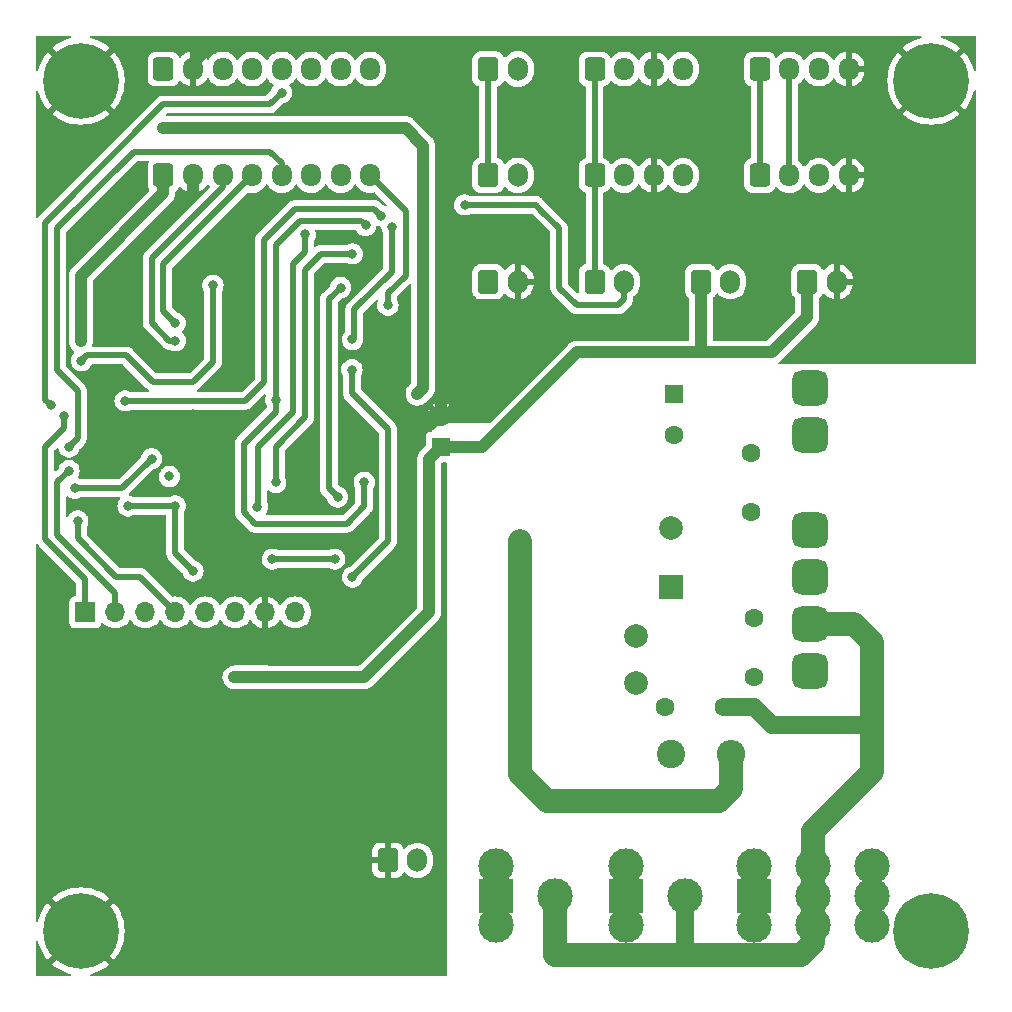
<source format=gbr>
%TF.GenerationSoftware,KiCad,Pcbnew,(6.0.9)*%
%TF.CreationDate,2023-06-24T22:02:27+12:00*%
%TF.ProjectId,lupa,6c757061-2e6b-4696-9361-645f70636258,rev?*%
%TF.SameCoordinates,Original*%
%TF.FileFunction,Copper,L2,Bot*%
%TF.FilePolarity,Positive*%
%FSLAX46Y46*%
G04 Gerber Fmt 4.6, Leading zero omitted, Abs format (unit mm)*
G04 Created by KiCad (PCBNEW (6.0.9)) date 2023-06-24 22:02:27*
%MOMM*%
%LPD*%
G01*
G04 APERTURE LIST*
G04 Aperture macros list*
%AMRoundRect*
0 Rectangle with rounded corners*
0 $1 Rounding radius*
0 $2 $3 $4 $5 $6 $7 $8 $9 X,Y pos of 4 corners*
0 Add a 4 corners polygon primitive as box body*
4,1,4,$2,$3,$4,$5,$6,$7,$8,$9,$2,$3,0*
0 Add four circle primitives for the rounded corners*
1,1,$1+$1,$2,$3*
1,1,$1+$1,$4,$5*
1,1,$1+$1,$6,$7*
1,1,$1+$1,$8,$9*
0 Add four rect primitives between the rounded corners*
20,1,$1+$1,$2,$3,$4,$5,0*
20,1,$1+$1,$4,$5,$6,$7,0*
20,1,$1+$1,$6,$7,$8,$9,0*
20,1,$1+$1,$8,$9,$2,$3,0*%
G04 Aperture macros list end*
%TA.AperFunction,ComponentPad*%
%ADD10C,3.000000*%
%TD*%
%TA.AperFunction,ComponentPad*%
%ADD11RoundRect,0.250000X-0.600000X-0.750000X0.600000X-0.750000X0.600000X0.750000X-0.600000X0.750000X0*%
%TD*%
%TA.AperFunction,ComponentPad*%
%ADD12O,1.700000X2.000000*%
%TD*%
%TA.AperFunction,ComponentPad*%
%ADD13O,1.700000X1.950000*%
%TD*%
%TA.AperFunction,ComponentPad*%
%ADD14RoundRect,0.250000X-0.600000X-0.725000X0.600000X-0.725000X0.600000X0.725000X-0.600000X0.725000X0*%
%TD*%
%TA.AperFunction,ComponentPad*%
%ADD15C,6.400000*%
%TD*%
%TA.AperFunction,ComponentPad*%
%ADD16C,2.400000*%
%TD*%
%TA.AperFunction,ComponentPad*%
%ADD17O,2.400000X2.400000*%
%TD*%
%TA.AperFunction,ComponentPad*%
%ADD18R,3.000000X3.000000*%
%TD*%
%TA.AperFunction,ComponentPad*%
%ADD19RoundRect,0.750000X0.750000X-0.750000X0.750000X0.750000X-0.750000X0.750000X-0.750000X-0.750000X0*%
%TD*%
%TA.AperFunction,ComponentPad*%
%ADD20R,1.600000X1.600000*%
%TD*%
%TA.AperFunction,ComponentPad*%
%ADD21C,1.600000*%
%TD*%
%TA.AperFunction,ComponentPad*%
%ADD22R,2.000000X2.000000*%
%TD*%
%TA.AperFunction,ComponentPad*%
%ADD23C,2.000000*%
%TD*%
%TA.AperFunction,ComponentPad*%
%ADD24R,1.700000X1.700000*%
%TD*%
%TA.AperFunction,ComponentPad*%
%ADD25O,1.700000X1.700000*%
%TD*%
%TA.AperFunction,ViaPad*%
%ADD26C,0.800000*%
%TD*%
%TA.AperFunction,Conductor*%
%ADD27C,0.500000*%
%TD*%
%TA.AperFunction,Conductor*%
%ADD28C,1.000000*%
%TD*%
%TA.AperFunction,Conductor*%
%ADD29C,2.000000*%
%TD*%
%TA.AperFunction,Conductor*%
%ADD30C,1.500000*%
%TD*%
G04 APERTURE END LIST*
D10*
%TO.P,J23,1,Pin_1*%
%TO.N,GNDPWR*%
X195000000Y-107500000D03*
X195000000Y-112500000D03*
%TD*%
%TO.P,J22,1,Pin_1*%
%TO.N,/N*%
X190000000Y-107500000D03*
X190000000Y-112500000D03*
%TD*%
%TO.P,J21,1,Pin_1*%
%TO.N,/L*%
X185000000Y-107500000D03*
X185000000Y-112500000D03*
%TD*%
%TO.P,J20,1,Pin_1*%
%TO.N,/PUMP*%
X174142500Y-107500000D03*
X174142500Y-112500000D03*
%TD*%
%TO.P,J15,1,Pin_1*%
%TO.N,/FILL*%
X163142500Y-107500000D03*
X163142500Y-112500000D03*
%TD*%
D11*
%TO.P,J14,1,Pin_1*%
%TO.N,GND*%
X154000000Y-107000000D03*
D12*
%TO.P,J14,2,Pin_2*%
%TO.N,/OUT_HEAT*%
X156500000Y-107000000D03*
%TD*%
D13*
%TO.P,J8,8,Pin_8*%
%TO.N,/LCD_BL*%
X152500000Y-49000000D03*
%TO.P,J8,7,Pin_7*%
%TO.N,unconnected-(J8-Pad7)*%
X150000000Y-49000000D03*
%TO.P,J8,6,Pin_6*%
%TO.N,/LCD_DC*%
X147500000Y-49000000D03*
%TO.P,J8,5,Pin_5*%
%TO.N,/LCDL_CS*%
X145000000Y-49000000D03*
%TO.P,J8,4,Pin_4*%
%TO.N,/SCLK*%
X142500000Y-49000000D03*
%TO.P,J8,3,Pin_3*%
%TO.N,/MOSI*%
X140000000Y-49000000D03*
%TO.P,J8,2,Pin_2*%
%TO.N,GND*%
X137500000Y-49000000D03*
D14*
%TO.P,J8,1,Pin_1*%
%TO.N,+3.3V*%
X135000000Y-49000000D03*
%TD*%
D13*
%TO.P,J5,4,Pin_4*%
%TO.N,unconnected-(J5-Pad4)*%
X179000000Y-49000000D03*
%TO.P,J5,3,Pin_3*%
%TO.N,GND*%
X176500000Y-49000000D03*
%TO.P,J5,2,Pin_2*%
%TO.N,Net-(C2-Pad1)*%
X174000000Y-49000000D03*
D14*
%TO.P,J5,1,Pin_1*%
%TO.N,/3.3V_IO*%
X171500000Y-49000000D03*
%TD*%
D13*
%TO.P,J4,4,Pin_4*%
%TO.N,unconnected-(J4-Pad4)*%
X179000000Y-40000000D03*
%TO.P,J4,3,Pin_3*%
%TO.N,GND*%
X176500000Y-40000000D03*
%TO.P,J4,2,Pin_2*%
%TO.N,Net-(C1-Pad1)*%
X174000000Y-40000000D03*
D14*
%TO.P,J4,1,Pin_1*%
%TO.N,/3.3V_IO*%
X171500000Y-40000000D03*
%TD*%
D15*
%TO.P,DRL3,1*%
%TO.N,GND*%
X200000000Y-41000000D03*
%TD*%
%TO.P,DRL2,1*%
%TO.N,GND*%
X128000000Y-41000000D03*
%TD*%
%TO.P,DRL1,1*%
%TO.N,GND*%
X128000000Y-113000000D03*
%TD*%
%TO.P,DRL4,1*%
%TO.N,GNDPWR*%
X200000000Y-113000000D03*
%TD*%
D11*
%TO.P,J3,1,Pin_1*%
%TO.N,/3.3V_IO*%
X162500000Y-49000000D03*
D12*
%TO.P,J3,2,Pin_2*%
%TO.N,Net-(C5-Pad1)*%
X165000000Y-49000000D03*
%TD*%
D16*
%TO.P,R16,1*%
%TO.N,Net-(L1-Pad2)*%
X178000000Y-98000000D03*
D17*
%TO.P,R16,2*%
%TO.N,/L_FUSED*%
X183080000Y-98000000D03*
%TD*%
D13*
%TO.P,J9,8,Pin_8*%
%TO.N,/LCD_BL*%
X152500000Y-40000000D03*
%TO.P,J9,7,Pin_7*%
%TO.N,unconnected-(J9-Pad7)*%
X150000000Y-40000000D03*
%TO.P,J9,6,Pin_6*%
%TO.N,/LCD_DC*%
X147500000Y-40000000D03*
%TO.P,J9,5,Pin_5*%
%TO.N,/LCDR_CS*%
X145000000Y-40000000D03*
%TO.P,J9,4,Pin_4*%
%TO.N,/SCLK*%
X142500000Y-40000000D03*
%TO.P,J9,3,Pin_3*%
%TO.N,/MOSI*%
X140000000Y-40000000D03*
%TO.P,J9,2,Pin_2*%
%TO.N,GND*%
X137500000Y-40000000D03*
D14*
%TO.P,J9,1,Pin_1*%
%TO.N,+3.3V*%
X135000000Y-40000000D03*
%TD*%
D11*
%TO.P,J1,1,Pin_1*%
%TO.N,/3.3V_IO*%
X162500000Y-40000000D03*
D12*
%TO.P,J1,2,Pin_2*%
%TO.N,Net-(C3-Pad1)*%
X165000000Y-40000000D03*
%TD*%
%TO.P,J10,2,Pin_2*%
%TO.N,Net-(J10-Pad2)*%
X183000000Y-58000000D03*
D11*
%TO.P,J10,1,Pin_1*%
%TO.N,+3.3V*%
X180500000Y-58000000D03*
%TD*%
D12*
%TO.P,J19,2,Pin_2*%
%TO.N,GND*%
X165000000Y-58000000D03*
D11*
%TO.P,J19,1,Pin_1*%
%TO.N,Net-(J19-Pad1)*%
X162500000Y-58000000D03*
%TD*%
%TO.P,J12,1,Pin_1*%
%TO.N,+3.3V*%
X189500000Y-58000000D03*
D12*
%TO.P,J12,2,Pin_2*%
%TO.N,GND*%
X192000000Y-58000000D03*
%TD*%
D18*
%TO.P,J17,1,Pin_1*%
%TO.N,/FILL*%
X163142500Y-110000000D03*
D10*
%TO.P,J17,2,Pin_2*%
%TO.N,/N*%
X168142500Y-110000000D03*
%TD*%
D13*
%TO.P,J6,4,Pin_4*%
%TO.N,GND*%
X193000000Y-40000000D03*
%TO.P,J6,3,Pin_3*%
%TO.N,/I2C_SCL1*%
X190500000Y-40000000D03*
%TO.P,J6,2,Pin_2*%
%TO.N,/I2C_SDA*%
X188000000Y-40000000D03*
D14*
%TO.P,J6,1,Pin_1*%
%TO.N,/3.3V_IO*%
X185500000Y-40000000D03*
%TD*%
D19*
%TO.P,U2,6,+V*%
%TO.N,Net-(C8-Pad1)*%
X189750000Y-67000000D03*
%TO.P,U2,5,-V*%
%TO.N,GND*%
X189750000Y-71000000D03*
%TO.P,U2,4,E*%
%TO.N,Net-(C10-Pad2)*%
X189750000Y-79000000D03*
%TO.P,U2,3,Cap*%
%TO.N,Net-(C14-Pad1)*%
X189750000Y-83000000D03*
%TO.P,U2,2,N*%
%TO.N,/N*%
X189750000Y-87000000D03*
%TO.P,U2,1,L*%
%TO.N,Net-(C12-Pad1)*%
X189750000Y-91000000D03*
%TD*%
D20*
%TO.P,C13,1*%
%TO.N,+3.3V*%
X158500000Y-72000000D03*
D21*
%TO.P,C13,2*%
%TO.N,GND*%
X158500000Y-69500000D03*
%TD*%
D22*
%TO.P,C14,1*%
%TO.N,Net-(C14-Pad1)*%
X178000000Y-83867677D03*
D23*
%TO.P,C14,2*%
%TO.N,Net-(C10-Pad2)*%
X178000000Y-78867677D03*
%TD*%
%TO.P,L1,1*%
%TO.N,Net-(C12-Pad1)*%
X175000000Y-88000000D03*
%TO.P,L1,2*%
%TO.N,Net-(L1-Pad2)*%
X175000000Y-92000000D03*
%TD*%
D21*
%TO.P,C12,1*%
%TO.N,Net-(C12-Pad1)*%
X185000000Y-91500000D03*
%TO.P,C12,2*%
%TO.N,/N*%
X185000000Y-86500000D03*
%TD*%
%TO.P,C8,2*%
%TO.N,GND*%
X178250000Y-71000000D03*
D20*
%TO.P,C8,1*%
%TO.N,Net-(C8-Pad1)*%
X178250000Y-67500000D03*
%TD*%
D21*
%TO.P,C10,1*%
%TO.N,GND*%
X184750000Y-72500000D03*
%TO.P,C10,2*%
%TO.N,Net-(C10-Pad2)*%
X184750000Y-77500000D03*
%TD*%
D12*
%TO.P,J2,2,Pin_2*%
%TO.N,Net-(C4-Pad1)*%
X174000000Y-58000000D03*
D11*
%TO.P,J2,1,Pin_1*%
%TO.N,/3.3V_IO*%
X171500000Y-58000000D03*
%TD*%
D21*
%TO.P,RV1,1*%
%TO.N,Net-(L1-Pad2)*%
X177500000Y-94000000D03*
%TO.P,RV1,2*%
%TO.N,/N*%
X182500000Y-94000000D03*
%TD*%
D18*
%TO.P,J16,1,Pin_1*%
%TO.N,/L*%
X185000000Y-110000000D03*
D10*
%TO.P,J16,2,Pin_2*%
%TO.N,/N*%
X190000000Y-110000000D03*
%TO.P,J16,3,Pin_3*%
%TO.N,GNDPWR*%
X195000000Y-110000000D03*
%TD*%
D18*
%TO.P,J18,1,Pin_1*%
%TO.N,/PUMP*%
X174142500Y-110000000D03*
D10*
%TO.P,J18,2,Pin_2*%
%TO.N,/N*%
X179142500Y-110000000D03*
%TD*%
D24*
%TO.P,J11,1,Pin_1*%
%TO.N,/MAX_RDY*%
X128380000Y-86000000D03*
D25*
%TO.P,J11,2,Pin_2*%
%TO.N,/MAX_CS*%
X130920000Y-86000000D03*
%TO.P,J11,3,Pin_3*%
%TO.N,/MOSI*%
X133460000Y-86000000D03*
%TO.P,J11,4,Pin_4*%
%TO.N,/MISO*%
X136000000Y-86000000D03*
%TO.P,J11,5,Pin_5*%
%TO.N,/SCLK*%
X138540000Y-86000000D03*
%TO.P,J11,6,Pin_6*%
%TO.N,Net-(FB1-Pad2)*%
X141080000Y-86000000D03*
%TO.P,J11,7,Pin_7*%
%TO.N,GND*%
X143620000Y-86000000D03*
%TO.P,J11,8,Pin_8*%
%TO.N,unconnected-(J11-Pad8)*%
X146160000Y-86000000D03*
%TD*%
D13*
%TO.P,J7,4,Pin_4*%
%TO.N,GND*%
X193000000Y-49000000D03*
%TO.P,J7,3,Pin_3*%
%TO.N,/I2C_SCL2*%
X190500000Y-49000000D03*
%TO.P,J7,2,Pin_2*%
%TO.N,/I2C_SDA*%
X188000000Y-49000000D03*
D14*
%TO.P,J7,1,Pin_1*%
%TO.N,/3.3V_IO*%
X185500000Y-49000000D03*
%TD*%
D26*
%TO.N,/IN_LOW_WATER*%
X131755500Y-68095000D03*
%TO.N,GND*%
X160000000Y-66500000D03*
X135500000Y-71500000D03*
X141500000Y-54000000D03*
X182000000Y-46500000D03*
X168500000Y-46500000D03*
X177500000Y-58000000D03*
X189000000Y-64000000D03*
X202500000Y-64000000D03*
X202500000Y-49500000D03*
X196000000Y-40000000D03*
X182000000Y-40000000D03*
X168000000Y-40000000D03*
X141000000Y-115500000D03*
X153500000Y-102000000D03*
X152500000Y-64000000D03*
X136000000Y-65000000D03*
X131500000Y-50000000D03*
X125000000Y-50000000D03*
X125000000Y-99500000D03*
X125000000Y-82500000D03*
X139500000Y-77000000D03*
X139500000Y-71500000D03*
X139500000Y-66500000D03*
%TO.N,/OUT_FILL*%
X151000000Y-83000000D03*
X150957360Y-65457360D03*
%TO.N,/IN_POWER_BTN*%
X154350500Y-53350500D03*
%TO.N,/IN_LOW_WATER*%
X153431613Y-52431613D03*
%TO.N,/IN_LEVER*%
X152118070Y-53232430D03*
X152000000Y-75000000D03*
%TO.N,/OUT_PUMP*%
X144215000Y-81500000D03*
X149500000Y-81500000D03*
%TO.N,/IN_POWER_BTN*%
X151000000Y-62894500D03*
%TO.N,/IN_FLOW2*%
X144500000Y-75000000D03*
%TO.N,+3.3V*%
X149000000Y-91500000D03*
%TO.N,/IN_FLOW1*%
X142937180Y-77062820D03*
%TO.N,/IN_LEVER*%
X144500000Y-68000000D03*
%TO.N,GND*%
X154000000Y-61850500D03*
%TO.N,/IN_WATER_LEVEL*%
X149750000Y-76250000D03*
X150000000Y-58500000D03*
%TO.N,/LCD_BL*%
X154000000Y-60000000D03*
%TO.N,+3.3V*%
X156916034Y-56906346D03*
%TO.N,/IN_FLOW2*%
X150999500Y-55650000D03*
%TO.N,/IN_FLOW1*%
X147000000Y-54000000D03*
%TO.N,GND*%
X156500000Y-38000000D03*
X159147115Y-43318427D03*
X159432978Y-48763321D03*
%TO.N,/EN*%
X139190000Y-58310000D03*
%TO.N,/LCD_BL*%
X127500000Y-75500000D03*
X134000000Y-73000000D03*
%TO.N,/LCDL_CS*%
X127000000Y-72000000D03*
%TO.N,GND*%
X132000000Y-81500000D03*
X137500000Y-69245000D03*
%TO.N,/MOSI*%
X136000000Y-63000000D03*
%TO.N,/SCLK*%
X136000000Y-61500000D03*
%TO.N,/LCDR_CS*%
X125450212Y-68450212D03*
%TO.N,/MAX_CS*%
X127000000Y-74000000D03*
%TO.N,/SCLK*%
X136000000Y-77000000D03*
%TO.N,/MOSI*%
X135500000Y-74500000D03*
%TO.N,GND*%
X130000000Y-60000000D03*
%TO.N,/SCLK*%
X132000000Y-77000000D03*
X137500000Y-82500000D03*
%TO.N,/MISO*%
X127745000Y-78255000D03*
%TO.N,+3.3V*%
X141000000Y-91500000D03*
X135000000Y-45000000D03*
X156500000Y-67500000D03*
%TO.N,/MAX_RDY*%
X126600500Y-69365000D03*
%TO.N,+3.3V*%
X128002702Y-63044417D03*
%TO.N,/EN*%
X128053878Y-64684626D03*
%TO.N,Net-(C4-Pad1)*%
X160500000Y-51500000D03*
%TO.N,/LCDR_CS*%
X145000000Y-42000000D03*
%TO.N,/L_FUSED*%
X165190000Y-79920000D03*
%TO.N,GND*%
X156000000Y-80500000D03*
%TO.N,/L_FUSED*%
X165190000Y-91420000D03*
%TD*%
D27*
%TO.N,/IN_LOW_WATER*%
X143499999Y-54459441D02*
X146109440Y-51850000D01*
X143500000Y-66500000D02*
X143499999Y-54459441D01*
X141905000Y-68095000D02*
X143500000Y-66500000D01*
X146109440Y-51850000D02*
X152850000Y-51850000D01*
X152850000Y-51850000D02*
X153431613Y-52431613D01*
X131755500Y-68095000D02*
X141905000Y-68095000D01*
D28*
%TO.N,GND*%
X158500000Y-66500000D02*
X158500000Y-49000000D01*
X158500000Y-69500000D02*
X158500000Y-66500000D01*
D27*
X160000000Y-66500000D02*
X158500000Y-66500000D01*
%TO.N,/MAX_RDY*%
X125000000Y-79828428D02*
X128380000Y-83208428D01*
X125000000Y-72000000D02*
X125000000Y-79828428D01*
X128380000Y-83208428D02*
X128380000Y-86000000D01*
X126600500Y-70399500D02*
X125000000Y-72000000D01*
X126600500Y-69365000D02*
X126600500Y-70399500D01*
%TO.N,/LCDR_CS*%
X125000000Y-53000000D02*
X135000000Y-43000000D01*
X125000000Y-68000000D02*
X125000000Y-53000000D01*
X135000000Y-43000000D02*
X144000000Y-43000000D01*
X125450212Y-68450212D02*
X125000000Y-68000000D01*
X144000000Y-43000000D02*
X145000000Y-42000000D01*
%TO.N,/OUT_PUMP*%
X149500000Y-81500000D02*
X144215000Y-81500000D01*
%TO.N,/OUT_FILL*%
X150957360Y-67457360D02*
X150957360Y-65457360D01*
X154000000Y-70500000D02*
X150957360Y-67457360D01*
X154000000Y-80000000D02*
X154000000Y-70500000D01*
X151000000Y-83000000D02*
X154000000Y-80000000D01*
%TO.N,/EN*%
X139190000Y-64810000D02*
X139190000Y-58310000D01*
X134098591Y-66500000D02*
X137500000Y-66500000D01*
X137500000Y-66500000D02*
X139190000Y-64810000D01*
X128493504Y-64245000D02*
X131843591Y-64245000D01*
X131843591Y-64245000D02*
X134098591Y-66500000D01*
X128053878Y-64684626D02*
X128493504Y-64245000D01*
D28*
%TO.N,+3.3V*%
X128000000Y-63041715D02*
X128002702Y-63044417D01*
X128000000Y-57500000D02*
X128000000Y-63041715D01*
X135000000Y-50500000D02*
X128000000Y-57500000D01*
X135000000Y-49000000D02*
X135000000Y-50500000D01*
D27*
%TO.N,GND*%
X133500000Y-81500000D02*
X136000000Y-84000000D01*
X132000000Y-81500000D02*
X133500000Y-81500000D01*
X143000000Y-84000000D02*
X139500000Y-80500000D01*
X136000000Y-84000000D02*
X143000000Y-84000000D01*
X143620000Y-84620000D02*
X143000000Y-84000000D01*
X139500000Y-77000000D02*
X139500000Y-71500000D01*
X139500000Y-80500000D02*
X139500000Y-77000000D01*
X143620000Y-86000000D02*
X143620000Y-84620000D01*
X143620000Y-86000000D02*
X143620000Y-89620000D01*
D28*
X144000000Y-90000000D02*
X143620000Y-89620000D01*
X156000000Y-85378680D02*
X151378680Y-90000000D01*
X156000000Y-71000000D02*
X156000000Y-85378680D01*
X156750000Y-70250000D02*
X156000000Y-71000000D01*
X151378680Y-90000000D02*
X144000000Y-90000000D01*
%TO.N,+3.3V*%
X152000000Y-91500000D02*
X141000000Y-91500000D01*
D27*
%TO.N,/MISO*%
X133000000Y-83000000D02*
X136000000Y-86000000D01*
X131000000Y-83000000D02*
X133000000Y-83000000D01*
X127745000Y-79745000D02*
X131000000Y-83000000D01*
X127745000Y-78255000D02*
X127745000Y-79745000D01*
%TO.N,/LCDL_CS*%
X127750000Y-67250000D02*
X127750000Y-71250000D01*
X126000000Y-65500000D02*
X127750000Y-67250000D01*
X127750000Y-71250000D02*
X127500000Y-71500000D01*
%TO.N,/IN_LEVER*%
X144500000Y-69000000D02*
X144500000Y-68000000D01*
X141787180Y-71712820D02*
X144500000Y-69000000D01*
X142748014Y-78500000D02*
X141787180Y-77539166D01*
X150500000Y-78500000D02*
X142748014Y-78500000D01*
X152000000Y-77000000D02*
X150500000Y-78500000D01*
X141787180Y-77539166D02*
X141787180Y-71712820D01*
X152000000Y-75000000D02*
X152000000Y-77000000D01*
%TO.N,/LCD_BL*%
X155500000Y-52000000D02*
X152500000Y-49000000D01*
X155500000Y-57500000D02*
X155500000Y-52000000D01*
X154000000Y-59000000D02*
X155500000Y-57500000D01*
X154000000Y-60000000D02*
X154000000Y-59000000D01*
%TO.N,/IN_POWER_BTN*%
X154350500Y-57149500D02*
X154350500Y-53350500D01*
X151149500Y-60350500D02*
X154350500Y-57149500D01*
X151149500Y-62745000D02*
X151149500Y-60350500D01*
X151000000Y-62894500D02*
X151149500Y-62745000D01*
%TO.N,/IN_FLOW2*%
X147000000Y-69500000D02*
X144500000Y-72000000D01*
X147000000Y-57000000D02*
X147000000Y-69500000D01*
X148350000Y-55650000D02*
X147000000Y-57000000D01*
X144500000Y-72000000D02*
X144500000Y-75000000D01*
X150999500Y-55650000D02*
X148350000Y-55650000D01*
%TO.N,/IN_FLOW1*%
X147000000Y-55500000D02*
X147000000Y-54000000D01*
X146000000Y-69000000D02*
X146000000Y-56500000D01*
X143000000Y-72000000D02*
X146000000Y-69000000D01*
X143000000Y-77000000D02*
X143000000Y-72000000D01*
X146000000Y-56500000D02*
X147000000Y-55500000D01*
X142937180Y-77062820D02*
X143000000Y-77000000D01*
%TO.N,/IN_WATER_LEVEL*%
X149000000Y-75500000D02*
X149000000Y-59500000D01*
X149750000Y-76250000D02*
X149000000Y-75500000D01*
X149000000Y-59500000D02*
X150000000Y-58500000D01*
%TO.N,/LCDL_CS*%
X126500000Y-66000000D02*
X126600212Y-66100212D01*
%TO.N,/IN_LEVER*%
X144500000Y-54873654D02*
X144500000Y-68000000D01*
X146523654Y-52850000D02*
X144500000Y-54873654D01*
X151735640Y-52850000D02*
X146523654Y-52850000D01*
X152118070Y-53232430D02*
X151735640Y-52850000D01*
%TO.N,GND*%
X192000000Y-58000000D02*
X192000000Y-54000000D01*
D28*
X192000000Y-54000000D02*
X190500000Y-54000000D01*
X192500000Y-54000000D02*
X192000000Y-54000000D01*
D27*
X165000000Y-61500000D02*
X167250000Y-63750000D01*
X165000000Y-58000000D02*
X165000000Y-61500000D01*
D28*
X167250000Y-63750000D02*
X166000000Y-65000000D01*
X169000000Y-62000000D02*
X167250000Y-63750000D01*
X154000000Y-61850500D02*
X154000000Y-67500000D01*
X154000000Y-67500000D02*
X156750000Y-70250000D01*
X156750000Y-70250000D02*
X157500000Y-69500000D01*
D27*
X158965542Y-43500000D02*
X158500000Y-43500000D01*
X159147115Y-43318427D02*
X158965542Y-43500000D01*
D28*
X158500000Y-49000000D02*
X158500000Y-43500000D01*
X158500000Y-43500000D02*
X158500000Y-39000000D01*
D27*
X159432978Y-48763321D02*
X158736679Y-48763321D01*
X158736679Y-48763321D02*
X158500000Y-49000000D01*
%TO.N,/SCLK*%
X135000000Y-60500000D02*
X136000000Y-61500000D01*
X135000000Y-56500000D02*
X135000000Y-60500000D01*
X142500000Y-49000000D02*
X135000000Y-56500000D01*
%TO.N,/MOSI*%
X140000000Y-50000000D02*
X140000000Y-49000000D01*
X134000000Y-56000000D02*
X140000000Y-50000000D01*
X136000000Y-63000000D02*
X135500000Y-63000000D01*
X135500000Y-63000000D02*
X134000000Y-61500000D01*
X134000000Y-61500000D02*
X134000000Y-56000000D01*
%TO.N,/SCLK*%
X136000000Y-81000000D02*
X136000000Y-77000000D01*
%TO.N,/MAX_CS*%
X126000000Y-75000000D02*
X127000000Y-74000000D01*
X130920000Y-84334214D02*
X126000000Y-79414214D01*
X126000000Y-79414214D02*
X126000000Y-75000000D01*
X130920000Y-86000000D02*
X130920000Y-84334214D01*
%TO.N,/LCDL_CS*%
X132500000Y-47000000D02*
X126000000Y-53500000D01*
X144000000Y-47000000D02*
X132500000Y-47000000D01*
X145000000Y-48000000D02*
X144000000Y-47000000D01*
X126000000Y-58000000D02*
X126000000Y-60500000D01*
X126000000Y-53500000D02*
X126000000Y-58000000D01*
X126000000Y-55000000D02*
X126000000Y-58000000D01*
X145000000Y-49000000D02*
X145000000Y-48000000D01*
D28*
%TO.N,GND*%
X130000000Y-58000000D02*
X130000000Y-60000000D01*
D27*
%TO.N,/LCD_BL*%
X127500000Y-75500000D02*
X131500000Y-75500000D01*
X131500000Y-75500000D02*
X134000000Y-73000000D01*
%TO.N,/LCDL_CS*%
X126000000Y-60500000D02*
X126000000Y-65500000D01*
X126000000Y-65500000D02*
X126500000Y-66000000D01*
X127500000Y-71500000D02*
X127000000Y-72000000D01*
D28*
%TO.N,GND*%
X137500000Y-50500000D02*
X137500000Y-49000000D01*
X130000000Y-58000000D02*
X137500000Y-50500000D01*
D27*
%TO.N,/SCLK*%
X132000000Y-77000000D02*
X136000000Y-77000000D01*
D28*
%TO.N,+3.3V*%
X157000000Y-67000000D02*
X157000000Y-62000000D01*
X157000000Y-62000000D02*
X157000000Y-46500000D01*
D27*
%TO.N,/SCLK*%
X137500000Y-82500000D02*
X136000000Y-81000000D01*
D28*
%TO.N,+3.3V*%
X157000000Y-46500000D02*
X155500000Y-45000000D01*
X155500000Y-45000000D02*
X135000000Y-45000000D01*
X156500000Y-67500000D02*
X157000000Y-67000000D01*
%TO.N,GND*%
X138975000Y-38025000D02*
X137500000Y-39500000D01*
X137500000Y-39500000D02*
X137500000Y-40000000D01*
X157525000Y-38025000D02*
X138975000Y-38025000D01*
X158500000Y-39000000D02*
X157525000Y-38025000D01*
X157500000Y-69500000D02*
X158500000Y-69500000D01*
%TO.N,+3.3V*%
X157500000Y-73000000D02*
X158500000Y-72000000D01*
X152000000Y-91500000D02*
X157500000Y-86000000D01*
X157500000Y-86000000D02*
X157500000Y-73000000D01*
D27*
%TO.N,/LCD_DC*%
X147500000Y-49000000D02*
X147500000Y-49500000D01*
%TO.N,+3.3V*%
X128053285Y-63095000D02*
X128002702Y-63044417D01*
%TO.N,Net-(C4-Pad1)*%
X166500000Y-51500000D02*
X160500000Y-51500000D01*
X167000000Y-52000000D02*
X166500000Y-51500000D01*
X168500000Y-58500000D02*
X168500000Y-55500000D01*
X170000000Y-60000000D02*
X168500000Y-58500000D01*
X173500000Y-60000000D02*
X170000000Y-60000000D01*
X168500000Y-53500000D02*
X167000000Y-52000000D01*
X174000000Y-59500000D02*
X173500000Y-60000000D01*
X174000000Y-58000000D02*
X174000000Y-59500000D01*
X168500000Y-55500000D02*
X168500000Y-53500000D01*
D28*
%TO.N,+3.3V*%
X170000000Y-64000000D02*
X180500000Y-64000000D01*
X162000000Y-72000000D02*
X170000000Y-64000000D01*
X158500000Y-72000000D02*
X162000000Y-72000000D01*
%TO.N,GND*%
X173500000Y-62000000D02*
X169000000Y-62000000D01*
X177500000Y-58000000D02*
X173500000Y-62000000D01*
X178500000Y-55000000D02*
X177500000Y-56000000D01*
X177500000Y-56000000D02*
X177500000Y-58000000D01*
D27*
X193000000Y-49000000D02*
X193000000Y-53500000D01*
X176500000Y-49000000D02*
X176500000Y-53000000D01*
D28*
X179500000Y-54000000D02*
X178500000Y-55000000D01*
D27*
X176500000Y-53000000D02*
X178500000Y-55000000D01*
X193000000Y-40000000D02*
X193000000Y-49000000D01*
X176500000Y-40000000D02*
X176500000Y-50000000D01*
%TO.N,/3.3V_IO*%
X162500000Y-40000000D02*
X162500000Y-49000000D01*
X185500000Y-40000000D02*
X185500000Y-49000000D01*
X171500000Y-40000000D02*
X171500000Y-58000000D01*
%TO.N,GND*%
X156000000Y-80500000D02*
X155904338Y-80595662D01*
X156000000Y-72500000D02*
X156000000Y-80500000D01*
D28*
%TO.N,+3.3V*%
X180500000Y-64000000D02*
X180500000Y-58000000D01*
X186500000Y-64000000D02*
X180500000Y-64000000D01*
D27*
%TO.N,/I2C_SDA*%
X188000000Y-40000000D02*
X188000000Y-49000000D01*
D28*
%TO.N,GND*%
X190500000Y-54000000D02*
X187500000Y-54000000D01*
X179500000Y-54000000D02*
X187500000Y-54000000D01*
X161500000Y-69500000D02*
X166000000Y-65000000D01*
X158500000Y-69500000D02*
X161500000Y-69500000D01*
X192500000Y-54000000D02*
X193000000Y-53500000D01*
%TO.N,+3.3V*%
X189500000Y-61000000D02*
X186500000Y-64000000D01*
X189500000Y-58000000D02*
X189500000Y-61000000D01*
D29*
%TO.N,/N*%
X177000000Y-115000000D02*
X168142500Y-115000000D01*
X195000000Y-95500000D02*
X195000000Y-88500000D01*
D30*
X179142500Y-110000000D02*
X179142500Y-114642500D01*
X185000000Y-94000000D02*
X186500000Y-95500000D01*
D29*
X189000000Y-115000000D02*
X179500000Y-115000000D01*
D30*
X186500000Y-95500000D02*
X195000000Y-95500000D01*
D29*
X195000000Y-88500000D02*
X193500000Y-87000000D01*
X190000000Y-114000000D02*
X189000000Y-115000000D01*
D30*
X179142500Y-114642500D02*
X179500000Y-115000000D01*
D29*
X190000000Y-104500000D02*
X195000000Y-99500000D01*
X190000000Y-110000000D02*
X190000000Y-104500000D01*
D30*
X183000000Y-94000000D02*
X185000000Y-94000000D01*
D29*
X190000000Y-110000000D02*
X190000000Y-114000000D01*
X195000000Y-99500000D02*
X195000000Y-95500000D01*
X179500000Y-115000000D02*
X177000000Y-115000000D01*
X193500000Y-87000000D02*
X189750000Y-87000000D01*
X168142500Y-115000000D02*
X168142500Y-110000000D01*
%TO.N,/L_FUSED*%
X183080000Y-98000000D02*
X183080000Y-100920000D01*
X183080000Y-100920000D02*
X182000000Y-102000000D01*
X167500000Y-102000000D02*
X165190000Y-99690000D01*
X182000000Y-102000000D02*
X167500000Y-102000000D01*
X165190000Y-99690000D02*
X165190000Y-79920000D01*
%TD*%
%TA.AperFunction,Conductor*%
%TO.N,GND*%
G36*
X127159524Y-37219407D02*
G01*
X127195488Y-37268907D01*
X127195488Y-37330093D01*
X127159524Y-37379593D01*
X127126956Y-37395127D01*
X126855093Y-37467973D01*
X126850175Y-37469571D01*
X126492166Y-37606997D01*
X126487446Y-37609099D01*
X126145764Y-37783195D01*
X126141278Y-37785785D01*
X125819682Y-37994631D01*
X125815482Y-37997683D01*
X125574274Y-38193010D01*
X125567009Y-38204197D01*
X125567139Y-38206685D01*
X125569444Y-38210234D01*
X127988914Y-40629704D01*
X128000797Y-40635758D01*
X128005828Y-40634962D01*
X130426826Y-38213964D01*
X130432880Y-38202081D01*
X130432491Y-38199621D01*
X130429826Y-38196330D01*
X130184518Y-37997683D01*
X130180318Y-37994631D01*
X129858723Y-37785785D01*
X129854237Y-37783195D01*
X129512554Y-37609099D01*
X129507834Y-37606997D01*
X129149825Y-37469571D01*
X129144907Y-37467973D01*
X128873044Y-37395127D01*
X128821729Y-37361803D01*
X128799803Y-37304681D01*
X128815639Y-37245581D01*
X128863189Y-37207075D01*
X128898667Y-37200500D01*
X199101333Y-37200500D01*
X199159524Y-37219407D01*
X199195488Y-37268907D01*
X199195488Y-37330093D01*
X199159524Y-37379593D01*
X199126956Y-37395127D01*
X198855093Y-37467973D01*
X198850175Y-37469571D01*
X198492166Y-37606997D01*
X198487446Y-37609099D01*
X198145764Y-37783195D01*
X198141278Y-37785785D01*
X197819682Y-37994631D01*
X197815482Y-37997683D01*
X197574274Y-38193010D01*
X197567009Y-38204197D01*
X197567139Y-38206685D01*
X197569444Y-38210234D01*
X199988914Y-40629704D01*
X200000797Y-40635758D01*
X200005828Y-40634962D01*
X202426826Y-38213964D01*
X202432880Y-38202081D01*
X202432491Y-38199621D01*
X202429826Y-38196330D01*
X202184518Y-37997683D01*
X202180318Y-37994631D01*
X201858723Y-37785785D01*
X201854237Y-37783195D01*
X201512554Y-37609099D01*
X201507834Y-37606997D01*
X201149825Y-37469571D01*
X201144907Y-37467973D01*
X200873044Y-37395127D01*
X200821729Y-37361803D01*
X200799803Y-37304681D01*
X200815639Y-37245581D01*
X200863189Y-37207075D01*
X200898667Y-37200500D01*
X203700500Y-37200500D01*
X203758691Y-37219407D01*
X203794655Y-37268907D01*
X203799500Y-37299500D01*
X203799500Y-40101333D01*
X203780593Y-40159524D01*
X203731093Y-40195488D01*
X203669907Y-40195488D01*
X203620407Y-40159524D01*
X203604873Y-40126956D01*
X203532027Y-39855093D01*
X203530429Y-39850175D01*
X203393003Y-39492166D01*
X203390901Y-39487446D01*
X203216805Y-39145764D01*
X203214215Y-39141278D01*
X203005369Y-38819682D01*
X203002317Y-38815482D01*
X202806990Y-38574274D01*
X202795803Y-38567009D01*
X202793315Y-38567139D01*
X202789766Y-38569444D01*
X200370296Y-40988914D01*
X200364242Y-41000797D01*
X200365038Y-41005828D01*
X202786036Y-43426826D01*
X202797919Y-43432880D01*
X202800379Y-43432491D01*
X202803670Y-43429826D01*
X203002317Y-43184518D01*
X203005369Y-43180318D01*
X203214215Y-42858722D01*
X203216805Y-42854236D01*
X203390901Y-42512554D01*
X203393003Y-42507834D01*
X203530429Y-42149825D01*
X203532027Y-42144907D01*
X203604873Y-41873044D01*
X203638197Y-41821729D01*
X203695319Y-41799803D01*
X203754419Y-41815639D01*
X203792925Y-41863189D01*
X203799500Y-41898667D01*
X203799500Y-64901000D01*
X203780593Y-64959191D01*
X203731093Y-64995155D01*
X203700500Y-65000000D01*
X190572303Y-65000000D01*
X190564279Y-64999674D01*
X190562138Y-64999500D01*
X188937862Y-64999500D01*
X188935721Y-64999674D01*
X188927697Y-65000000D01*
X187138320Y-65000000D01*
X187080129Y-64981093D01*
X187044165Y-64931593D01*
X187044165Y-64870407D01*
X187075680Y-64827824D01*
X187073943Y-64825797D01*
X187073944Y-64825797D01*
X187097134Y-64805921D01*
X187107333Y-64798264D01*
X187132882Y-64781545D01*
X187137838Y-64777083D01*
X187177487Y-64737434D01*
X187183064Y-64732270D01*
X187184687Y-64730879D01*
X187228271Y-64693523D01*
X187248216Y-64667810D01*
X187256437Y-64658484D01*
X190196314Y-61718607D01*
X190198296Y-61716680D01*
X190257637Y-61660564D01*
X190261280Y-61657119D01*
X190296450Y-61606891D01*
X190300812Y-61601123D01*
X190339574Y-61553597D01*
X190353722Y-61526536D01*
X190360356Y-61515624D01*
X190374986Y-61494730D01*
X190377863Y-61490621D01*
X190402212Y-61434354D01*
X190405336Y-61427806D01*
X190431418Y-61377915D01*
X190433742Y-61373470D01*
X190442158Y-61344119D01*
X190446465Y-61332090D01*
X190458586Y-61304081D01*
X190471122Y-61244075D01*
X190472865Y-61237032D01*
X190488384Y-61182910D01*
X190489767Y-61178087D01*
X190492109Y-61147649D01*
X190493909Y-61134999D01*
X190499372Y-61108853D01*
X190499373Y-61108842D01*
X190500151Y-61105120D01*
X190500500Y-61098461D01*
X190500500Y-61042393D01*
X190500792Y-61034798D01*
X190504975Y-60980428D01*
X190505360Y-60975429D01*
X190504395Y-60967784D01*
X190501281Y-60943141D01*
X190500500Y-60930733D01*
X190500500Y-59439929D01*
X190519407Y-59381738D01*
X190547403Y-59355745D01*
X190564453Y-59345194D01*
X190564457Y-59345191D01*
X190569345Y-59342166D01*
X190577164Y-59334333D01*
X190688922Y-59222381D01*
X190688925Y-59222377D01*
X190692984Y-59218311D01*
X190720753Y-59173262D01*
X190760881Y-59108161D01*
X190784814Y-59069334D01*
X190788498Y-59058227D01*
X190824762Y-59008946D01*
X190883067Y-58990393D01*
X190941142Y-59009654D01*
X190954098Y-59021056D01*
X191094014Y-59167724D01*
X191100273Y-59173262D01*
X191278439Y-59305821D01*
X191285548Y-59310229D01*
X191483505Y-59410876D01*
X191491243Y-59414018D01*
X191703327Y-59479872D01*
X191711491Y-59481667D01*
X191730456Y-59484181D01*
X191743573Y-59481761D01*
X191744794Y-59480477D01*
X191746000Y-59475157D01*
X191746000Y-59468627D01*
X192254000Y-59468627D01*
X192258079Y-59481181D01*
X192266693Y-59481644D01*
X192387537Y-59456288D01*
X192395550Y-59453885D01*
X192602105Y-59372312D01*
X192609578Y-59368603D01*
X192799439Y-59253391D01*
X192806186Y-59248471D01*
X192973917Y-59102922D01*
X192979746Y-59096928D01*
X193120546Y-58925210D01*
X193125289Y-58918308D01*
X193235143Y-58725322D01*
X193238650Y-58717732D01*
X193314421Y-58508985D01*
X193316598Y-58500918D01*
X193356282Y-58281465D01*
X193357014Y-58275009D01*
X193357359Y-58267707D01*
X193353878Y-58256995D01*
X193349757Y-58254000D01*
X192269680Y-58254000D01*
X192256995Y-58258122D01*
X192254000Y-58262243D01*
X192254000Y-59468627D01*
X191746000Y-59468627D01*
X191746000Y-57730320D01*
X192254000Y-57730320D01*
X192258122Y-57743005D01*
X192262243Y-57746000D01*
X193338405Y-57746000D01*
X193351090Y-57741878D01*
X193352868Y-57739432D01*
X193353248Y-57736134D01*
X193343779Y-57624535D01*
X193342373Y-57616309D01*
X193286581Y-57401350D01*
X193283806Y-57393471D01*
X193192596Y-57190995D01*
X193188530Y-57183689D01*
X193064515Y-56999481D01*
X193059268Y-56992955D01*
X192905986Y-56832276D01*
X192899727Y-56826738D01*
X192721561Y-56694179D01*
X192714452Y-56689771D01*
X192516495Y-56589124D01*
X192508757Y-56585982D01*
X192296673Y-56520128D01*
X192288509Y-56518333D01*
X192269544Y-56515819D01*
X192256427Y-56518239D01*
X192255206Y-56519523D01*
X192254000Y-56524843D01*
X192254000Y-57730320D01*
X191746000Y-57730320D01*
X191746000Y-56531373D01*
X191741921Y-56518819D01*
X191733307Y-56518356D01*
X191612463Y-56543712D01*
X191604450Y-56546115D01*
X191397895Y-56627688D01*
X191390422Y-56631397D01*
X191200561Y-56746609D01*
X191193814Y-56751529D01*
X191026083Y-56897078D01*
X191020256Y-56903070D01*
X190959960Y-56976607D01*
X190908443Y-57009617D01*
X190847362Y-57006042D01*
X190800048Y-56967247D01*
X190789493Y-56945169D01*
X190784256Y-56929471D01*
X190781232Y-56924584D01*
X190781230Y-56924580D01*
X190713146Y-56814559D01*
X190692166Y-56780655D01*
X190658061Y-56746609D01*
X190572381Y-56661078D01*
X190572377Y-56661075D01*
X190568311Y-56657016D01*
X190563419Y-56654000D01*
X190563417Y-56653999D01*
X190458169Y-56589124D01*
X190419334Y-56565186D01*
X190413880Y-56563377D01*
X190413878Y-56563376D01*
X190281667Y-56519523D01*
X190253228Y-56510090D01*
X190149866Y-56499500D01*
X188850134Y-56499500D01*
X188847584Y-56499765D01*
X188847576Y-56499765D01*
X188750873Y-56509799D01*
X188750868Y-56509800D01*
X188745481Y-56510359D01*
X188740338Y-56512075D01*
X188740337Y-56512075D01*
X188628397Y-56549421D01*
X188579471Y-56565744D01*
X188574584Y-56568768D01*
X188574580Y-56568770D01*
X188541689Y-56589124D01*
X188430655Y-56657834D01*
X188426593Y-56661903D01*
X188311078Y-56777619D01*
X188311075Y-56777623D01*
X188307016Y-56781689D01*
X188304000Y-56786581D01*
X188303999Y-56786583D01*
X188269297Y-56842881D01*
X188215186Y-56930666D01*
X188213377Y-56936120D01*
X188213376Y-56936122D01*
X188187860Y-57013050D01*
X188160090Y-57096772D01*
X188149500Y-57200134D01*
X188149500Y-58799866D01*
X188149765Y-58802416D01*
X188149765Y-58802424D01*
X188159799Y-58899127D01*
X188159800Y-58899132D01*
X188160359Y-58904519D01*
X188162075Y-58909662D01*
X188162075Y-58909663D01*
X188202962Y-59032216D01*
X188215744Y-59070529D01*
X188218768Y-59075416D01*
X188218770Y-59075420D01*
X188232080Y-59096928D01*
X188307834Y-59219345D01*
X188311903Y-59223407D01*
X188427619Y-59338922D01*
X188427623Y-59338925D01*
X188431689Y-59342984D01*
X188436581Y-59346000D01*
X188436583Y-59346001D01*
X188452448Y-59355780D01*
X188492063Y-59402410D01*
X188499500Y-59440056D01*
X188499500Y-60544571D01*
X188480593Y-60602762D01*
X188470504Y-60614575D01*
X186114576Y-62970504D01*
X186060059Y-62998281D01*
X186044572Y-62999500D01*
X181599500Y-62999500D01*
X181541309Y-62980593D01*
X181505345Y-62931093D01*
X181500500Y-62900500D01*
X181500500Y-59439929D01*
X181519407Y-59381738D01*
X181547403Y-59355745D01*
X181564453Y-59345194D01*
X181564457Y-59345191D01*
X181569345Y-59342166D01*
X181577164Y-59334333D01*
X181688922Y-59222381D01*
X181688925Y-59222377D01*
X181692984Y-59218311D01*
X181720753Y-59173262D01*
X181760881Y-59108161D01*
X181784814Y-59069334D01*
X181786624Y-59063877D01*
X181786626Y-59063873D01*
X181790582Y-59051947D01*
X181826848Y-59002668D01*
X181885153Y-58984118D01*
X181943227Y-59003381D01*
X181959731Y-59018868D01*
X181961505Y-59021401D01*
X182128599Y-59188495D01*
X182322170Y-59324035D01*
X182536337Y-59423903D01*
X182764592Y-59485063D01*
X183000000Y-59505659D01*
X183235408Y-59485063D01*
X183463663Y-59423903D01*
X183677829Y-59324035D01*
X183703842Y-59305821D01*
X183767149Y-59261493D01*
X183871401Y-59188495D01*
X184038495Y-59021401D01*
X184155131Y-58854827D01*
X184171553Y-58831374D01*
X184171554Y-58831372D01*
X184174035Y-58827829D01*
X184273903Y-58613663D01*
X184335063Y-58385408D01*
X184348584Y-58230871D01*
X184350311Y-58211130D01*
X184350311Y-58211122D01*
X184350500Y-58208966D01*
X184350500Y-57791034D01*
X184349004Y-57773928D01*
X184337186Y-57638856D01*
X184335063Y-57614592D01*
X184273903Y-57386337D01*
X184174035Y-57172171D01*
X184038495Y-56978599D01*
X183871401Y-56811505D01*
X183677830Y-56675965D01*
X183463663Y-56576097D01*
X183235408Y-56514937D01*
X183000000Y-56494341D01*
X182764592Y-56514937D01*
X182536337Y-56576097D01*
X182322171Y-56675965D01*
X182318628Y-56678446D01*
X182318626Y-56678447D01*
X182253973Y-56723718D01*
X182128599Y-56811505D01*
X181961505Y-56978599D01*
X181959922Y-56980860D01*
X181908407Y-57013050D01*
X181847370Y-57008782D01*
X181800500Y-56969453D01*
X181790547Y-56948327D01*
X181784256Y-56929471D01*
X181781232Y-56924584D01*
X181781230Y-56924580D01*
X181713146Y-56814559D01*
X181692166Y-56780655D01*
X181658061Y-56746609D01*
X181572381Y-56661078D01*
X181572377Y-56661075D01*
X181568311Y-56657016D01*
X181563419Y-56654000D01*
X181563417Y-56653999D01*
X181458169Y-56589124D01*
X181419334Y-56565186D01*
X181413880Y-56563377D01*
X181413878Y-56563376D01*
X181281667Y-56519523D01*
X181253228Y-56510090D01*
X181149866Y-56499500D01*
X179850134Y-56499500D01*
X179847584Y-56499765D01*
X179847576Y-56499765D01*
X179750873Y-56509799D01*
X179750868Y-56509800D01*
X179745481Y-56510359D01*
X179740338Y-56512075D01*
X179740337Y-56512075D01*
X179628397Y-56549421D01*
X179579471Y-56565744D01*
X179574584Y-56568768D01*
X179574580Y-56568770D01*
X179541689Y-56589124D01*
X179430655Y-56657834D01*
X179426593Y-56661903D01*
X179311078Y-56777619D01*
X179311075Y-56777623D01*
X179307016Y-56781689D01*
X179304000Y-56786581D01*
X179303999Y-56786583D01*
X179269297Y-56842881D01*
X179215186Y-56930666D01*
X179213377Y-56936120D01*
X179213376Y-56936122D01*
X179187860Y-57013050D01*
X179160090Y-57096772D01*
X179149500Y-57200134D01*
X179149500Y-58799866D01*
X179149765Y-58802416D01*
X179149765Y-58802424D01*
X179159799Y-58899127D01*
X179159800Y-58899132D01*
X179160359Y-58904519D01*
X179162075Y-58909662D01*
X179162075Y-58909663D01*
X179202962Y-59032216D01*
X179215744Y-59070529D01*
X179218768Y-59075416D01*
X179218770Y-59075420D01*
X179232080Y-59096928D01*
X179307834Y-59219345D01*
X179311903Y-59223407D01*
X179427619Y-59338922D01*
X179427623Y-59338925D01*
X179431689Y-59342984D01*
X179436581Y-59346000D01*
X179436583Y-59346001D01*
X179452448Y-59355780D01*
X179492063Y-59402410D01*
X179499500Y-59440056D01*
X179499500Y-62900500D01*
X179480593Y-62958691D01*
X179431093Y-62994655D01*
X179400500Y-62999500D01*
X170015752Y-62999500D01*
X170012988Y-62999461D01*
X169931361Y-62997181D01*
X169926347Y-62997041D01*
X169880319Y-63005157D01*
X169865970Y-63007687D01*
X169858783Y-63008684D01*
X169842250Y-63010363D01*
X169797784Y-63014880D01*
X169768645Y-63024012D01*
X169756239Y-63027036D01*
X169751350Y-63027898D01*
X169731121Y-63031464D01*
X169731117Y-63031465D01*
X169726178Y-63032336D01*
X169669180Y-63054903D01*
X169662343Y-63057324D01*
X169603828Y-63075662D01*
X169599442Y-63078093D01*
X169599440Y-63078094D01*
X169577123Y-63090464D01*
X169565573Y-63095923D01*
X169541867Y-63105309D01*
X169541857Y-63105314D01*
X169537195Y-63107160D01*
X169485881Y-63140738D01*
X169479688Y-63144474D01*
X169430439Y-63171773D01*
X169430436Y-63171775D01*
X169426056Y-63174203D01*
X169409660Y-63188256D01*
X169402877Y-63194070D01*
X169392658Y-63201742D01*
X169370296Y-63216375D01*
X169370290Y-63216380D01*
X169367117Y-63218456D01*
X169362162Y-63222918D01*
X169322520Y-63262560D01*
X169316943Y-63267724D01*
X169271729Y-63306477D01*
X169268659Y-63310435D01*
X169268655Y-63310439D01*
X169251776Y-63332199D01*
X169243555Y-63341525D01*
X162614076Y-69971004D01*
X162559559Y-69998781D01*
X162544072Y-70000000D01*
X159849186Y-70000000D01*
X159790995Y-69981093D01*
X159755031Y-69931593D01*
X159753559Y-69875377D01*
X159791930Y-69732176D01*
X159793426Y-69723688D01*
X159812619Y-69504309D01*
X159812619Y-69495691D01*
X159793426Y-69276312D01*
X159791930Y-69267824D01*
X159734931Y-69055102D01*
X159731985Y-69047009D01*
X159638918Y-68847427D01*
X159634606Y-68839957D01*
X159596093Y-68784955D01*
X159585441Y-68776929D01*
X159584809Y-68776917D01*
X159578505Y-68780705D01*
X157783197Y-70576013D01*
X157775818Y-70590496D01*
X157767114Y-70645448D01*
X157723848Y-70688712D01*
X157678905Y-70699501D01*
X157652624Y-70699501D01*
X157649965Y-70699790D01*
X157649962Y-70699790D01*
X157597595Y-70705478D01*
X157597593Y-70705478D01*
X157591420Y-70706149D01*
X157532322Y-70728303D01*
X157463785Y-70753996D01*
X157463782Y-70753997D01*
X157457176Y-70756474D01*
X157342454Y-70842454D01*
X157256474Y-70957176D01*
X157206149Y-71091420D01*
X157199500Y-71152623D01*
X157199500Y-71844572D01*
X157180593Y-71902763D01*
X157170504Y-71914575D01*
X156803722Y-72281358D01*
X156801741Y-72283285D01*
X156738720Y-72342881D01*
X156735843Y-72346990D01*
X156703549Y-72393110D01*
X156699172Y-72398897D01*
X156660427Y-72446403D01*
X156646284Y-72473457D01*
X156639648Y-72484370D01*
X156625013Y-72505270D01*
X156625008Y-72505279D01*
X156622137Y-72509379D01*
X156620148Y-72513974D01*
X156620147Y-72513977D01*
X156597792Y-72565638D01*
X156594668Y-72572188D01*
X156566258Y-72626530D01*
X156564875Y-72631353D01*
X156557841Y-72655880D01*
X156553536Y-72667905D01*
X156551380Y-72672888D01*
X156541414Y-72695919D01*
X156540388Y-72700830D01*
X156528876Y-72755934D01*
X156527133Y-72762976D01*
X156511618Y-72817085D01*
X156510234Y-72821913D01*
X156509849Y-72826919D01*
X156507892Y-72852346D01*
X156506092Y-72864994D01*
X156500628Y-72891150D01*
X156499849Y-72894880D01*
X156499500Y-72901539D01*
X156499500Y-72957611D01*
X156499208Y-72965206D01*
X156494640Y-73024571D01*
X156495268Y-73029541D01*
X156495268Y-73029545D01*
X156498719Y-73056859D01*
X156499500Y-73069267D01*
X156499500Y-85544571D01*
X156480593Y-85602762D01*
X156470504Y-85614575D01*
X151614576Y-90470504D01*
X151560059Y-90498281D01*
X151544572Y-90499500D01*
X140949200Y-90499500D01*
X140946712Y-90499753D01*
X140946706Y-90499753D01*
X140886184Y-90505901D01*
X140797784Y-90514880D01*
X140603828Y-90575662D01*
X140426056Y-90674203D01*
X140271729Y-90806477D01*
X140147152Y-90967081D01*
X140057413Y-91149455D01*
X140056149Y-91154309D01*
X140025152Y-91273308D01*
X140006178Y-91346148D01*
X139995541Y-91549126D01*
X140025935Y-91750097D01*
X140096119Y-91940852D01*
X140203226Y-92113599D01*
X140206670Y-92117241D01*
X140254491Y-92167810D01*
X140342881Y-92261280D01*
X140346986Y-92264154D01*
X140346989Y-92264157D01*
X140482818Y-92359265D01*
X140509379Y-92377863D01*
X140513975Y-92379852D01*
X140513977Y-92379853D01*
X140548259Y-92394688D01*
X140695919Y-92458586D01*
X140894880Y-92500151D01*
X140899432Y-92500390D01*
X140900234Y-92500432D01*
X140900249Y-92500432D01*
X140901539Y-92500500D01*
X151984226Y-92500500D01*
X151986991Y-92500539D01*
X152068640Y-92502820D01*
X152073653Y-92502960D01*
X152094000Y-92499372D01*
X152134041Y-92492312D01*
X152141227Y-92491315D01*
X152171342Y-92488256D01*
X152202216Y-92485120D01*
X152209710Y-92482772D01*
X152231350Y-92475990D01*
X152243763Y-92472964D01*
X152273821Y-92467664D01*
X152330818Y-92445098D01*
X152337656Y-92442676D01*
X152396172Y-92424338D01*
X152400557Y-92421907D01*
X152400560Y-92421906D01*
X152422881Y-92409533D01*
X152434435Y-92404072D01*
X152458138Y-92394688D01*
X152458140Y-92394687D01*
X152462805Y-92392840D01*
X152514115Y-92359264D01*
X152520326Y-92355518D01*
X152549874Y-92339139D01*
X152573944Y-92325797D01*
X152597134Y-92305921D01*
X152607333Y-92298264D01*
X152632882Y-92281545D01*
X152637838Y-92277083D01*
X152677487Y-92237434D01*
X152683064Y-92232270D01*
X152684687Y-92230879D01*
X152728271Y-92193523D01*
X152748216Y-92167810D01*
X152756437Y-92158484D01*
X158196314Y-86718607D01*
X158198296Y-86716680D01*
X158257635Y-86660566D01*
X158257635Y-86660565D01*
X158261280Y-86657119D01*
X158264154Y-86653014D01*
X158264157Y-86653011D01*
X158296452Y-86606889D01*
X158300828Y-86601104D01*
X158336404Y-86557483D01*
X158336405Y-86557482D01*
X158339574Y-86553596D01*
X158344429Y-86544309D01*
X158353719Y-86526540D01*
X158360357Y-86515622D01*
X158374988Y-86494727D01*
X158377863Y-86490621D01*
X158402212Y-86434353D01*
X158405333Y-86427809D01*
X158431417Y-86377916D01*
X158433742Y-86373469D01*
X158442158Y-86344120D01*
X158446462Y-86332098D01*
X158458586Y-86304081D01*
X158471121Y-86244078D01*
X158472864Y-86237035D01*
X158488384Y-86182910D01*
X158489767Y-86178087D01*
X158492109Y-86147649D01*
X158493909Y-86134999D01*
X158499372Y-86108853D01*
X158499373Y-86108842D01*
X158500151Y-86105120D01*
X158500500Y-86098461D01*
X158500500Y-86042393D01*
X158500792Y-86034798D01*
X158504975Y-85980428D01*
X158505360Y-85975429D01*
X158504732Y-85970459D01*
X158504732Y-85970453D01*
X158501281Y-85943138D01*
X158500500Y-85930731D01*
X158500500Y-73455429D01*
X158519407Y-73397238D01*
X158529496Y-73385425D01*
X158585426Y-73329495D01*
X158639943Y-73301718D01*
X158655430Y-73300499D01*
X158901000Y-73300499D01*
X158959191Y-73319406D01*
X158995155Y-73368906D01*
X159000000Y-73399499D01*
X159000000Y-116700500D01*
X158981093Y-116758691D01*
X158931593Y-116794655D01*
X158901000Y-116799500D01*
X128898667Y-116799500D01*
X128840476Y-116780593D01*
X128804512Y-116731093D01*
X128804512Y-116669907D01*
X128840476Y-116620407D01*
X128873044Y-116604873D01*
X129144907Y-116532027D01*
X129149825Y-116530429D01*
X129507834Y-116393003D01*
X129512554Y-116390901D01*
X129854237Y-116216805D01*
X129858723Y-116214215D01*
X130180318Y-116005369D01*
X130184518Y-116002317D01*
X130425726Y-115806990D01*
X130432991Y-115795803D01*
X130432861Y-115793315D01*
X130430556Y-115789766D01*
X128011086Y-113370296D01*
X127999203Y-113364242D01*
X127994172Y-113365038D01*
X125573174Y-115786036D01*
X125567120Y-115797919D01*
X125567509Y-115800379D01*
X125570174Y-115803670D01*
X125815482Y-116002317D01*
X125819682Y-116005369D01*
X126141277Y-116214215D01*
X126145763Y-116216805D01*
X126487446Y-116390901D01*
X126492166Y-116393003D01*
X126850175Y-116530429D01*
X126855093Y-116532027D01*
X127126956Y-116604873D01*
X127178271Y-116638197D01*
X127200197Y-116695319D01*
X127184361Y-116754419D01*
X127136811Y-116792925D01*
X127101333Y-116799500D01*
X124299500Y-116799500D01*
X124241309Y-116780593D01*
X124205345Y-116731093D01*
X124200500Y-116700500D01*
X124200500Y-113898667D01*
X124219407Y-113840476D01*
X124268907Y-113804512D01*
X124330093Y-113804512D01*
X124379593Y-113840476D01*
X124395127Y-113873044D01*
X124467973Y-114144907D01*
X124469571Y-114149825D01*
X124606997Y-114507834D01*
X124609099Y-114512554D01*
X124783195Y-114854236D01*
X124785785Y-114858722D01*
X124994631Y-115180318D01*
X124997683Y-115184518D01*
X125193010Y-115425726D01*
X125204197Y-115432991D01*
X125206685Y-115432861D01*
X125210234Y-115430556D01*
X127629704Y-113011086D01*
X127634946Y-113000797D01*
X128364242Y-113000797D01*
X128365038Y-113005828D01*
X130786036Y-115426826D01*
X130797919Y-115432880D01*
X130800379Y-115432491D01*
X130803670Y-115429826D01*
X131002317Y-115184518D01*
X131005369Y-115180318D01*
X131214215Y-114858722D01*
X131216805Y-114854236D01*
X131390901Y-114512554D01*
X131393003Y-114507834D01*
X131530429Y-114149825D01*
X131532027Y-114144907D01*
X131631277Y-113774504D01*
X131632356Y-113769425D01*
X131692342Y-113390689D01*
X131692884Y-113385527D01*
X131712953Y-113002595D01*
X131712953Y-112997405D01*
X131692884Y-112614473D01*
X131692342Y-112609311D01*
X131632356Y-112230575D01*
X131631277Y-112225496D01*
X131532027Y-111855093D01*
X131530429Y-111850175D01*
X131393003Y-111492166D01*
X131390901Y-111487446D01*
X131216805Y-111145764D01*
X131214215Y-111141278D01*
X131005369Y-110819682D01*
X131002317Y-110815482D01*
X130806990Y-110574274D01*
X130795803Y-110567009D01*
X130793315Y-110567139D01*
X130789766Y-110569444D01*
X128370296Y-112988914D01*
X128364242Y-113000797D01*
X127634946Y-113000797D01*
X127635758Y-112999203D01*
X127634962Y-112994172D01*
X125213964Y-110573174D01*
X125202081Y-110567120D01*
X125199621Y-110567509D01*
X125196330Y-110570174D01*
X124997683Y-110815482D01*
X124994631Y-110819682D01*
X124785785Y-111141278D01*
X124783195Y-111145764D01*
X124609099Y-111487446D01*
X124606997Y-111492166D01*
X124469571Y-111850175D01*
X124467973Y-111855093D01*
X124395127Y-112126956D01*
X124361803Y-112178271D01*
X124304681Y-112200197D01*
X124245581Y-112184361D01*
X124207075Y-112136811D01*
X124200500Y-112101333D01*
X124200500Y-110204197D01*
X125567009Y-110204197D01*
X125567139Y-110206685D01*
X125569444Y-110210234D01*
X127988914Y-112629704D01*
X128000797Y-112635758D01*
X128005828Y-112634962D01*
X130426826Y-110213964D01*
X130432880Y-110202081D01*
X130432491Y-110199621D01*
X130429826Y-110196330D01*
X130184518Y-109997683D01*
X130180318Y-109994631D01*
X129858723Y-109785785D01*
X129854237Y-109783195D01*
X129512554Y-109609099D01*
X129507834Y-109606997D01*
X129149825Y-109469571D01*
X129144907Y-109467973D01*
X128774504Y-109368723D01*
X128769425Y-109367644D01*
X128390689Y-109307658D01*
X128385527Y-109307116D01*
X128002595Y-109287047D01*
X127997405Y-109287047D01*
X127614473Y-109307116D01*
X127609311Y-109307658D01*
X127230575Y-109367644D01*
X127225496Y-109368723D01*
X126855093Y-109467973D01*
X126850175Y-109469571D01*
X126492166Y-109606997D01*
X126487446Y-109609099D01*
X126145764Y-109783195D01*
X126141278Y-109785785D01*
X125819682Y-109994631D01*
X125815482Y-109997683D01*
X125574274Y-110193010D01*
X125567009Y-110204197D01*
X124200500Y-110204197D01*
X124200500Y-107797792D01*
X152642001Y-107797792D01*
X152642267Y-107802922D01*
X152652409Y-107900673D01*
X152654682Y-107911200D01*
X152707086Y-108068277D01*
X152711933Y-108078624D01*
X152798891Y-108219145D01*
X152805987Y-108228098D01*
X152922939Y-108344847D01*
X152931904Y-108351927D01*
X153072580Y-108438641D01*
X153082934Y-108443469D01*
X153240110Y-108495602D01*
X153250621Y-108497855D01*
X153347112Y-108507741D01*
X153352170Y-108508000D01*
X153730320Y-108508000D01*
X153743005Y-108503878D01*
X153746000Y-108499757D01*
X153746000Y-108492319D01*
X154254000Y-108492319D01*
X154258122Y-108505004D01*
X154262243Y-108507999D01*
X154647792Y-108507999D01*
X154652922Y-108507733D01*
X154750673Y-108497591D01*
X154761200Y-108495318D01*
X154918277Y-108442914D01*
X154928624Y-108438067D01*
X155069145Y-108351109D01*
X155078098Y-108344013D01*
X155194847Y-108227061D01*
X155201927Y-108218096D01*
X155288641Y-108077420D01*
X155293468Y-108067068D01*
X155296244Y-108058698D01*
X155332510Y-108009419D01*
X155390815Y-107990868D01*
X155448889Y-108010131D01*
X155461212Y-108021694D01*
X155461505Y-108021401D01*
X155628599Y-108188495D01*
X155822170Y-108324035D01*
X156036337Y-108423903D01*
X156264592Y-108485063D01*
X156500000Y-108505659D01*
X156735408Y-108485063D01*
X156963663Y-108423903D01*
X157177829Y-108324035D01*
X157371401Y-108188495D01*
X157538495Y-108021401D01*
X157674035Y-107827829D01*
X157773903Y-107613663D01*
X157835063Y-107385408D01*
X157846560Y-107254000D01*
X157850311Y-107211130D01*
X157850311Y-107211122D01*
X157850500Y-107208966D01*
X157850500Y-106791034D01*
X157835063Y-106614592D01*
X157773903Y-106386337D01*
X157674035Y-106172171D01*
X157538495Y-105978599D01*
X157371401Y-105811505D01*
X157177830Y-105675965D01*
X156963663Y-105576097D01*
X156735408Y-105514937D01*
X156500000Y-105494341D01*
X156264592Y-105514937D01*
X156036337Y-105576097D01*
X155822171Y-105675965D01*
X155628599Y-105811505D01*
X155461505Y-105978599D01*
X155460313Y-105977407D01*
X155414065Y-106006307D01*
X155353029Y-106002040D01*
X155306158Y-105962711D01*
X155296202Y-105941578D01*
X155292915Y-105931725D01*
X155288067Y-105921376D01*
X155201109Y-105780855D01*
X155194013Y-105771902D01*
X155077061Y-105655153D01*
X155068096Y-105648073D01*
X154927420Y-105561359D01*
X154917066Y-105556531D01*
X154759890Y-105504398D01*
X154749379Y-105502145D01*
X154652888Y-105492259D01*
X154647830Y-105492000D01*
X154269680Y-105492000D01*
X154256995Y-105496122D01*
X154254000Y-105500243D01*
X154254000Y-108492319D01*
X153746000Y-108492319D01*
X153746000Y-107269680D01*
X153741878Y-107256995D01*
X153737757Y-107254000D01*
X152657681Y-107254000D01*
X152644996Y-107258122D01*
X152642001Y-107262243D01*
X152642001Y-107797792D01*
X124200500Y-107797792D01*
X124200500Y-106730320D01*
X152642000Y-106730320D01*
X152646122Y-106743005D01*
X152650243Y-106746000D01*
X153730320Y-106746000D01*
X153743005Y-106741878D01*
X153746000Y-106737757D01*
X153746000Y-105507681D01*
X153741878Y-105494996D01*
X153737757Y-105492001D01*
X153352208Y-105492001D01*
X153347078Y-105492267D01*
X153249327Y-105502409D01*
X153238800Y-105504682D01*
X153081723Y-105557086D01*
X153071376Y-105561933D01*
X152930855Y-105648891D01*
X152921902Y-105655987D01*
X152805153Y-105772939D01*
X152798073Y-105781904D01*
X152711359Y-105922580D01*
X152706531Y-105932934D01*
X152654398Y-106090110D01*
X152652145Y-106100621D01*
X152642259Y-106197112D01*
X152642000Y-106202171D01*
X152642000Y-106730320D01*
X124200500Y-106730320D01*
X124200500Y-80311606D01*
X124219407Y-80253415D01*
X124268907Y-80217451D01*
X124330093Y-80217451D01*
X124379593Y-80253415D01*
X124384134Y-80260244D01*
X124403761Y-80292588D01*
X124406679Y-80295892D01*
X124406680Y-80295893D01*
X124411085Y-80300880D01*
X124410866Y-80301073D01*
X124413259Y-80304078D01*
X124413481Y-80303892D01*
X124417172Y-80308307D01*
X124420323Y-80313113D01*
X124424492Y-80317062D01*
X124424495Y-80317066D01*
X124476179Y-80366026D01*
X124478098Y-80367893D01*
X127600504Y-83490300D01*
X127628281Y-83544817D01*
X127629500Y-83560304D01*
X127629500Y-84550501D01*
X127610593Y-84608692D01*
X127561093Y-84644656D01*
X127530500Y-84649501D01*
X127482624Y-84649501D01*
X127479965Y-84649790D01*
X127479962Y-84649790D01*
X127427595Y-84655478D01*
X127427593Y-84655478D01*
X127421420Y-84656149D01*
X127382386Y-84670782D01*
X127293785Y-84703996D01*
X127293782Y-84703997D01*
X127287176Y-84706474D01*
X127172454Y-84792454D01*
X127086474Y-84907176D01*
X127083997Y-84913782D01*
X127083996Y-84913785D01*
X127067038Y-84959022D01*
X127036149Y-85041420D01*
X127029500Y-85102623D01*
X127029501Y-86897376D01*
X127036149Y-86958580D01*
X127050219Y-86996111D01*
X127082169Y-87081339D01*
X127086474Y-87092824D01*
X127172454Y-87207546D01*
X127287176Y-87293526D01*
X127293782Y-87296003D01*
X127293785Y-87296004D01*
X127345683Y-87315459D01*
X127421420Y-87343851D01*
X127482623Y-87350500D01*
X128379664Y-87350500D01*
X129277376Y-87350499D01*
X129280035Y-87350210D01*
X129280038Y-87350210D01*
X129332405Y-87344522D01*
X129332407Y-87344522D01*
X129338580Y-87343851D01*
X129399664Y-87320952D01*
X129466215Y-87296004D01*
X129466218Y-87296003D01*
X129472824Y-87293526D01*
X129587546Y-87207546D01*
X129673526Y-87092824D01*
X129677832Y-87081339D01*
X129709781Y-86996111D01*
X129723851Y-86958580D01*
X129725526Y-86943161D01*
X129750606Y-86887352D01*
X129803700Y-86856943D01*
X129864528Y-86863550D01*
X129893951Y-86883847D01*
X130048599Y-87038495D01*
X130109787Y-87081339D01*
X130233700Y-87168104D01*
X130242170Y-87174035D01*
X130456337Y-87273903D01*
X130684592Y-87335063D01*
X130920000Y-87355659D01*
X131155408Y-87335063D01*
X131383663Y-87273903D01*
X131597830Y-87174035D01*
X131606301Y-87168104D01*
X131730213Y-87081339D01*
X131791401Y-87038495D01*
X131958495Y-86871401D01*
X132066831Y-86716680D01*
X132091553Y-86681374D01*
X132091554Y-86681372D01*
X132094035Y-86677829D01*
X132100277Y-86664443D01*
X132142004Y-86619697D01*
X132202065Y-86608022D01*
X132257518Y-86633880D01*
X132279722Y-86664441D01*
X132285965Y-86677829D01*
X132288446Y-86681372D01*
X132288447Y-86681374D01*
X132313169Y-86716680D01*
X132421505Y-86871401D01*
X132588599Y-87038495D01*
X132649787Y-87081339D01*
X132773700Y-87168104D01*
X132782170Y-87174035D01*
X132996337Y-87273903D01*
X133224592Y-87335063D01*
X133460000Y-87355659D01*
X133695408Y-87335063D01*
X133923663Y-87273903D01*
X134137830Y-87174035D01*
X134146301Y-87168104D01*
X134270213Y-87081339D01*
X134331401Y-87038495D01*
X134498495Y-86871401D01*
X134606831Y-86716680D01*
X134631553Y-86681374D01*
X134631554Y-86681372D01*
X134634035Y-86677829D01*
X134640277Y-86664443D01*
X134682004Y-86619697D01*
X134742065Y-86608022D01*
X134797518Y-86633880D01*
X134819722Y-86664441D01*
X134825965Y-86677829D01*
X134828446Y-86681372D01*
X134828447Y-86681374D01*
X134853169Y-86716680D01*
X134961505Y-86871401D01*
X135128599Y-87038495D01*
X135189787Y-87081339D01*
X135313700Y-87168104D01*
X135322170Y-87174035D01*
X135536337Y-87273903D01*
X135764592Y-87335063D01*
X136000000Y-87355659D01*
X136235408Y-87335063D01*
X136463663Y-87273903D01*
X136677830Y-87174035D01*
X136686301Y-87168104D01*
X136810213Y-87081339D01*
X136871401Y-87038495D01*
X137038495Y-86871401D01*
X137146831Y-86716680D01*
X137171553Y-86681374D01*
X137171554Y-86681372D01*
X137174035Y-86677829D01*
X137180277Y-86664443D01*
X137222004Y-86619697D01*
X137282065Y-86608022D01*
X137337518Y-86633880D01*
X137359722Y-86664441D01*
X137365965Y-86677829D01*
X137368446Y-86681372D01*
X137368447Y-86681374D01*
X137393169Y-86716680D01*
X137501505Y-86871401D01*
X137668599Y-87038495D01*
X137729787Y-87081339D01*
X137853700Y-87168104D01*
X137862170Y-87174035D01*
X138076337Y-87273903D01*
X138304592Y-87335063D01*
X138540000Y-87355659D01*
X138775408Y-87335063D01*
X139003663Y-87273903D01*
X139217830Y-87174035D01*
X139226301Y-87168104D01*
X139350213Y-87081339D01*
X139411401Y-87038495D01*
X139578495Y-86871401D01*
X139686831Y-86716680D01*
X139711553Y-86681374D01*
X139711554Y-86681372D01*
X139714035Y-86677829D01*
X139720277Y-86664443D01*
X139762004Y-86619697D01*
X139822065Y-86608022D01*
X139877518Y-86633880D01*
X139899722Y-86664441D01*
X139905965Y-86677829D01*
X139908446Y-86681372D01*
X139908447Y-86681374D01*
X139933169Y-86716680D01*
X140041505Y-86871401D01*
X140208599Y-87038495D01*
X140269787Y-87081339D01*
X140393700Y-87168104D01*
X140402170Y-87174035D01*
X140616337Y-87273903D01*
X140844592Y-87335063D01*
X141080000Y-87355659D01*
X141315408Y-87335063D01*
X141543663Y-87273903D01*
X141757830Y-87174035D01*
X141766301Y-87168104D01*
X141890213Y-87081339D01*
X141951401Y-87038495D01*
X142118495Y-86871401D01*
X142226831Y-86716680D01*
X142251553Y-86681374D01*
X142251554Y-86681372D01*
X142254035Y-86677829D01*
X142257650Y-86670077D01*
X142299381Y-86625331D01*
X142359442Y-86613660D01*
X142414894Y-86639521D01*
X142431783Y-86660194D01*
X142518266Y-86801322D01*
X142523056Y-86807867D01*
X142663935Y-86970502D01*
X142669729Y-86976176D01*
X142835292Y-87113629D01*
X142841921Y-87118270D01*
X143027713Y-87226838D01*
X143035008Y-87230334D01*
X143236038Y-87307099D01*
X143243808Y-87309357D01*
X143350637Y-87331091D01*
X143363846Y-87329586D01*
X143366000Y-87321405D01*
X143366000Y-87320952D01*
X143874000Y-87320952D01*
X143878122Y-87333637D01*
X143879650Y-87334748D01*
X143884884Y-87335238D01*
X143899291Y-87333392D01*
X143907200Y-87331710D01*
X144113304Y-87269876D01*
X144120852Y-87266918D01*
X144314087Y-87172253D01*
X144321046Y-87168104D01*
X144496231Y-87043148D01*
X144502412Y-87037924D01*
X144654831Y-86886035D01*
X144660088Y-86879858D01*
X144785651Y-86705119D01*
X144789823Y-86698176D01*
X144804280Y-86668923D01*
X144847012Y-86625133D01*
X144907323Y-86614824D01*
X144962175Y-86641933D01*
X144982753Y-86670942D01*
X144985965Y-86677829D01*
X144988446Y-86681372D01*
X144988447Y-86681374D01*
X145013169Y-86716680D01*
X145121505Y-86871401D01*
X145288599Y-87038495D01*
X145349787Y-87081339D01*
X145473700Y-87168104D01*
X145482170Y-87174035D01*
X145696337Y-87273903D01*
X145924592Y-87335063D01*
X146160000Y-87355659D01*
X146395408Y-87335063D01*
X146623663Y-87273903D01*
X146837830Y-87174035D01*
X146846301Y-87168104D01*
X146970213Y-87081339D01*
X147031401Y-87038495D01*
X147198495Y-86871401D01*
X147306831Y-86716680D01*
X147331553Y-86681374D01*
X147331554Y-86681372D01*
X147334035Y-86677829D01*
X147433903Y-86463663D01*
X147495063Y-86235408D01*
X147515659Y-86000000D01*
X147495063Y-85764592D01*
X147433903Y-85536337D01*
X147334035Y-85322171D01*
X147198495Y-85128599D01*
X147031401Y-84961505D01*
X146885157Y-84859104D01*
X146841375Y-84828447D01*
X146841373Y-84828446D01*
X146837830Y-84825965D01*
X146623663Y-84726097D01*
X146395408Y-84664937D01*
X146160000Y-84644341D01*
X145924592Y-84664937D01*
X145696337Y-84726097D01*
X145482171Y-84825965D01*
X145288599Y-84961505D01*
X145121505Y-85128599D01*
X144985965Y-85322171D01*
X144983278Y-85327933D01*
X144982742Y-85328508D01*
X144981979Y-85329830D01*
X144981674Y-85329654D01*
X144941556Y-85372683D01*
X144881496Y-85384363D01*
X144826041Y-85358510D01*
X144810430Y-85339874D01*
X144701826Y-85171997D01*
X144696880Y-85165575D01*
X144552065Y-85006426D01*
X144546139Y-85000899D01*
X144377269Y-84867534D01*
X144370525Y-84863054D01*
X144182141Y-84759060D01*
X144174749Y-84755738D01*
X143971920Y-84683912D01*
X143964081Y-84681841D01*
X143889436Y-84668545D01*
X143876226Y-84670378D01*
X143875805Y-84670782D01*
X143874000Y-84677996D01*
X143874000Y-87320952D01*
X143366000Y-87320952D01*
X143366000Y-84680667D01*
X143361878Y-84667982D01*
X143360877Y-84667254D01*
X143354549Y-84666739D01*
X143308220Y-84673829D01*
X143300348Y-84675705D01*
X143095807Y-84742558D01*
X143088350Y-84745693D01*
X142897479Y-84845054D01*
X142890627Y-84849369D01*
X142718544Y-84978573D01*
X142712491Y-84983947D01*
X142563830Y-85139513D01*
X142558727Y-85145814D01*
X142437469Y-85323570D01*
X142431830Y-85333498D01*
X142386648Y-85374756D01*
X142325844Y-85381577D01*
X142272643Y-85351356D01*
X142258214Y-85329721D01*
X142258023Y-85329831D01*
X142256316Y-85326874D01*
X142256023Y-85326435D01*
X142255861Y-85326086D01*
X142254035Y-85322171D01*
X142118495Y-85128599D01*
X141951401Y-84961505D01*
X141805157Y-84859104D01*
X141761375Y-84828447D01*
X141761373Y-84828446D01*
X141757830Y-84825965D01*
X141543663Y-84726097D01*
X141315408Y-84664937D01*
X141080000Y-84644341D01*
X140844592Y-84664937D01*
X140616337Y-84726097D01*
X140402171Y-84825965D01*
X140208599Y-84961505D01*
X140041505Y-85128599D01*
X139905965Y-85322171D01*
X139899723Y-85335557D01*
X139857996Y-85380303D01*
X139797935Y-85391978D01*
X139742482Y-85366120D01*
X139720278Y-85335559D01*
X139714035Y-85322171D01*
X139578495Y-85128599D01*
X139411401Y-84961505D01*
X139265157Y-84859104D01*
X139221375Y-84828447D01*
X139221373Y-84828446D01*
X139217830Y-84825965D01*
X139003663Y-84726097D01*
X138775408Y-84664937D01*
X138540000Y-84644341D01*
X138304592Y-84664937D01*
X138076337Y-84726097D01*
X137862171Y-84825965D01*
X137668599Y-84961505D01*
X137501505Y-85128599D01*
X137365965Y-85322171D01*
X137359723Y-85335557D01*
X137317996Y-85380303D01*
X137257935Y-85391978D01*
X137202482Y-85366120D01*
X137180278Y-85335559D01*
X137174035Y-85322171D01*
X137038495Y-85128599D01*
X136871401Y-84961505D01*
X136725157Y-84859104D01*
X136681375Y-84828447D01*
X136681373Y-84828446D01*
X136677830Y-84825965D01*
X136463663Y-84726097D01*
X136235408Y-84664937D01*
X136000000Y-84644341D01*
X135775374Y-84663994D01*
X135715759Y-84650231D01*
X135696743Y-84635375D01*
X133576230Y-82514863D01*
X133566499Y-82503538D01*
X133556030Y-82489313D01*
X133556027Y-82489310D01*
X133552617Y-82484676D01*
X133548235Y-82480953D01*
X133548233Y-82480951D01*
X133511988Y-82450159D01*
X133506082Y-82444715D01*
X133499697Y-82438330D01*
X133477268Y-82420585D01*
X133474669Y-82418454D01*
X133419245Y-82371368D01*
X133414127Y-82368755D01*
X133409334Y-82365558D01*
X133409403Y-82365454D01*
X133406524Y-82363605D01*
X133406458Y-82363712D01*
X133401561Y-82360688D01*
X133397051Y-82357119D01*
X133331206Y-82326345D01*
X133328101Y-82324827D01*
X133268509Y-82294398D01*
X133263384Y-82291781D01*
X133257795Y-82290413D01*
X133252405Y-82288409D01*
X133252449Y-82288291D01*
X133249214Y-82287152D01*
X133249174Y-82287272D01*
X133243721Y-82285458D01*
X133238507Y-82283021D01*
X133232874Y-82281849D01*
X133232873Y-82281849D01*
X133167374Y-82268225D01*
X133164004Y-82267463D01*
X133097674Y-82251232D01*
X133097671Y-82251232D01*
X133093394Y-82250185D01*
X133088996Y-82249912D01*
X133088995Y-82249912D01*
X133082352Y-82249500D01*
X133082367Y-82249261D01*
X133078550Y-82248815D01*
X133078528Y-82249065D01*
X133072804Y-82248554D01*
X133067169Y-82247382D01*
X132991874Y-82249420D01*
X132990230Y-82249464D01*
X132987552Y-82249500D01*
X131351875Y-82249500D01*
X131293684Y-82230593D01*
X131281871Y-82220504D01*
X128524496Y-79463129D01*
X128496719Y-79408612D01*
X128495500Y-79393125D01*
X128495500Y-78782624D01*
X128508763Y-78733124D01*
X128569587Y-78627774D01*
X128569588Y-78627772D01*
X128572179Y-78623284D01*
X128597072Y-78546673D01*
X128629072Y-78448188D01*
X128629073Y-78448183D01*
X128630674Y-78443256D01*
X128650460Y-78255000D01*
X128630674Y-78066744D01*
X128629073Y-78061817D01*
X128629072Y-78061812D01*
X128573781Y-77891646D01*
X128573780Y-77891645D01*
X128572179Y-77886716D01*
X128566857Y-77877497D01*
X128480126Y-77727275D01*
X128480125Y-77727274D01*
X128477533Y-77722784D01*
X128455546Y-77698365D01*
X128354341Y-77585965D01*
X128354337Y-77585962D01*
X128350871Y-77582112D01*
X128197730Y-77470849D01*
X128192998Y-77468742D01*
X128192996Y-77468741D01*
X128029540Y-77395965D01*
X128029539Y-77395965D01*
X128024803Y-77393856D01*
X128019733Y-77392778D01*
X128019732Y-77392778D01*
X127982390Y-77384841D01*
X127839646Y-77354500D01*
X127650354Y-77354500D01*
X127507610Y-77384841D01*
X127470268Y-77392778D01*
X127470267Y-77392778D01*
X127465197Y-77393856D01*
X127460461Y-77395965D01*
X127460460Y-77395965D01*
X127297004Y-77468741D01*
X127297002Y-77468742D01*
X127292270Y-77470849D01*
X127139129Y-77582112D01*
X127135663Y-77585962D01*
X127135659Y-77585965D01*
X127034454Y-77698365D01*
X127012467Y-77722784D01*
X127009875Y-77727274D01*
X127009874Y-77727275D01*
X126996465Y-77750500D01*
X126945211Y-77839276D01*
X126935237Y-77856551D01*
X126889767Y-77897492D01*
X126828917Y-77903888D01*
X126775929Y-77873295D01*
X126751042Y-77817400D01*
X126750500Y-77807051D01*
X126750500Y-76262834D01*
X126769407Y-76204643D01*
X126818907Y-76168679D01*
X126880093Y-76168679D01*
X126907689Y-76182740D01*
X127047270Y-76284151D01*
X127052002Y-76286258D01*
X127052004Y-76286259D01*
X127215460Y-76359035D01*
X127220197Y-76361144D01*
X127225267Y-76362222D01*
X127225268Y-76362222D01*
X127259189Y-76369432D01*
X127405354Y-76400500D01*
X127594646Y-76400500D01*
X127740811Y-76369432D01*
X127774732Y-76362222D01*
X127774733Y-76362222D01*
X127779803Y-76361144D01*
X127784540Y-76359035D01*
X127947990Y-76286262D01*
X127947994Y-76286259D01*
X127952730Y-76284151D01*
X127973026Y-76269405D01*
X128031214Y-76250500D01*
X131240753Y-76250500D01*
X131298944Y-76269407D01*
X131334908Y-76318907D01*
X131334908Y-76380093D01*
X131314324Y-76415744D01*
X131294054Y-76438256D01*
X131267467Y-76467784D01*
X131264875Y-76472274D01*
X131264874Y-76472275D01*
X131177984Y-76622774D01*
X131172821Y-76631716D01*
X131171220Y-76636645D01*
X131171219Y-76636646D01*
X131115928Y-76806812D01*
X131115927Y-76806817D01*
X131114326Y-76811744D01*
X131094540Y-77000000D01*
X131114326Y-77188256D01*
X131115927Y-77193183D01*
X131115928Y-77193188D01*
X131168342Y-77354500D01*
X131172821Y-77368284D01*
X131175412Y-77372772D01*
X131175413Y-77372774D01*
X131264816Y-77527624D01*
X131267467Y-77532216D01*
X131270939Y-77536072D01*
X131390659Y-77669035D01*
X131390663Y-77669038D01*
X131394129Y-77672888D01*
X131547270Y-77784151D01*
X131552002Y-77786258D01*
X131552004Y-77786259D01*
X131709881Y-77856551D01*
X131720197Y-77861144D01*
X131725267Y-77862222D01*
X131725268Y-77862222D01*
X131733224Y-77863913D01*
X131905354Y-77900500D01*
X132094646Y-77900500D01*
X132266776Y-77863913D01*
X132274732Y-77862222D01*
X132274733Y-77862222D01*
X132279803Y-77861144D01*
X132290119Y-77856551D01*
X132447990Y-77786262D01*
X132447994Y-77786259D01*
X132452730Y-77784151D01*
X132473026Y-77769405D01*
X132531214Y-77750500D01*
X135150500Y-77750500D01*
X135208691Y-77769407D01*
X135244655Y-77818907D01*
X135249500Y-77849500D01*
X135249500Y-80935589D01*
X135248374Y-80950478D01*
X135244852Y-80973630D01*
X135246997Y-81000000D01*
X135249174Y-81026769D01*
X135249500Y-81034795D01*
X135249500Y-81043822D01*
X135249832Y-81046668D01*
X135252810Y-81072211D01*
X135253150Y-81075651D01*
X135258111Y-81136646D01*
X135259039Y-81148059D01*
X135260811Y-81153530D01*
X135261939Y-81159174D01*
X135261815Y-81159199D01*
X135262545Y-81162546D01*
X135262668Y-81162517D01*
X135263990Y-81168110D01*
X135264657Y-81173828D01*
X135266622Y-81179241D01*
X135266622Y-81179242D01*
X135289456Y-81242150D01*
X135290578Y-81245417D01*
X135312973Y-81314546D01*
X135315956Y-81319461D01*
X135318352Y-81324695D01*
X135318238Y-81324747D01*
X135319717Y-81327835D01*
X135319830Y-81327779D01*
X135322406Y-81332924D01*
X135324369Y-81338331D01*
X135364234Y-81399135D01*
X135366052Y-81402018D01*
X135403761Y-81464160D01*
X135406679Y-81467464D01*
X135406680Y-81467465D01*
X135411085Y-81472452D01*
X135410866Y-81472645D01*
X135413259Y-81475650D01*
X135413481Y-81475464D01*
X135417172Y-81479879D01*
X135420323Y-81484685D01*
X135424492Y-81488634D01*
X135424495Y-81488638D01*
X135476180Y-81537599D01*
X135478099Y-81539466D01*
X136591473Y-82652840D01*
X136615624Y-82692251D01*
X136615929Y-82693188D01*
X136672821Y-82868284D01*
X136675412Y-82872772D01*
X136675413Y-82872774D01*
X136764874Y-83027725D01*
X136767467Y-83032216D01*
X136770939Y-83036072D01*
X136890659Y-83169035D01*
X136890663Y-83169038D01*
X136894129Y-83172888D01*
X137047270Y-83284151D01*
X137052002Y-83286258D01*
X137052004Y-83286259D01*
X137215460Y-83359035D01*
X137220197Y-83361144D01*
X137225267Y-83362222D01*
X137225268Y-83362222D01*
X137230594Y-83363354D01*
X137405354Y-83400500D01*
X137594646Y-83400500D01*
X137769406Y-83363354D01*
X137774732Y-83362222D01*
X137774733Y-83362222D01*
X137779803Y-83361144D01*
X137784540Y-83359035D01*
X137947996Y-83286259D01*
X137947998Y-83286258D01*
X137952730Y-83284151D01*
X138105871Y-83172888D01*
X138109337Y-83169038D01*
X138109341Y-83169035D01*
X138229061Y-83036072D01*
X138232533Y-83032216D01*
X138235126Y-83027725D01*
X138324587Y-82872774D01*
X138324588Y-82872772D01*
X138327179Y-82868284D01*
X138347153Y-82806812D01*
X138384072Y-82693188D01*
X138384073Y-82693183D01*
X138385674Y-82688256D01*
X138405460Y-82500000D01*
X138385674Y-82311744D01*
X138384073Y-82306817D01*
X138384072Y-82306812D01*
X138328781Y-82136646D01*
X138328780Y-82136645D01*
X138327179Y-82131716D01*
X138322420Y-82123472D01*
X138235126Y-81972275D01*
X138235125Y-81972274D01*
X138232533Y-81967784D01*
X138224044Y-81958356D01*
X138109341Y-81830965D01*
X138109337Y-81830962D01*
X138105871Y-81827112D01*
X137952730Y-81715849D01*
X137947998Y-81713742D01*
X137947996Y-81713741D01*
X137784540Y-81640965D01*
X137784539Y-81640965D01*
X137779803Y-81638856D01*
X137774733Y-81637778D01*
X137774732Y-81637778D01*
X137707427Y-81623472D01*
X137658006Y-81596639D01*
X137561367Y-81500000D01*
X143309540Y-81500000D01*
X143329326Y-81688256D01*
X143330927Y-81693183D01*
X143330928Y-81693188D01*
X143374443Y-81827112D01*
X143387821Y-81868284D01*
X143482467Y-82032216D01*
X143485939Y-82036072D01*
X143605659Y-82169035D01*
X143605663Y-82169038D01*
X143609129Y-82172888D01*
X143762270Y-82284151D01*
X143767002Y-82286258D01*
X143767004Y-82286259D01*
X143926157Y-82357119D01*
X143935197Y-82361144D01*
X143940267Y-82362222D01*
X143940268Y-82362222D01*
X143954952Y-82365343D01*
X144120354Y-82400500D01*
X144309646Y-82400500D01*
X144475048Y-82365343D01*
X144489732Y-82362222D01*
X144489733Y-82362222D01*
X144494803Y-82361144D01*
X144503843Y-82357119D01*
X144662990Y-82286262D01*
X144662994Y-82286259D01*
X144667730Y-82284151D01*
X144688026Y-82269405D01*
X144746214Y-82250500D01*
X148968786Y-82250500D01*
X149026974Y-82269405D01*
X149047270Y-82284151D01*
X149052006Y-82286259D01*
X149052010Y-82286262D01*
X149211157Y-82357119D01*
X149220197Y-82361144D01*
X149225267Y-82362222D01*
X149225268Y-82362222D01*
X149239952Y-82365343D01*
X149405354Y-82400500D01*
X149594646Y-82400500D01*
X149760048Y-82365343D01*
X149774732Y-82362222D01*
X149774733Y-82362222D01*
X149779803Y-82361144D01*
X149788843Y-82357119D01*
X149947996Y-82286259D01*
X149947998Y-82286258D01*
X149952730Y-82284151D01*
X150105871Y-82172888D01*
X150109337Y-82169038D01*
X150109341Y-82169035D01*
X150229061Y-82036072D01*
X150232533Y-82032216D01*
X150327179Y-81868284D01*
X150340557Y-81827112D01*
X150384072Y-81693188D01*
X150384073Y-81693183D01*
X150385674Y-81688256D01*
X150405460Y-81500000D01*
X150385674Y-81311744D01*
X150384073Y-81306817D01*
X150384072Y-81306812D01*
X150328781Y-81136646D01*
X150328780Y-81136645D01*
X150327179Y-81131716D01*
X150276434Y-81043822D01*
X150235126Y-80972275D01*
X150235125Y-80972274D01*
X150232533Y-80967784D01*
X150210286Y-80943076D01*
X150109341Y-80830965D01*
X150109337Y-80830962D01*
X150105871Y-80827112D01*
X149952730Y-80715849D01*
X149947998Y-80713742D01*
X149947996Y-80713741D01*
X149784540Y-80640965D01*
X149784539Y-80640965D01*
X149779803Y-80638856D01*
X149774733Y-80637778D01*
X149774732Y-80637778D01*
X149737390Y-80629841D01*
X149594646Y-80599500D01*
X149405354Y-80599500D01*
X149262610Y-80629841D01*
X149225268Y-80637778D01*
X149225267Y-80637778D01*
X149220197Y-80638856D01*
X149215461Y-80640965D01*
X149215460Y-80640965D01*
X149052010Y-80713738D01*
X149052006Y-80713741D01*
X149047270Y-80715849D01*
X149026974Y-80730595D01*
X148968786Y-80749500D01*
X144746214Y-80749500D01*
X144688026Y-80730595D01*
X144667730Y-80715849D01*
X144662994Y-80713741D01*
X144662990Y-80713738D01*
X144499540Y-80640965D01*
X144499539Y-80640965D01*
X144494803Y-80638856D01*
X144489733Y-80637778D01*
X144489732Y-80637778D01*
X144452390Y-80629841D01*
X144309646Y-80599500D01*
X144120354Y-80599500D01*
X143977610Y-80629841D01*
X143940268Y-80637778D01*
X143940267Y-80637778D01*
X143935197Y-80638856D01*
X143930461Y-80640965D01*
X143930460Y-80640965D01*
X143767004Y-80713741D01*
X143767002Y-80713742D01*
X143762270Y-80715849D01*
X143609129Y-80827112D01*
X143605663Y-80830962D01*
X143605659Y-80830965D01*
X143504714Y-80943076D01*
X143482467Y-80967784D01*
X143479875Y-80972274D01*
X143479874Y-80972275D01*
X143438567Y-81043822D01*
X143387821Y-81131716D01*
X143386220Y-81136645D01*
X143386219Y-81136646D01*
X143330928Y-81306812D01*
X143330927Y-81306817D01*
X143329326Y-81311744D01*
X143309540Y-81500000D01*
X137561367Y-81500000D01*
X136779496Y-80718129D01*
X136751719Y-80663612D01*
X136750500Y-80648125D01*
X136750500Y-77527624D01*
X136763763Y-77478124D01*
X136824587Y-77372774D01*
X136824588Y-77372772D01*
X136827179Y-77368284D01*
X136831658Y-77354500D01*
X136884072Y-77193188D01*
X136884073Y-77193183D01*
X136885674Y-77188256D01*
X136905460Y-77000000D01*
X136885674Y-76811744D01*
X136884073Y-76806817D01*
X136884072Y-76806812D01*
X136828781Y-76636646D01*
X136828780Y-76636645D01*
X136827179Y-76631716D01*
X136822017Y-76622774D01*
X136735126Y-76472275D01*
X136735125Y-76472274D01*
X136732533Y-76467784D01*
X136705946Y-76438256D01*
X136609341Y-76330965D01*
X136609337Y-76330962D01*
X136605871Y-76327112D01*
X136452730Y-76215849D01*
X136447998Y-76213742D01*
X136447996Y-76213741D01*
X136284540Y-76140965D01*
X136284539Y-76140965D01*
X136279803Y-76138856D01*
X136274733Y-76137778D01*
X136274732Y-76137778D01*
X136237390Y-76129841D01*
X136094646Y-76099500D01*
X135905354Y-76099500D01*
X135762610Y-76129841D01*
X135725268Y-76137778D01*
X135725267Y-76137778D01*
X135720197Y-76138856D01*
X135715461Y-76140965D01*
X135715460Y-76140965D01*
X135552010Y-76213738D01*
X135552006Y-76213741D01*
X135547270Y-76215849D01*
X135526974Y-76230595D01*
X135468786Y-76249500D01*
X132531214Y-76249500D01*
X132473026Y-76230595D01*
X132452730Y-76215849D01*
X132447994Y-76213741D01*
X132447990Y-76213738D01*
X132284540Y-76140965D01*
X132284539Y-76140965D01*
X132279803Y-76138856D01*
X132274733Y-76137778D01*
X132274732Y-76137778D01*
X132163495Y-76114134D01*
X132110507Y-76083541D01*
X132085620Y-76027645D01*
X132098341Y-75967797D01*
X132114074Y-75947293D01*
X133561368Y-74500000D01*
X134594540Y-74500000D01*
X134614326Y-74688256D01*
X134615927Y-74693183D01*
X134615928Y-74693188D01*
X134652847Y-74806812D01*
X134672821Y-74868284D01*
X134675412Y-74872772D01*
X134675413Y-74872774D01*
X134764874Y-75027725D01*
X134767467Y-75032216D01*
X134770939Y-75036072D01*
X134890659Y-75169035D01*
X134890663Y-75169038D01*
X134894129Y-75172888D01*
X135047270Y-75284151D01*
X135052002Y-75286258D01*
X135052004Y-75286259D01*
X135215460Y-75359035D01*
X135220197Y-75361144D01*
X135225267Y-75362222D01*
X135225268Y-75362222D01*
X135230594Y-75363354D01*
X135405354Y-75400500D01*
X135594646Y-75400500D01*
X135769406Y-75363354D01*
X135774732Y-75362222D01*
X135774733Y-75362222D01*
X135779803Y-75361144D01*
X135784540Y-75359035D01*
X135947996Y-75286259D01*
X135947998Y-75286258D01*
X135952730Y-75284151D01*
X136105871Y-75172888D01*
X136109337Y-75169038D01*
X136109341Y-75169035D01*
X136229061Y-75036072D01*
X136232533Y-75032216D01*
X136235126Y-75027725D01*
X136324587Y-74872774D01*
X136324588Y-74872772D01*
X136327179Y-74868284D01*
X136347153Y-74806812D01*
X136384072Y-74693188D01*
X136384073Y-74693183D01*
X136385674Y-74688256D01*
X136405460Y-74500000D01*
X136385674Y-74311744D01*
X136384073Y-74306817D01*
X136384072Y-74306812D01*
X136328781Y-74136646D01*
X136328780Y-74136645D01*
X136327179Y-74131716D01*
X136248156Y-73994843D01*
X136235126Y-73972275D01*
X136235125Y-73972274D01*
X136232533Y-73967784D01*
X136174526Y-73903361D01*
X136109341Y-73830965D01*
X136109337Y-73830962D01*
X136105871Y-73827112D01*
X135952730Y-73715849D01*
X135947998Y-73713742D01*
X135947996Y-73713741D01*
X135784540Y-73640965D01*
X135784539Y-73640965D01*
X135779803Y-73638856D01*
X135774733Y-73637778D01*
X135774732Y-73637778D01*
X135737390Y-73629841D01*
X135594646Y-73599500D01*
X135405354Y-73599500D01*
X135262610Y-73629841D01*
X135225268Y-73637778D01*
X135225267Y-73637778D01*
X135220197Y-73638856D01*
X135215461Y-73640965D01*
X135215460Y-73640965D01*
X135052004Y-73713741D01*
X135052002Y-73713742D01*
X135047270Y-73715849D01*
X134894129Y-73827112D01*
X134890663Y-73830962D01*
X134890659Y-73830965D01*
X134825474Y-73903361D01*
X134767467Y-73967784D01*
X134764875Y-73972274D01*
X134764874Y-73972275D01*
X134751845Y-73994843D01*
X134672821Y-74131716D01*
X134671220Y-74136645D01*
X134671219Y-74136646D01*
X134615928Y-74306812D01*
X134615927Y-74306817D01*
X134614326Y-74311744D01*
X134594540Y-74500000D01*
X133561368Y-74500000D01*
X134158007Y-73903361D01*
X134207427Y-73876528D01*
X134279803Y-73861144D01*
X134311211Y-73847160D01*
X134447996Y-73786259D01*
X134447998Y-73786258D01*
X134452730Y-73784151D01*
X134605871Y-73672888D01*
X134609337Y-73669038D01*
X134609341Y-73669035D01*
X134729061Y-73536072D01*
X134732533Y-73532216D01*
X134809157Y-73399499D01*
X134824587Y-73372774D01*
X134824588Y-73372772D01*
X134827179Y-73368284D01*
X134839305Y-73330965D01*
X134884072Y-73193188D01*
X134884073Y-73193183D01*
X134885674Y-73188256D01*
X134905460Y-73000000D01*
X134885674Y-72811744D01*
X134884073Y-72806817D01*
X134884072Y-72806812D01*
X134828781Y-72636646D01*
X134828780Y-72636645D01*
X134827179Y-72631716D01*
X134790955Y-72568973D01*
X134735126Y-72472275D01*
X134735125Y-72472274D01*
X134732533Y-72467784D01*
X134670507Y-72398897D01*
X134609341Y-72330965D01*
X134609337Y-72330962D01*
X134605871Y-72327112D01*
X134452730Y-72215849D01*
X134447998Y-72213742D01*
X134447996Y-72213741D01*
X134284540Y-72140965D01*
X134284539Y-72140965D01*
X134279803Y-72138856D01*
X134274733Y-72137778D01*
X134274732Y-72137778D01*
X134237390Y-72129841D01*
X134094646Y-72099500D01*
X133905354Y-72099500D01*
X133762610Y-72129841D01*
X133725268Y-72137778D01*
X133725267Y-72137778D01*
X133720197Y-72138856D01*
X133715461Y-72140965D01*
X133715460Y-72140965D01*
X133552004Y-72213741D01*
X133552002Y-72213742D01*
X133547270Y-72215849D01*
X133394129Y-72327112D01*
X133390663Y-72330962D01*
X133390659Y-72330965D01*
X133329493Y-72398897D01*
X133267467Y-72467784D01*
X133264875Y-72472274D01*
X133264874Y-72472275D01*
X133209046Y-72568973D01*
X133172821Y-72631716D01*
X133171220Y-72636645D01*
X133171219Y-72636646D01*
X133115624Y-72807749D01*
X133091473Y-72847160D01*
X131218129Y-74720504D01*
X131163612Y-74748281D01*
X131148125Y-74749500D01*
X128031214Y-74749500D01*
X127973026Y-74730595D01*
X127952730Y-74715849D01*
X127918256Y-74700500D01*
X127793666Y-74645028D01*
X127748196Y-74604086D01*
X127735475Y-74544238D01*
X127748196Y-74505087D01*
X127824587Y-74372774D01*
X127824588Y-74372772D01*
X127827179Y-74368284D01*
X127830778Y-74357207D01*
X127884072Y-74193188D01*
X127884073Y-74193183D01*
X127885674Y-74188256D01*
X127905460Y-74000000D01*
X127885674Y-73811744D01*
X127884073Y-73806817D01*
X127884072Y-73806812D01*
X127828781Y-73636646D01*
X127828780Y-73636645D01*
X127827179Y-73631716D01*
X127732533Y-73467784D01*
X127669013Y-73397238D01*
X127609341Y-73330965D01*
X127609337Y-73330962D01*
X127605871Y-73327112D01*
X127452730Y-73215849D01*
X127447998Y-73213742D01*
X127447996Y-73213741D01*
X127284540Y-73140965D01*
X127284539Y-73140965D01*
X127279803Y-73138856D01*
X127274733Y-73137778D01*
X127274732Y-73137778D01*
X127237390Y-73129841D01*
X127094646Y-73099500D01*
X126905354Y-73099500D01*
X126762610Y-73129841D01*
X126725268Y-73137778D01*
X126725267Y-73137778D01*
X126720197Y-73138856D01*
X126715461Y-73140965D01*
X126715460Y-73140965D01*
X126552004Y-73213741D01*
X126552002Y-73213742D01*
X126547270Y-73215849D01*
X126394129Y-73327112D01*
X126390663Y-73330962D01*
X126390659Y-73330965D01*
X126330987Y-73397238D01*
X126267467Y-73467784D01*
X126172821Y-73631716D01*
X126171220Y-73636645D01*
X126171219Y-73636646D01*
X126115624Y-73807749D01*
X126091473Y-73847160D01*
X125919504Y-74019129D01*
X125864987Y-74046906D01*
X125804555Y-74037335D01*
X125761290Y-73994070D01*
X125750500Y-73949125D01*
X125750500Y-72351875D01*
X125769407Y-72293684D01*
X125779496Y-72281871D01*
X125944618Y-72116749D01*
X125999135Y-72088972D01*
X126059567Y-72098543D01*
X126102832Y-72141808D01*
X126113079Y-72176401D01*
X126113782Y-72183091D01*
X126113784Y-72183102D01*
X126114326Y-72188256D01*
X126115927Y-72193183D01*
X126115928Y-72193188D01*
X126164567Y-72342881D01*
X126172821Y-72368284D01*
X126175412Y-72372772D01*
X126175413Y-72372774D01*
X126236818Y-72479130D01*
X126267467Y-72532216D01*
X126270939Y-72536072D01*
X126390659Y-72669035D01*
X126390663Y-72669038D01*
X126394129Y-72672888D01*
X126547270Y-72784151D01*
X126552002Y-72786258D01*
X126552004Y-72786259D01*
X126711525Y-72857283D01*
X126720197Y-72861144D01*
X126725267Y-72862222D01*
X126725268Y-72862222D01*
X126738310Y-72864994D01*
X126905354Y-72900500D01*
X127094646Y-72900500D01*
X127261690Y-72864994D01*
X127274732Y-72862222D01*
X127274733Y-72862222D01*
X127279803Y-72861144D01*
X127288475Y-72857283D01*
X127447996Y-72786259D01*
X127447998Y-72786258D01*
X127452730Y-72784151D01*
X127605871Y-72672888D01*
X127609337Y-72669038D01*
X127609341Y-72669035D01*
X127729061Y-72536072D01*
X127732533Y-72532216D01*
X127763182Y-72479130D01*
X127824587Y-72372774D01*
X127824588Y-72372772D01*
X127827179Y-72368284D01*
X127884377Y-72192249D01*
X127908528Y-72152839D01*
X128061671Y-71999697D01*
X128235138Y-71826230D01*
X128246462Y-71816499D01*
X128260687Y-71806030D01*
X128260690Y-71806027D01*
X128265324Y-71802617D01*
X128269047Y-71798235D01*
X128269049Y-71798233D01*
X128299841Y-71761988D01*
X128305285Y-71756082D01*
X128311670Y-71749697D01*
X128329415Y-71727268D01*
X128331546Y-71724669D01*
X128378632Y-71669245D01*
X128381245Y-71664127D01*
X128384442Y-71659334D01*
X128384546Y-71659403D01*
X128386395Y-71656524D01*
X128386288Y-71656458D01*
X128389312Y-71651561D01*
X128392881Y-71647051D01*
X128398844Y-71634292D01*
X128423655Y-71581206D01*
X128425173Y-71578101D01*
X128455602Y-71518509D01*
X128458219Y-71513384D01*
X128459587Y-71507795D01*
X128461591Y-71502405D01*
X128461709Y-71502449D01*
X128462848Y-71499214D01*
X128462728Y-71499174D01*
X128464543Y-71493720D01*
X128466979Y-71488507D01*
X128481788Y-71417313D01*
X128482528Y-71414042D01*
X128499815Y-71343394D01*
X128500500Y-71332352D01*
X128500744Y-71332367D01*
X128501189Y-71328553D01*
X128500935Y-71328530D01*
X128501447Y-71322796D01*
X128502617Y-71317170D01*
X128501861Y-71289199D01*
X128500536Y-71240253D01*
X128500500Y-71237576D01*
X128500500Y-67314417D01*
X128501626Y-67299528D01*
X128504284Y-67282058D01*
X128504284Y-67282055D01*
X128505149Y-67276370D01*
X128500826Y-67223223D01*
X128500500Y-67215197D01*
X128500500Y-67206178D01*
X128497191Y-67177797D01*
X128496853Y-67174374D01*
X128494680Y-67147654D01*
X128490961Y-67101941D01*
X128489191Y-67096476D01*
X128488062Y-67090827D01*
X128488185Y-67090802D01*
X128487455Y-67087454D01*
X128487332Y-67087483D01*
X128486010Y-67081890D01*
X128485343Y-67076172D01*
X128480728Y-67063458D01*
X128460544Y-67007850D01*
X128459422Y-67004583D01*
X128438799Y-66940924D01*
X128437027Y-66935454D01*
X128434044Y-66930539D01*
X128431648Y-66925305D01*
X128431762Y-66925253D01*
X128430283Y-66922165D01*
X128430170Y-66922221D01*
X128427594Y-66917076D01*
X128425631Y-66911669D01*
X128385766Y-66850865D01*
X128383948Y-66847982D01*
X128348527Y-66789610D01*
X128348525Y-66789608D01*
X128346239Y-66785840D01*
X128338915Y-66777548D01*
X128339134Y-66777355D01*
X128336741Y-66774350D01*
X128336519Y-66774536D01*
X128332828Y-66770121D01*
X128329677Y-66765315D01*
X128325508Y-66761366D01*
X128325505Y-66761362D01*
X128273820Y-66712401D01*
X128271901Y-66710534D01*
X126779496Y-65218129D01*
X126751719Y-65163612D01*
X126750500Y-65148125D01*
X126750500Y-53851875D01*
X126769407Y-53793684D01*
X126779496Y-53781871D01*
X132781871Y-47779496D01*
X132836388Y-47751719D01*
X132851875Y-47750500D01*
X133664330Y-47750500D01*
X133722521Y-47769407D01*
X133758485Y-47818907D01*
X133758485Y-47880093D01*
X133748606Y-47901448D01*
X133715186Y-47955666D01*
X133713377Y-47961120D01*
X133713376Y-47961122D01*
X133687860Y-48038050D01*
X133660090Y-48121772D01*
X133649500Y-48225134D01*
X133649500Y-49774866D01*
X133649765Y-49777416D01*
X133649765Y-49777424D01*
X133659799Y-49874127D01*
X133659800Y-49874132D01*
X133660359Y-49879519D01*
X133662075Y-49884662D01*
X133662075Y-49884663D01*
X133701682Y-50003381D01*
X133715744Y-50045529D01*
X133734241Y-50075420D01*
X133798270Y-50178891D01*
X133812813Y-50238323D01*
X133789645Y-50294953D01*
X133784089Y-50300990D01*
X127303705Y-56781375D01*
X127301723Y-56783302D01*
X127238720Y-56842881D01*
X127235843Y-56846990D01*
X127203549Y-56893110D01*
X127199172Y-56898897D01*
X127160427Y-56946403D01*
X127146284Y-56973457D01*
X127139648Y-56984370D01*
X127125013Y-57005270D01*
X127125008Y-57005279D01*
X127122137Y-57009379D01*
X127120148Y-57013974D01*
X127120147Y-57013977D01*
X127097792Y-57065638D01*
X127094668Y-57072188D01*
X127082968Y-57094567D01*
X127066258Y-57126530D01*
X127064875Y-57131353D01*
X127057841Y-57155880D01*
X127053536Y-57167905D01*
X127043406Y-57191315D01*
X127041414Y-57195919D01*
X127040388Y-57200830D01*
X127028876Y-57255934D01*
X127027133Y-57262976D01*
X127018328Y-57293684D01*
X127010234Y-57321913D01*
X127009849Y-57326919D01*
X127007892Y-57352346D01*
X127006092Y-57364994D01*
X127000762Y-57390510D01*
X126999849Y-57394880D01*
X126999500Y-57401539D01*
X126999500Y-57457611D01*
X126999208Y-57465206D01*
X126994640Y-57524571D01*
X126995268Y-57529541D01*
X126995268Y-57529545D01*
X126998719Y-57556859D01*
X126999500Y-57569267D01*
X126999500Y-63025924D01*
X126999461Y-63028688D01*
X126998661Y-63057325D01*
X126997040Y-63115368D01*
X126997911Y-63120306D01*
X127007688Y-63175756D01*
X127008685Y-63182942D01*
X127010239Y-63198237D01*
X127014880Y-63243931D01*
X127016378Y-63248711D01*
X127024010Y-63273065D01*
X127027036Y-63285477D01*
X127032336Y-63315536D01*
X127034184Y-63320203D01*
X127054902Y-63372532D01*
X127057323Y-63379370D01*
X127075662Y-63437887D01*
X127078093Y-63442272D01*
X127078094Y-63442275D01*
X127090467Y-63464596D01*
X127095928Y-63476150D01*
X127103879Y-63496232D01*
X127107160Y-63504520D01*
X127140380Y-63555285D01*
X127140735Y-63555828D01*
X127144481Y-63562040D01*
X127174203Y-63615659D01*
X127194079Y-63638849D01*
X127201736Y-63649048D01*
X127218455Y-63674597D01*
X127222917Y-63679553D01*
X127262563Y-63719199D01*
X127267727Y-63724776D01*
X127306477Y-63769986D01*
X127337334Y-63793921D01*
X127363683Y-63814359D01*
X127365578Y-63815866D01*
X127434231Y-63871859D01*
X127467375Y-63923290D01*
X127463959Y-63984380D01*
X127445230Y-64014822D01*
X127321345Y-64152410D01*
X127226699Y-64316342D01*
X127225098Y-64321271D01*
X127225097Y-64321272D01*
X127169806Y-64491438D01*
X127169805Y-64491443D01*
X127168204Y-64496370D01*
X127148418Y-64684626D01*
X127168204Y-64872882D01*
X127169805Y-64877809D01*
X127169806Y-64877814D01*
X127223438Y-65042873D01*
X127226699Y-65052910D01*
X127229290Y-65057398D01*
X127229291Y-65057400D01*
X127281671Y-65148125D01*
X127321345Y-65216842D01*
X127324817Y-65220698D01*
X127444537Y-65353661D01*
X127444541Y-65353664D01*
X127448007Y-65357514D01*
X127601148Y-65468777D01*
X127605880Y-65470884D01*
X127605882Y-65470885D01*
X127769338Y-65543661D01*
X127774075Y-65545770D01*
X127779145Y-65546848D01*
X127779146Y-65546848D01*
X127816488Y-65554785D01*
X127959232Y-65585126D01*
X128148524Y-65585126D01*
X128291268Y-65554785D01*
X128328610Y-65546848D01*
X128328611Y-65546848D01*
X128333681Y-65545770D01*
X128338418Y-65543661D01*
X128501874Y-65470885D01*
X128501876Y-65470884D01*
X128506608Y-65468777D01*
X128659749Y-65357514D01*
X128663215Y-65353664D01*
X128663219Y-65353661D01*
X128782939Y-65220698D01*
X128786411Y-65216842D01*
X128881057Y-65052910D01*
X128881064Y-65052914D01*
X128920808Y-65008767D01*
X128970315Y-64995500D01*
X131491716Y-64995500D01*
X131549907Y-65014407D01*
X131561720Y-65024496D01*
X133522365Y-66985141D01*
X133532093Y-66996462D01*
X133545974Y-67015324D01*
X133550355Y-67019046D01*
X133586596Y-67049835D01*
X133592502Y-67055279D01*
X133598894Y-67061671D01*
X133601153Y-67063458D01*
X133621309Y-67079405D01*
X133623937Y-67081558D01*
X133679346Y-67128632D01*
X133684465Y-67131246D01*
X133689254Y-67134440D01*
X133689185Y-67134544D01*
X133692072Y-67136397D01*
X133692137Y-67136291D01*
X133697030Y-67139313D01*
X133701540Y-67142881D01*
X133706749Y-67145315D01*
X133706748Y-67145315D01*
X133729207Y-67155812D01*
X133773919Y-67197580D01*
X133785540Y-67257652D01*
X133759634Y-67313082D01*
X133706094Y-67342698D01*
X133687289Y-67344500D01*
X132286714Y-67344500D01*
X132228526Y-67325595D01*
X132208230Y-67310849D01*
X132203494Y-67308741D01*
X132203490Y-67308738D01*
X132040040Y-67235965D01*
X132040039Y-67235965D01*
X132035303Y-67233856D01*
X132030233Y-67232778D01*
X132030232Y-67232778D01*
X131985278Y-67223223D01*
X131850146Y-67194500D01*
X131660854Y-67194500D01*
X131525722Y-67223223D01*
X131480768Y-67232778D01*
X131480767Y-67232778D01*
X131475697Y-67233856D01*
X131470961Y-67235965D01*
X131470960Y-67235965D01*
X131307504Y-67308741D01*
X131307502Y-67308742D01*
X131302770Y-67310849D01*
X131149629Y-67422112D01*
X131146163Y-67425962D01*
X131146159Y-67425965D01*
X131052872Y-67529571D01*
X131022967Y-67562784D01*
X131020375Y-67567274D01*
X131020374Y-67567275D01*
X130933003Y-67718607D01*
X130928321Y-67726716D01*
X130926720Y-67731645D01*
X130926719Y-67731646D01*
X130871428Y-67901812D01*
X130871427Y-67901817D01*
X130869826Y-67906744D01*
X130850040Y-68095000D01*
X130869826Y-68283256D01*
X130871427Y-68288183D01*
X130871428Y-68288188D01*
X130924287Y-68450870D01*
X130928321Y-68463284D01*
X130930912Y-68467772D01*
X130930913Y-68467774D01*
X130982386Y-68556927D01*
X131022967Y-68627216D01*
X131026439Y-68631072D01*
X131146159Y-68764035D01*
X131146163Y-68764038D01*
X131149629Y-68767888D01*
X131302770Y-68879151D01*
X131307502Y-68881258D01*
X131307504Y-68881259D01*
X131307511Y-68881262D01*
X131475697Y-68956144D01*
X131480767Y-68957222D01*
X131480768Y-68957222D01*
X131518110Y-68965159D01*
X131660854Y-68995500D01*
X131850146Y-68995500D01*
X131992890Y-68965159D01*
X132030232Y-68957222D01*
X132030233Y-68957222D01*
X132035303Y-68956144D01*
X132086079Y-68933537D01*
X132203490Y-68881262D01*
X132203494Y-68881259D01*
X132208230Y-68879151D01*
X132228526Y-68864405D01*
X132286714Y-68845500D01*
X141840589Y-68845500D01*
X141855478Y-68846626D01*
X141872941Y-68849283D01*
X141872945Y-68849283D01*
X141878630Y-68850148D01*
X141931769Y-68845826D01*
X141939795Y-68845500D01*
X141948822Y-68845500D01*
X141977219Y-68842189D01*
X141980643Y-68841851D01*
X141997349Y-68840492D01*
X142047322Y-68836428D01*
X142047325Y-68836427D01*
X142053059Y-68835961D01*
X142058530Y-68834189D01*
X142064174Y-68833061D01*
X142064199Y-68833185D01*
X142067546Y-68832455D01*
X142067517Y-68832332D01*
X142073110Y-68831010D01*
X142078828Y-68830343D01*
X142084242Y-68828378D01*
X142147150Y-68805544D01*
X142150417Y-68804422D01*
X142214076Y-68783799D01*
X142219546Y-68782027D01*
X142224461Y-68779044D01*
X142229695Y-68776648D01*
X142229747Y-68776762D01*
X142232835Y-68775283D01*
X142232779Y-68775170D01*
X142237924Y-68772594D01*
X142243331Y-68770631D01*
X142304135Y-68730766D01*
X142307018Y-68728948D01*
X142365390Y-68693527D01*
X142365392Y-68693525D01*
X142369160Y-68691239D01*
X142377452Y-68683915D01*
X142377645Y-68684134D01*
X142380650Y-68681741D01*
X142380464Y-68681519D01*
X142384879Y-68677828D01*
X142389685Y-68674677D01*
X142393634Y-68670508D01*
X142393638Y-68670505D01*
X142442598Y-68618821D01*
X142444465Y-68616902D01*
X143498272Y-67563096D01*
X143552789Y-67535319D01*
X143613221Y-67544890D01*
X143656486Y-67588155D01*
X143666057Y-67648587D01*
X143662431Y-67663693D01*
X143661662Y-67666061D01*
X143615928Y-67806812D01*
X143615927Y-67806817D01*
X143614326Y-67811744D01*
X143594540Y-68000000D01*
X143614326Y-68188256D01*
X143615927Y-68193183D01*
X143615928Y-68193188D01*
X143666028Y-68347377D01*
X143672821Y-68368284D01*
X143675412Y-68372772D01*
X143675413Y-68372774D01*
X143736237Y-68478124D01*
X143749500Y-68527624D01*
X143749500Y-68648125D01*
X143730593Y-68706316D01*
X143720504Y-68718129D01*
X141302043Y-71136590D01*
X141290718Y-71146321D01*
X141276493Y-71156790D01*
X141276490Y-71156793D01*
X141271856Y-71160203D01*
X141268133Y-71164585D01*
X141268131Y-71164587D01*
X141237339Y-71200832D01*
X141231895Y-71206738D01*
X141225510Y-71213123D01*
X141207765Y-71235552D01*
X141205634Y-71238151D01*
X141158548Y-71293575D01*
X141155935Y-71298693D01*
X141152738Y-71303486D01*
X141152634Y-71303417D01*
X141150785Y-71306296D01*
X141150892Y-71306362D01*
X141147868Y-71311259D01*
X141144299Y-71315769D01*
X141141863Y-71320981D01*
X141113525Y-71381614D01*
X141112007Y-71384719D01*
X141078961Y-71449436D01*
X141077593Y-71455025D01*
X141075589Y-71460415D01*
X141075471Y-71460371D01*
X141074332Y-71463606D01*
X141074452Y-71463646D01*
X141072638Y-71469099D01*
X141070201Y-71474313D01*
X141069029Y-71479946D01*
X141069029Y-71479947D01*
X141055405Y-71545446D01*
X141054643Y-71548816D01*
X141040003Y-71608647D01*
X141037365Y-71619426D01*
X141036680Y-71630468D01*
X141036441Y-71630453D01*
X141035995Y-71634270D01*
X141036245Y-71634292D01*
X141035734Y-71640016D01*
X141034562Y-71645651D01*
X141035319Y-71673621D01*
X141036644Y-71722590D01*
X141036680Y-71725268D01*
X141036680Y-77474755D01*
X141035554Y-77489644D01*
X141033979Y-77500000D01*
X141032032Y-77512796D01*
X141033612Y-77532216D01*
X141036354Y-77565935D01*
X141036680Y-77573961D01*
X141036680Y-77582988D01*
X141037767Y-77592310D01*
X141039990Y-77611377D01*
X141040330Y-77614817D01*
X141045301Y-77675934D01*
X141046219Y-77687225D01*
X141047991Y-77692696D01*
X141049119Y-77698340D01*
X141048995Y-77698365D01*
X141049725Y-77701712D01*
X141049848Y-77701683D01*
X141051170Y-77707276D01*
X141051837Y-77712994D01*
X141053802Y-77718407D01*
X141053802Y-77718408D01*
X141076636Y-77781316D01*
X141077758Y-77784583D01*
X141088878Y-77818907D01*
X141100153Y-77853712D01*
X141103136Y-77858627D01*
X141105532Y-77863861D01*
X141105418Y-77863913D01*
X141106897Y-77867001D01*
X141107010Y-77866945D01*
X141109586Y-77872090D01*
X141111549Y-77877497D01*
X141151414Y-77938301D01*
X141153232Y-77941184D01*
X141190941Y-78003326D01*
X141193859Y-78006630D01*
X141193860Y-78006631D01*
X141198265Y-78011618D01*
X141198046Y-78011811D01*
X141200439Y-78014816D01*
X141200661Y-78014630D01*
X141204352Y-78019045D01*
X141207503Y-78023851D01*
X141211672Y-78027800D01*
X141211675Y-78027804D01*
X141263360Y-78076765D01*
X141265279Y-78078632D01*
X142171784Y-78985137D01*
X142181515Y-78996462D01*
X142191984Y-79010687D01*
X142191987Y-79010690D01*
X142195397Y-79015324D01*
X142199779Y-79019047D01*
X142199781Y-79019049D01*
X142236026Y-79049841D01*
X142241932Y-79055285D01*
X142248317Y-79061670D01*
X142270746Y-79079415D01*
X142273345Y-79081546D01*
X142328769Y-79128632D01*
X142333887Y-79131245D01*
X142338680Y-79134442D01*
X142338611Y-79134546D01*
X142341490Y-79136395D01*
X142341556Y-79136288D01*
X142346453Y-79139312D01*
X142350963Y-79142881D01*
X142356175Y-79145317D01*
X142416808Y-79173655D01*
X142419913Y-79175173D01*
X142443128Y-79187027D01*
X142484630Y-79208219D01*
X142490219Y-79209587D01*
X142495609Y-79211591D01*
X142495565Y-79211709D01*
X142498800Y-79212848D01*
X142498840Y-79212728D01*
X142504294Y-79214543D01*
X142509507Y-79216979D01*
X142580701Y-79231788D01*
X142583972Y-79232528D01*
X142654620Y-79249815D01*
X142665662Y-79250500D01*
X142665647Y-79250744D01*
X142669461Y-79251189D01*
X142669484Y-79250935D01*
X142675218Y-79251447D01*
X142680844Y-79252617D01*
X142686586Y-79252462D01*
X142686590Y-79252462D01*
X142757761Y-79250536D01*
X142760438Y-79250500D01*
X150435589Y-79250500D01*
X150450478Y-79251626D01*
X150467941Y-79254283D01*
X150467945Y-79254283D01*
X150473630Y-79255148D01*
X150526769Y-79250826D01*
X150534795Y-79250500D01*
X150543822Y-79250500D01*
X150572219Y-79247189D01*
X150575643Y-79246851D01*
X150592349Y-79245492D01*
X150642322Y-79241428D01*
X150642325Y-79241427D01*
X150648059Y-79240961D01*
X150653530Y-79239189D01*
X150659174Y-79238061D01*
X150659199Y-79238185D01*
X150662546Y-79237455D01*
X150662517Y-79237332D01*
X150668110Y-79236010D01*
X150673828Y-79235343D01*
X150679242Y-79233378D01*
X150742150Y-79210544D01*
X150745417Y-79209422D01*
X150809076Y-79188799D01*
X150814546Y-79187027D01*
X150819461Y-79184044D01*
X150824695Y-79181648D01*
X150824747Y-79181762D01*
X150827835Y-79180283D01*
X150827779Y-79180170D01*
X150832924Y-79177594D01*
X150838331Y-79175631D01*
X150899135Y-79135766D01*
X150902018Y-79133948D01*
X150960390Y-79098527D01*
X150960392Y-79098525D01*
X150964160Y-79096239D01*
X150972452Y-79088915D01*
X150972645Y-79089134D01*
X150975650Y-79086741D01*
X150975464Y-79086519D01*
X150979879Y-79082828D01*
X150984685Y-79079677D01*
X150988634Y-79075508D01*
X150988638Y-79075505D01*
X151037599Y-79023820D01*
X151039466Y-79021901D01*
X152485137Y-77576230D01*
X152496462Y-77566499D01*
X152510687Y-77556030D01*
X152510690Y-77556027D01*
X152515324Y-77552617D01*
X152519047Y-77548235D01*
X152519049Y-77548233D01*
X152549841Y-77511988D01*
X152555285Y-77506082D01*
X152561670Y-77499697D01*
X152579415Y-77477268D01*
X152581546Y-77474669D01*
X152628632Y-77419245D01*
X152631245Y-77414127D01*
X152634442Y-77409334D01*
X152634546Y-77409403D01*
X152636395Y-77406524D01*
X152636288Y-77406458D01*
X152639312Y-77401561D01*
X152642881Y-77397051D01*
X152673655Y-77331206D01*
X152675173Y-77328101D01*
X152705602Y-77268509D01*
X152708219Y-77263384D01*
X152709587Y-77257795D01*
X152711591Y-77252405D01*
X152711709Y-77252449D01*
X152712848Y-77249214D01*
X152712728Y-77249174D01*
X152714543Y-77243720D01*
X152716979Y-77238507D01*
X152731788Y-77167313D01*
X152732528Y-77164042D01*
X152749815Y-77093394D01*
X152750500Y-77082352D01*
X152750744Y-77082367D01*
X152751189Y-77078553D01*
X152750935Y-77078530D01*
X152751447Y-77072796D01*
X152752617Y-77067170D01*
X152752248Y-77053504D01*
X152750536Y-76990253D01*
X152750500Y-76987576D01*
X152750500Y-75527624D01*
X152763763Y-75478124D01*
X152824587Y-75372774D01*
X152824588Y-75372772D01*
X152827179Y-75368284D01*
X152834212Y-75346639D01*
X152884072Y-75193188D01*
X152884073Y-75193183D01*
X152885674Y-75188256D01*
X152905460Y-75000000D01*
X152885674Y-74811744D01*
X152884073Y-74806817D01*
X152884072Y-74806812D01*
X152828781Y-74636646D01*
X152828780Y-74636645D01*
X152827179Y-74631716D01*
X152748156Y-74494843D01*
X152735126Y-74472275D01*
X152735125Y-74472274D01*
X152732533Y-74467784D01*
X152664992Y-74392772D01*
X152609341Y-74330965D01*
X152609337Y-74330962D01*
X152605871Y-74327112D01*
X152452730Y-74215849D01*
X152447998Y-74213742D01*
X152447996Y-74213741D01*
X152284540Y-74140965D01*
X152284539Y-74140965D01*
X152279803Y-74138856D01*
X152274733Y-74137778D01*
X152274732Y-74137778D01*
X152237390Y-74129841D01*
X152094646Y-74099500D01*
X151905354Y-74099500D01*
X151762610Y-74129841D01*
X151725268Y-74137778D01*
X151725267Y-74137778D01*
X151720197Y-74138856D01*
X151715461Y-74140965D01*
X151715460Y-74140965D01*
X151552004Y-74213741D01*
X151552002Y-74213742D01*
X151547270Y-74215849D01*
X151394129Y-74327112D01*
X151390663Y-74330962D01*
X151390659Y-74330965D01*
X151335008Y-74392772D01*
X151267467Y-74467784D01*
X151264875Y-74472274D01*
X151264874Y-74472275D01*
X151251845Y-74494843D01*
X151172821Y-74631716D01*
X151171220Y-74636645D01*
X151171219Y-74636646D01*
X151115928Y-74806812D01*
X151115927Y-74806817D01*
X151114326Y-74811744D01*
X151094540Y-75000000D01*
X151114326Y-75188256D01*
X151115927Y-75193183D01*
X151115928Y-75193188D01*
X151165788Y-75346639D01*
X151172821Y-75368284D01*
X151175412Y-75372772D01*
X151175413Y-75372774D01*
X151236237Y-75478124D01*
X151249500Y-75527624D01*
X151249500Y-76648125D01*
X151230593Y-76706316D01*
X151220504Y-76718129D01*
X150218129Y-77720504D01*
X150163612Y-77748281D01*
X150148125Y-77749500D01*
X143751117Y-77749500D01*
X143692926Y-77730593D01*
X143656962Y-77681093D01*
X143656962Y-77619907D01*
X143669533Y-77595236D01*
X143669713Y-77595036D01*
X143737691Y-77477295D01*
X143761767Y-77435594D01*
X143761768Y-77435592D01*
X143764359Y-77431104D01*
X143765961Y-77426174D01*
X143821252Y-77256008D01*
X143821253Y-77256003D01*
X143822854Y-77251076D01*
X143842640Y-77062820D01*
X143822854Y-76874564D01*
X143821253Y-76869637D01*
X143821252Y-76869632D01*
X143765961Y-76699466D01*
X143765960Y-76699465D01*
X143764359Y-76694536D01*
X143761766Y-76690045D01*
X143759656Y-76685306D01*
X143761366Y-76684545D01*
X143750500Y-76644005D01*
X143750500Y-75762834D01*
X143769407Y-75704643D01*
X143818907Y-75668679D01*
X143880093Y-75668679D01*
X143907689Y-75682740D01*
X144047270Y-75784151D01*
X144052002Y-75786258D01*
X144052004Y-75786259D01*
X144168959Y-75838331D01*
X144220197Y-75861144D01*
X144225267Y-75862222D01*
X144225268Y-75862222D01*
X144262610Y-75870159D01*
X144405354Y-75900500D01*
X144594646Y-75900500D01*
X144737390Y-75870159D01*
X144774732Y-75862222D01*
X144774733Y-75862222D01*
X144779803Y-75861144D01*
X144831041Y-75838331D01*
X144947996Y-75786259D01*
X144947998Y-75786258D01*
X144952730Y-75784151D01*
X145105871Y-75672888D01*
X145109337Y-75669038D01*
X145109341Y-75669035D01*
X145229061Y-75536072D01*
X145232533Y-75532216D01*
X145266358Y-75473630D01*
X148244852Y-75473630D01*
X148245319Y-75479366D01*
X148249174Y-75526769D01*
X148249500Y-75534795D01*
X148249500Y-75543822D01*
X148249832Y-75546668D01*
X148252810Y-75572211D01*
X148253150Y-75575651D01*
X148257410Y-75628024D01*
X148259039Y-75648059D01*
X148260811Y-75653530D01*
X148261939Y-75659174D01*
X148261815Y-75659199D01*
X148262545Y-75662546D01*
X148262668Y-75662517D01*
X148263990Y-75668110D01*
X148264657Y-75673828D01*
X148266622Y-75679241D01*
X148266622Y-75679242D01*
X148289456Y-75742150D01*
X148290578Y-75745417D01*
X148302140Y-75781106D01*
X148312973Y-75814546D01*
X148315956Y-75819461D01*
X148318352Y-75824695D01*
X148318238Y-75824747D01*
X148319717Y-75827835D01*
X148319830Y-75827779D01*
X148322406Y-75832924D01*
X148324369Y-75838331D01*
X148364234Y-75899135D01*
X148366052Y-75902018D01*
X148403761Y-75964160D01*
X148406679Y-75967464D01*
X148406680Y-75967465D01*
X148411085Y-75972452D01*
X148410866Y-75972645D01*
X148413259Y-75975650D01*
X148413481Y-75975464D01*
X148417172Y-75979879D01*
X148420323Y-75984685D01*
X148424492Y-75988634D01*
X148424495Y-75988638D01*
X148476180Y-76037599D01*
X148478099Y-76039466D01*
X148841473Y-76402840D01*
X148865624Y-76442251D01*
X148875380Y-76472275D01*
X148922821Y-76618284D01*
X148925412Y-76622772D01*
X148925413Y-76622774D01*
X148966845Y-76694536D01*
X149017467Y-76782216D01*
X149020939Y-76786072D01*
X149140659Y-76919035D01*
X149140663Y-76919038D01*
X149144129Y-76922888D01*
X149297270Y-77034151D01*
X149302002Y-77036258D01*
X149302004Y-77036259D01*
X149430330Y-77093394D01*
X149470197Y-77111144D01*
X149475267Y-77112222D01*
X149475268Y-77112222D01*
X149512610Y-77120159D01*
X149655354Y-77150500D01*
X149844646Y-77150500D01*
X149987390Y-77120159D01*
X150024732Y-77112222D01*
X150024733Y-77112222D01*
X150029803Y-77111144D01*
X150069670Y-77093394D01*
X150197996Y-77036259D01*
X150197998Y-77036258D01*
X150202730Y-77034151D01*
X150355871Y-76922888D01*
X150359337Y-76919038D01*
X150359341Y-76919035D01*
X150479061Y-76786072D01*
X150482533Y-76782216D01*
X150533155Y-76694536D01*
X150574587Y-76622774D01*
X150574588Y-76622772D01*
X150577179Y-76618284D01*
X150578781Y-76613354D01*
X150634072Y-76443188D01*
X150634073Y-76443183D01*
X150635674Y-76438256D01*
X150655460Y-76250000D01*
X150635674Y-76061744D01*
X150634073Y-76056817D01*
X150634072Y-76056812D01*
X150578781Y-75886646D01*
X150578780Y-75886645D01*
X150577179Y-75881716D01*
X150554906Y-75843137D01*
X150485126Y-75722275D01*
X150485125Y-75722274D01*
X150482533Y-75717784D01*
X150442955Y-75673828D01*
X150359341Y-75580965D01*
X150359337Y-75580962D01*
X150355871Y-75577112D01*
X150202730Y-75465849D01*
X150197998Y-75463742D01*
X150197996Y-75463741D01*
X150034540Y-75390965D01*
X150034539Y-75390965D01*
X150029803Y-75388856D01*
X150024733Y-75387778D01*
X150024732Y-75387778D01*
X149957427Y-75373472D01*
X149908006Y-75346639D01*
X149779496Y-75218129D01*
X149751719Y-75163612D01*
X149750500Y-75148125D01*
X149750500Y-65457360D01*
X150051900Y-65457360D01*
X150071686Y-65645616D01*
X150073287Y-65650543D01*
X150073288Y-65650548D01*
X150099297Y-65730593D01*
X150130181Y-65825644D01*
X150132772Y-65830132D01*
X150132773Y-65830134D01*
X150193597Y-65935484D01*
X150206860Y-65984984D01*
X150206860Y-67392949D01*
X150205734Y-67407838D01*
X150203563Y-67422112D01*
X150202212Y-67430990D01*
X150202679Y-67436726D01*
X150206534Y-67484129D01*
X150206860Y-67492155D01*
X150206860Y-67501182D01*
X150209587Y-67524571D01*
X150210170Y-67529571D01*
X150210510Y-67533011D01*
X150212776Y-67560868D01*
X150216399Y-67605419D01*
X150218171Y-67610890D01*
X150219299Y-67616534D01*
X150219175Y-67616559D01*
X150219905Y-67619906D01*
X150220028Y-67619877D01*
X150221350Y-67625470D01*
X150222017Y-67631188D01*
X150223982Y-67636601D01*
X150223982Y-67636602D01*
X150246816Y-67699510D01*
X150247938Y-67702777D01*
X150265501Y-67756989D01*
X150270333Y-67771906D01*
X150273316Y-67776821D01*
X150275712Y-67782055D01*
X150275598Y-67782107D01*
X150277077Y-67785195D01*
X150277190Y-67785139D01*
X150279766Y-67790284D01*
X150281729Y-67795691D01*
X150321594Y-67856495D01*
X150323412Y-67859378D01*
X150356643Y-67914140D01*
X150361121Y-67921520D01*
X150364039Y-67924824D01*
X150364040Y-67924825D01*
X150368445Y-67929812D01*
X150368226Y-67930005D01*
X150370619Y-67933010D01*
X150370841Y-67932824D01*
X150374532Y-67937239D01*
X150377683Y-67942045D01*
X150381852Y-67945994D01*
X150381855Y-67945998D01*
X150433539Y-67994958D01*
X150435458Y-67996825D01*
X153220504Y-70781872D01*
X153248281Y-70836389D01*
X153249500Y-70851876D01*
X153249500Y-79648124D01*
X153230593Y-79706315D01*
X153220504Y-79718128D01*
X150841994Y-82096639D01*
X150792573Y-82123472D01*
X150725268Y-82137778D01*
X150725267Y-82137778D01*
X150720197Y-82138856D01*
X150715461Y-82140965D01*
X150715460Y-82140965D01*
X150552004Y-82213741D01*
X150552002Y-82213742D01*
X150547270Y-82215849D01*
X150394129Y-82327112D01*
X150390663Y-82330962D01*
X150390659Y-82330965D01*
X150292162Y-82440357D01*
X150267467Y-82467784D01*
X150264875Y-82472274D01*
X150264874Y-82472275D01*
X150251845Y-82494843D01*
X150172821Y-82631716D01*
X150171220Y-82636645D01*
X150171219Y-82636646D01*
X150115928Y-82806812D01*
X150115927Y-82806817D01*
X150114326Y-82811744D01*
X150094540Y-83000000D01*
X150114326Y-83188256D01*
X150115927Y-83193183D01*
X150115928Y-83193188D01*
X150144495Y-83281106D01*
X150172821Y-83368284D01*
X150267467Y-83532216D01*
X150270939Y-83536072D01*
X150390659Y-83669035D01*
X150390663Y-83669038D01*
X150394129Y-83672888D01*
X150547270Y-83784151D01*
X150552002Y-83786258D01*
X150552004Y-83786259D01*
X150713643Y-83858226D01*
X150720197Y-83861144D01*
X150725267Y-83862222D01*
X150725268Y-83862222D01*
X150762116Y-83870054D01*
X150905354Y-83900500D01*
X151094646Y-83900500D01*
X151237884Y-83870054D01*
X151274732Y-83862222D01*
X151274733Y-83862222D01*
X151279803Y-83861144D01*
X151286357Y-83858226D01*
X151447996Y-83786259D01*
X151447998Y-83786258D01*
X151452730Y-83784151D01*
X151605871Y-83672888D01*
X151609337Y-83669038D01*
X151609341Y-83669035D01*
X151729061Y-83536072D01*
X151732533Y-83532216D01*
X151827179Y-83368284D01*
X151884072Y-83193188D01*
X151884376Y-83192251D01*
X151908527Y-83152840D01*
X153193084Y-81868284D01*
X154485141Y-80576227D01*
X154496466Y-80566495D01*
X154510692Y-80556026D01*
X154510693Y-80556025D01*
X154515324Y-80552617D01*
X154519047Y-80548235D01*
X154519049Y-80548233D01*
X154549835Y-80511995D01*
X154555279Y-80506089D01*
X154561671Y-80499697D01*
X154579405Y-80477282D01*
X154581558Y-80474654D01*
X154628632Y-80419245D01*
X154631246Y-80414126D01*
X154634440Y-80409337D01*
X154634544Y-80409406D01*
X154636397Y-80406519D01*
X154636291Y-80406454D01*
X154639313Y-80401561D01*
X154642881Y-80397051D01*
X154673666Y-80331183D01*
X154675183Y-80328081D01*
X154705602Y-80268509D01*
X154708219Y-80263384D01*
X154709587Y-80257795D01*
X154711591Y-80252405D01*
X154711708Y-80252449D01*
X154712847Y-80249216D01*
X154712728Y-80249176D01*
X154714542Y-80243723D01*
X154716980Y-80238507D01*
X154731794Y-80167288D01*
X154732534Y-80164017D01*
X154749815Y-80093394D01*
X154750500Y-80082352D01*
X154750721Y-80082366D01*
X154751172Y-80078550D01*
X154750936Y-80078529D01*
X154751448Y-80072795D01*
X154752618Y-80067169D01*
X154750862Y-80002256D01*
X154750536Y-79990230D01*
X154750500Y-79987552D01*
X154750500Y-70564412D01*
X154751626Y-70549524D01*
X154754283Y-70532060D01*
X154754283Y-70532055D01*
X154755148Y-70526370D01*
X154750826Y-70473231D01*
X154750500Y-70465205D01*
X154750500Y-70456178D01*
X154747189Y-70427781D01*
X154746850Y-70424349D01*
X154741428Y-70357678D01*
X154741427Y-70357675D01*
X154740961Y-70351941D01*
X154739189Y-70346470D01*
X154738061Y-70340826D01*
X154738185Y-70340801D01*
X154737455Y-70337454D01*
X154737332Y-70337483D01*
X154736010Y-70331890D01*
X154735343Y-70326172D01*
X154733378Y-70320758D01*
X154710544Y-70257850D01*
X154709422Y-70254583D01*
X154688799Y-70190924D01*
X154687027Y-70185454D01*
X154684044Y-70180539D01*
X154681648Y-70175305D01*
X154681762Y-70175253D01*
X154680283Y-70172165D01*
X154680170Y-70172221D01*
X154677594Y-70167076D01*
X154675631Y-70161669D01*
X154635766Y-70100865D01*
X154633948Y-70097982D01*
X154598527Y-70039610D01*
X154598525Y-70039608D01*
X154596239Y-70035840D01*
X154588915Y-70027548D01*
X154589134Y-70027355D01*
X154586741Y-70024350D01*
X154586519Y-70024536D01*
X154582828Y-70020121D01*
X154579677Y-70015315D01*
X154575508Y-70011366D01*
X154575505Y-70011362D01*
X154523820Y-69962401D01*
X154521901Y-69960534D01*
X154065676Y-69504309D01*
X157187381Y-69504309D01*
X157206574Y-69723688D01*
X157208070Y-69732176D01*
X157265069Y-69944898D01*
X157268015Y-69952991D01*
X157361082Y-70152573D01*
X157365394Y-70160043D01*
X157403907Y-70215045D01*
X157414559Y-70223071D01*
X157415191Y-70223083D01*
X157421495Y-70219295D01*
X158129704Y-69511086D01*
X158135758Y-69499203D01*
X158134962Y-69494172D01*
X157423987Y-68783197D01*
X157412104Y-68777143D01*
X157411482Y-68777241D01*
X157405929Y-68782068D01*
X157365394Y-68839957D01*
X157361082Y-68847427D01*
X157268015Y-69047009D01*
X157265069Y-69055102D01*
X157208070Y-69267824D01*
X157206574Y-69276312D01*
X157187381Y-69495691D01*
X157187381Y-69504309D01*
X154065676Y-69504309D01*
X151736856Y-67175489D01*
X151709079Y-67120972D01*
X151707860Y-67105485D01*
X151707860Y-65984984D01*
X151721123Y-65935484D01*
X151781947Y-65830134D01*
X151781948Y-65830132D01*
X151784539Y-65825644D01*
X151815423Y-65730593D01*
X151841432Y-65650548D01*
X151841433Y-65650543D01*
X151843034Y-65645616D01*
X151862820Y-65457360D01*
X151843034Y-65269104D01*
X151841433Y-65264177D01*
X151841432Y-65264172D01*
X151786141Y-65094006D01*
X151786140Y-65094005D01*
X151784539Y-65089076D01*
X151775480Y-65073384D01*
X151692486Y-64929635D01*
X151692485Y-64929634D01*
X151689893Y-64925144D01*
X151660806Y-64892840D01*
X151566701Y-64788325D01*
X151566697Y-64788322D01*
X151563231Y-64784472D01*
X151410090Y-64673209D01*
X151405358Y-64671102D01*
X151405356Y-64671101D01*
X151241900Y-64598325D01*
X151241899Y-64598325D01*
X151237163Y-64596216D01*
X151232093Y-64595138D01*
X151232092Y-64595138D01*
X151194750Y-64587201D01*
X151052006Y-64556860D01*
X150862714Y-64556860D01*
X150719970Y-64587201D01*
X150682628Y-64595138D01*
X150682627Y-64595138D01*
X150677557Y-64596216D01*
X150672821Y-64598325D01*
X150672820Y-64598325D01*
X150509364Y-64671101D01*
X150509362Y-64671102D01*
X150504630Y-64673209D01*
X150351489Y-64784472D01*
X150348023Y-64788322D01*
X150348019Y-64788325D01*
X150253914Y-64892840D01*
X150224827Y-64925144D01*
X150222235Y-64929634D01*
X150222234Y-64929635D01*
X150139241Y-65073384D01*
X150130181Y-65089076D01*
X150128580Y-65094005D01*
X150128579Y-65094006D01*
X150073288Y-65264172D01*
X150073287Y-65264177D01*
X150071686Y-65269104D01*
X150051900Y-65457360D01*
X149750500Y-65457360D01*
X149750500Y-59851875D01*
X149769407Y-59793684D01*
X149779496Y-59781871D01*
X150158006Y-59403361D01*
X150207427Y-59376528D01*
X150274732Y-59362222D01*
X150274733Y-59362222D01*
X150279803Y-59361144D01*
X150300621Y-59351875D01*
X150447996Y-59286259D01*
X150447998Y-59286258D01*
X150452730Y-59284151D01*
X150605871Y-59172888D01*
X150609337Y-59169038D01*
X150609341Y-59169035D01*
X150729061Y-59036072D01*
X150732533Y-59032216D01*
X150737014Y-59024455D01*
X150824587Y-58872774D01*
X150824588Y-58872772D01*
X150827179Y-58868284D01*
X150828781Y-58863354D01*
X150884072Y-58693188D01*
X150884073Y-58693183D01*
X150885674Y-58688256D01*
X150905460Y-58500000D01*
X150885674Y-58311744D01*
X150884073Y-58306817D01*
X150884072Y-58306812D01*
X150828781Y-58136646D01*
X150828780Y-58136645D01*
X150827179Y-58131716D01*
X150792089Y-58070937D01*
X150735126Y-57972275D01*
X150735125Y-57972274D01*
X150732533Y-57967784D01*
X150669013Y-57897238D01*
X150609341Y-57830965D01*
X150609337Y-57830962D01*
X150605871Y-57827112D01*
X150452730Y-57715849D01*
X150447998Y-57713742D01*
X150447996Y-57713741D01*
X150284540Y-57640965D01*
X150284539Y-57640965D01*
X150279803Y-57638856D01*
X150274733Y-57637778D01*
X150274732Y-57637778D01*
X150212427Y-57624535D01*
X150094646Y-57599500D01*
X149905354Y-57599500D01*
X149787573Y-57624535D01*
X149725268Y-57637778D01*
X149725267Y-57637778D01*
X149720197Y-57638856D01*
X149715461Y-57640965D01*
X149715460Y-57640965D01*
X149552004Y-57713741D01*
X149552002Y-57713742D01*
X149547270Y-57715849D01*
X149394129Y-57827112D01*
X149390663Y-57830962D01*
X149390659Y-57830965D01*
X149330987Y-57897238D01*
X149267467Y-57967784D01*
X149264875Y-57972274D01*
X149264874Y-57972275D01*
X149207912Y-58070937D01*
X149172821Y-58131716D01*
X149171220Y-58136645D01*
X149171219Y-58136646D01*
X149115624Y-58307749D01*
X149091473Y-58347160D01*
X148514863Y-58923770D01*
X148503538Y-58933501D01*
X148489313Y-58943970D01*
X148489310Y-58943973D01*
X148484676Y-58947383D01*
X148480954Y-58951765D01*
X148480951Y-58951767D01*
X148450160Y-58988011D01*
X148444716Y-58993917D01*
X148438330Y-59000303D01*
X148420585Y-59022732D01*
X148418454Y-59025331D01*
X148371368Y-59080755D01*
X148368755Y-59085873D01*
X148365558Y-59090666D01*
X148365454Y-59090597D01*
X148363605Y-59093476D01*
X148363712Y-59093542D01*
X148360688Y-59098439D01*
X148357119Y-59102949D01*
X148354683Y-59108161D01*
X148326345Y-59168794D01*
X148324827Y-59171899D01*
X148291781Y-59236616D01*
X148290413Y-59242205D01*
X148288409Y-59247595D01*
X148288291Y-59247551D01*
X148287152Y-59250786D01*
X148287272Y-59250826D01*
X148285458Y-59256279D01*
X148283021Y-59261493D01*
X148281849Y-59267126D01*
X148281849Y-59267127D01*
X148268225Y-59332626D01*
X148267463Y-59335996D01*
X148258577Y-59372312D01*
X148250185Y-59406606D01*
X148249500Y-59417648D01*
X148249261Y-59417633D01*
X148248815Y-59421450D01*
X148249065Y-59421472D01*
X148248554Y-59427196D01*
X148247382Y-59432831D01*
X148249170Y-59498904D01*
X148249464Y-59509770D01*
X148249500Y-59512448D01*
X148249500Y-75435589D01*
X148248374Y-75450478D01*
X148246036Y-75465849D01*
X148244852Y-75473630D01*
X145266358Y-75473630D01*
X145277493Y-75454343D01*
X145324587Y-75372774D01*
X145324588Y-75372772D01*
X145327179Y-75368284D01*
X145334212Y-75346639D01*
X145384072Y-75193188D01*
X145384073Y-75193183D01*
X145385674Y-75188256D01*
X145405460Y-75000000D01*
X145385674Y-74811744D01*
X145384073Y-74806817D01*
X145384072Y-74806812D01*
X145328781Y-74636646D01*
X145328780Y-74636645D01*
X145327179Y-74631716D01*
X145263763Y-74521876D01*
X145250500Y-74472376D01*
X145250500Y-72351875D01*
X145269407Y-72293684D01*
X145279496Y-72281871D01*
X147485141Y-70076226D01*
X147496462Y-70066498D01*
X147515324Y-70052617D01*
X147549835Y-70011995D01*
X147555279Y-70006089D01*
X147561671Y-69999697D01*
X147579405Y-69977282D01*
X147581558Y-69974654D01*
X147628632Y-69919245D01*
X147631246Y-69914126D01*
X147634440Y-69909337D01*
X147634544Y-69909406D01*
X147636396Y-69906521D01*
X147636290Y-69906456D01*
X147639315Y-69901559D01*
X147642881Y-69897051D01*
X147657349Y-69866096D01*
X147673655Y-69831206D01*
X147675173Y-69828101D01*
X147705602Y-69768509D01*
X147708219Y-69763384D01*
X147709587Y-69757795D01*
X147711591Y-69752405D01*
X147711709Y-69752449D01*
X147712848Y-69749214D01*
X147712728Y-69749174D01*
X147714542Y-69743721D01*
X147716979Y-69738507D01*
X147720062Y-69723688D01*
X147731775Y-69667374D01*
X147732537Y-69664004D01*
X147748768Y-69597674D01*
X147748768Y-69597671D01*
X147749815Y-69593394D01*
X147750500Y-69582352D01*
X147750739Y-69582367D01*
X147751185Y-69578550D01*
X147750935Y-69578528D01*
X147751446Y-69572804D01*
X147752618Y-69567169D01*
X147750536Y-69490230D01*
X147750500Y-69487552D01*
X147750500Y-57351875D01*
X147769407Y-57293684D01*
X147779496Y-57281871D01*
X148631871Y-56429496D01*
X148686388Y-56401719D01*
X148701875Y-56400500D01*
X150468286Y-56400500D01*
X150526474Y-56419405D01*
X150546770Y-56434151D01*
X150551506Y-56436259D01*
X150551510Y-56436262D01*
X150714960Y-56509035D01*
X150719697Y-56511144D01*
X150724767Y-56512222D01*
X150724768Y-56512222D01*
X150753519Y-56518333D01*
X150904854Y-56550500D01*
X151094146Y-56550500D01*
X151245481Y-56518333D01*
X151274232Y-56512222D01*
X151274233Y-56512222D01*
X151279303Y-56511144D01*
X151284040Y-56509035D01*
X151447496Y-56436259D01*
X151447498Y-56436258D01*
X151452230Y-56434151D01*
X151605371Y-56322888D01*
X151608837Y-56319038D01*
X151608841Y-56319035D01*
X151728561Y-56186072D01*
X151732033Y-56182216D01*
X151783799Y-56092555D01*
X151824087Y-56022774D01*
X151824088Y-56022772D01*
X151826679Y-56018284D01*
X151829013Y-56011100D01*
X151883572Y-55843188D01*
X151883573Y-55843183D01*
X151885174Y-55838256D01*
X151904960Y-55650000D01*
X151885174Y-55461744D01*
X151883573Y-55456817D01*
X151883572Y-55456812D01*
X151828281Y-55286646D01*
X151828280Y-55286645D01*
X151826679Y-55281716D01*
X151794240Y-55225529D01*
X151734626Y-55122275D01*
X151734625Y-55122274D01*
X151732033Y-55117784D01*
X151680981Y-55061085D01*
X151608841Y-54980965D01*
X151608837Y-54980962D01*
X151605371Y-54977112D01*
X151452230Y-54865849D01*
X151447498Y-54863742D01*
X151447496Y-54863741D01*
X151284040Y-54790965D01*
X151284039Y-54790965D01*
X151279303Y-54788856D01*
X151274233Y-54787778D01*
X151274232Y-54787778D01*
X151236890Y-54779841D01*
X151094146Y-54749500D01*
X150904854Y-54749500D01*
X150762110Y-54779841D01*
X150724768Y-54787778D01*
X150724767Y-54787778D01*
X150719697Y-54788856D01*
X150714961Y-54790965D01*
X150714960Y-54790965D01*
X150551510Y-54863738D01*
X150551506Y-54863741D01*
X150546770Y-54865849D01*
X150526474Y-54880595D01*
X150468286Y-54899500D01*
X148414411Y-54899500D01*
X148399522Y-54898374D01*
X148382059Y-54895717D01*
X148382055Y-54895717D01*
X148376370Y-54894852D01*
X148324505Y-54899070D01*
X148323231Y-54899174D01*
X148315205Y-54899500D01*
X148306178Y-54899500D01*
X148277781Y-54902811D01*
X148274357Y-54903149D01*
X148257651Y-54904508D01*
X148207678Y-54908572D01*
X148207675Y-54908573D01*
X148201941Y-54909039D01*
X148196470Y-54910811D01*
X148190826Y-54911939D01*
X148190801Y-54911815D01*
X148187454Y-54912545D01*
X148187483Y-54912668D01*
X148181890Y-54913990D01*
X148176172Y-54914657D01*
X148170759Y-54916622D01*
X148170758Y-54916622D01*
X148107850Y-54939456D01*
X148104583Y-54940578D01*
X148050371Y-54958141D01*
X148035454Y-54962973D01*
X148030539Y-54965956D01*
X148025305Y-54968352D01*
X148025253Y-54968238D01*
X148022165Y-54969717D01*
X148022221Y-54969830D01*
X148017076Y-54972406D01*
X148011669Y-54974369D01*
X147950865Y-55014234D01*
X147947982Y-55016052D01*
X147900859Y-55044647D01*
X147841302Y-55058671D01*
X147784877Y-55035010D01*
X147753135Y-54982702D01*
X147750500Y-54960011D01*
X147750500Y-54527624D01*
X147763763Y-54478124D01*
X147824587Y-54372774D01*
X147824588Y-54372772D01*
X147827179Y-54368284D01*
X147873226Y-54226568D01*
X147884072Y-54193188D01*
X147884073Y-54193183D01*
X147885674Y-54188256D01*
X147905460Y-54000000D01*
X147885674Y-53811744D01*
X147884073Y-53806817D01*
X147884072Y-53806812D01*
X147859144Y-53730093D01*
X147859144Y-53668907D01*
X147895108Y-53619407D01*
X147953299Y-53600500D01*
X151233609Y-53600500D01*
X151291800Y-53619407D01*
X151319345Y-53650000D01*
X151382939Y-53760148D01*
X151382944Y-53760155D01*
X151385537Y-53764646D01*
X151389009Y-53768502D01*
X151508729Y-53901465D01*
X151508733Y-53901468D01*
X151512199Y-53905318D01*
X151665340Y-54016581D01*
X151670072Y-54018688D01*
X151670074Y-54018689D01*
X151833530Y-54091465D01*
X151838267Y-54093574D01*
X151843337Y-54094652D01*
X151843338Y-54094652D01*
X151880680Y-54102589D01*
X152023424Y-54132930D01*
X152212716Y-54132930D01*
X152355460Y-54102589D01*
X152392802Y-54094652D01*
X152392803Y-54094652D01*
X152397873Y-54093574D01*
X152402610Y-54091465D01*
X152566066Y-54018689D01*
X152566068Y-54018688D01*
X152570800Y-54016581D01*
X152723941Y-53905318D01*
X152727407Y-53901468D01*
X152727411Y-53901465D01*
X152847131Y-53768502D01*
X152850603Y-53764646D01*
X152874489Y-53723274D01*
X152942657Y-53605204D01*
X152942658Y-53605202D01*
X152945249Y-53600714D01*
X152957045Y-53564411D01*
X153002142Y-53425618D01*
X153002143Y-53425613D01*
X153003744Y-53420686D01*
X153008964Y-53371015D01*
X153033850Y-53315120D01*
X153086838Y-53284527D01*
X153141730Y-53290297D01*
X153142137Y-53289044D01*
X153147073Y-53290648D01*
X153151810Y-53292757D01*
X153156880Y-53293835D01*
X153156881Y-53293835D01*
X153194223Y-53301772D01*
X153336967Y-53332113D01*
X153353967Y-53332113D01*
X153412158Y-53351020D01*
X153448122Y-53400520D01*
X153452425Y-53420765D01*
X153464826Y-53538756D01*
X153466427Y-53543683D01*
X153466428Y-53543688D01*
X153507115Y-53668907D01*
X153523321Y-53718784D01*
X153525912Y-53723272D01*
X153525913Y-53723274D01*
X153586737Y-53828624D01*
X153600000Y-53878124D01*
X153600000Y-56797624D01*
X153581093Y-56855815D01*
X153571004Y-56867628D01*
X150664363Y-59774270D01*
X150653038Y-59784001D01*
X150638813Y-59794470D01*
X150638810Y-59794473D01*
X150634176Y-59797883D01*
X150630453Y-59802265D01*
X150630451Y-59802267D01*
X150599659Y-59838512D01*
X150594215Y-59844418D01*
X150587830Y-59850803D01*
X150570085Y-59873232D01*
X150567954Y-59875831D01*
X150520868Y-59931255D01*
X150518255Y-59936373D01*
X150515058Y-59941166D01*
X150514954Y-59941097D01*
X150513105Y-59943976D01*
X150513212Y-59944042D01*
X150510188Y-59948939D01*
X150506619Y-59953449D01*
X150504183Y-59958661D01*
X150475845Y-60019294D01*
X150474327Y-60022399D01*
X150441281Y-60087116D01*
X150439913Y-60092705D01*
X150437909Y-60098095D01*
X150437791Y-60098051D01*
X150436652Y-60101286D01*
X150436772Y-60101326D01*
X150434958Y-60106779D01*
X150432521Y-60111993D01*
X150431349Y-60117626D01*
X150431349Y-60117627D01*
X150417725Y-60183126D01*
X150416963Y-60186496D01*
X150415326Y-60193188D01*
X150399685Y-60257106D01*
X150399000Y-60268148D01*
X150398761Y-60268133D01*
X150398315Y-60271950D01*
X150398565Y-60271972D01*
X150398054Y-60277696D01*
X150396882Y-60283331D01*
X150397038Y-60289081D01*
X150398964Y-60360270D01*
X150399000Y-60362948D01*
X150399000Y-62178200D01*
X150380093Y-62236391D01*
X150373572Y-62244443D01*
X150267467Y-62362284D01*
X150264875Y-62366774D01*
X150264874Y-62366775D01*
X150206557Y-62467784D01*
X150172821Y-62526216D01*
X150171220Y-62531145D01*
X150171219Y-62531146D01*
X150115928Y-62701312D01*
X150115927Y-62701317D01*
X150114326Y-62706244D01*
X150094540Y-62894500D01*
X150114326Y-63082756D01*
X150115927Y-63087683D01*
X150115928Y-63087688D01*
X150166695Y-63243931D01*
X150172821Y-63262784D01*
X150175412Y-63267272D01*
X150175413Y-63267274D01*
X150240132Y-63379371D01*
X150267467Y-63426716D01*
X150270939Y-63430572D01*
X150390659Y-63563535D01*
X150390663Y-63563538D01*
X150394129Y-63567388D01*
X150547270Y-63678651D01*
X150552002Y-63680758D01*
X150552004Y-63680759D01*
X150710191Y-63751189D01*
X150720197Y-63755644D01*
X150725267Y-63756722D01*
X150725268Y-63756722D01*
X150740046Y-63759863D01*
X150905354Y-63795000D01*
X151094646Y-63795000D01*
X151259954Y-63759863D01*
X151274732Y-63756722D01*
X151274733Y-63756722D01*
X151279803Y-63755644D01*
X151289809Y-63751189D01*
X151447996Y-63680759D01*
X151447998Y-63680758D01*
X151452730Y-63678651D01*
X151605871Y-63567388D01*
X151609337Y-63563538D01*
X151609341Y-63563535D01*
X151729061Y-63430572D01*
X151732533Y-63426716D01*
X151759868Y-63379371D01*
X151824587Y-63267274D01*
X151824588Y-63267272D01*
X151827179Y-63262784D01*
X151833305Y-63243931D01*
X151884072Y-63087688D01*
X151884073Y-63087683D01*
X151885674Y-63082756D01*
X151905460Y-62894500D01*
X151900271Y-62845129D01*
X151899966Y-62830811D01*
X151899846Y-62830808D01*
X151899847Y-62830771D01*
X151899947Y-62829912D01*
X151899920Y-62828639D01*
X151900000Y-62827352D01*
X151900000Y-62827346D01*
X151900001Y-62827331D01*
X151900246Y-62827346D01*
X151900689Y-62823551D01*
X151900435Y-62823528D01*
X151900946Y-62817804D01*
X151902118Y-62812169D01*
X151900036Y-62735230D01*
X151900000Y-62732552D01*
X151900000Y-60702375D01*
X151918907Y-60644184D01*
X151928996Y-60632371D01*
X152998272Y-59563095D01*
X153052789Y-59535318D01*
X153113221Y-59544889D01*
X153156486Y-59588154D01*
X153166057Y-59648586D01*
X153162431Y-59663692D01*
X153115928Y-59806812D01*
X153115927Y-59806817D01*
X153114326Y-59811744D01*
X153094540Y-60000000D01*
X153114326Y-60188256D01*
X153115927Y-60193183D01*
X153115928Y-60193188D01*
X153145218Y-60283331D01*
X153172821Y-60368284D01*
X153267467Y-60532216D01*
X153270939Y-60536072D01*
X153390659Y-60669035D01*
X153390663Y-60669038D01*
X153394129Y-60672888D01*
X153547270Y-60784151D01*
X153552002Y-60786258D01*
X153552004Y-60786259D01*
X153715460Y-60859035D01*
X153720197Y-60861144D01*
X153725267Y-60862222D01*
X153725268Y-60862222D01*
X153762610Y-60870159D01*
X153905354Y-60900500D01*
X154094646Y-60900500D01*
X154237390Y-60870159D01*
X154274732Y-60862222D01*
X154274733Y-60862222D01*
X154279803Y-60861144D01*
X154284540Y-60859035D01*
X154447996Y-60786259D01*
X154447998Y-60786258D01*
X154452730Y-60784151D01*
X154605871Y-60672888D01*
X154609337Y-60669038D01*
X154609341Y-60669035D01*
X154729061Y-60536072D01*
X154732533Y-60532216D01*
X154827179Y-60368284D01*
X154854782Y-60283331D01*
X154884072Y-60193188D01*
X154884073Y-60193183D01*
X154885674Y-60188256D01*
X154905460Y-60000000D01*
X154885674Y-59811744D01*
X154884073Y-59806817D01*
X154884072Y-59806812D01*
X154828781Y-59636646D01*
X154828780Y-59636645D01*
X154827179Y-59631716D01*
X154802029Y-59588154D01*
X154763763Y-59521876D01*
X154750500Y-59472376D01*
X154750500Y-59351875D01*
X154769407Y-59293684D01*
X154779496Y-59281871D01*
X155830496Y-58230871D01*
X155885013Y-58203094D01*
X155945445Y-58212665D01*
X155988710Y-58255930D01*
X155999500Y-58300875D01*
X155999500Y-66544572D01*
X155980593Y-66602763D01*
X155970504Y-66614576D01*
X155756619Y-66828461D01*
X155755027Y-66830413D01*
X155664896Y-66940924D01*
X155660427Y-66946403D01*
X155566258Y-67126530D01*
X155550092Y-67182910D01*
X155511617Y-67317088D01*
X155511616Y-67317093D01*
X155510234Y-67321913D01*
X155494640Y-67524571D01*
X155495268Y-67529541D01*
X155495268Y-67529545D01*
X155503940Y-67598189D01*
X155520115Y-67726224D01*
X155521732Y-67730974D01*
X155521733Y-67730978D01*
X155579890Y-67901812D01*
X155585618Y-67918637D01*
X155588153Y-67922958D01*
X155588155Y-67922962D01*
X155631490Y-67996825D01*
X155688472Y-68093948D01*
X155824478Y-68244997D01*
X155988077Y-68365613D01*
X155992628Y-68367716D01*
X155992630Y-68367717D01*
X156168035Y-68448766D01*
X156168037Y-68448767D01*
X156172589Y-68450870D01*
X156370476Y-68497284D01*
X156427642Y-68498881D01*
X156568640Y-68502820D01*
X156573653Y-68502960D01*
X156578585Y-68502090D01*
X156578589Y-68502090D01*
X156714501Y-68478124D01*
X156773821Y-68467664D01*
X156906353Y-68415191D01*
X157776917Y-68415191D01*
X157780705Y-68421495D01*
X158488914Y-69129704D01*
X158500797Y-69135758D01*
X158505828Y-69134962D01*
X159216803Y-68423987D01*
X159222857Y-68412104D01*
X159222759Y-68411482D01*
X159217932Y-68405929D01*
X159160043Y-68365394D01*
X159152573Y-68361082D01*
X158952991Y-68268015D01*
X158944898Y-68265069D01*
X158732176Y-68208070D01*
X158723688Y-68206574D01*
X158504309Y-68187381D01*
X158495691Y-68187381D01*
X158276312Y-68206574D01*
X158267824Y-68208070D01*
X158055102Y-68265069D01*
X158047009Y-68268015D01*
X157847427Y-68361082D01*
X157839957Y-68365394D01*
X157784955Y-68403907D01*
X157776929Y-68414559D01*
X157776917Y-68415191D01*
X156906353Y-68415191D01*
X156962805Y-68392840D01*
X156966999Y-68390096D01*
X156967002Y-68390094D01*
X157129706Y-68283624D01*
X157129712Y-68283619D01*
X157132882Y-68281545D01*
X157137838Y-68277083D01*
X157696314Y-67718607D01*
X157698296Y-67716680D01*
X157757637Y-67660564D01*
X157761280Y-67657119D01*
X157764154Y-67653014D01*
X157764157Y-67653011D01*
X157796448Y-67606894D01*
X157800815Y-67601118D01*
X157839573Y-67553597D01*
X157853716Y-67526543D01*
X157860352Y-67515630D01*
X157874987Y-67494730D01*
X157874992Y-67494721D01*
X157877863Y-67490621D01*
X157880673Y-67484129D01*
X157902208Y-67434362D01*
X157905332Y-67427812D01*
X157931419Y-67377913D01*
X157933742Y-67373470D01*
X157942158Y-67344119D01*
X157946465Y-67332090D01*
X157949276Y-67325594D01*
X157958586Y-67304081D01*
X157965573Y-67270634D01*
X157971122Y-67244075D01*
X157972865Y-67237032D01*
X157988384Y-67182910D01*
X157989767Y-67178087D01*
X157992109Y-67147649D01*
X157993909Y-67134999D01*
X157999372Y-67108853D01*
X157999373Y-67108842D01*
X158000151Y-67105120D01*
X158000500Y-67098461D01*
X158000500Y-67042393D01*
X158000792Y-67034798D01*
X158001637Y-67023821D01*
X158005360Y-66975429D01*
X158001281Y-66943141D01*
X158000500Y-66930733D01*
X158000500Y-58799866D01*
X161149500Y-58799866D01*
X161149765Y-58802416D01*
X161149765Y-58802424D01*
X161159799Y-58899127D01*
X161159800Y-58899132D01*
X161160359Y-58904519D01*
X161162075Y-58909662D01*
X161162075Y-58909663D01*
X161202962Y-59032216D01*
X161215744Y-59070529D01*
X161218768Y-59075416D01*
X161218770Y-59075420D01*
X161232080Y-59096928D01*
X161307834Y-59219345D01*
X161311903Y-59223407D01*
X161427619Y-59338922D01*
X161427623Y-59338925D01*
X161431689Y-59342984D01*
X161436581Y-59346000D01*
X161436583Y-59346001D01*
X161461150Y-59361144D01*
X161580666Y-59434814D01*
X161586120Y-59436623D01*
X161586122Y-59436624D01*
X161682607Y-59468627D01*
X161746772Y-59489910D01*
X161850134Y-59500500D01*
X163149866Y-59500500D01*
X163152416Y-59500235D01*
X163152424Y-59500235D01*
X163249127Y-59490201D01*
X163249132Y-59490200D01*
X163254519Y-59489641D01*
X163271590Y-59483946D01*
X163415071Y-59436077D01*
X163415072Y-59436077D01*
X163420529Y-59434256D01*
X163425416Y-59431232D01*
X163425420Y-59431230D01*
X163513817Y-59376528D01*
X163569345Y-59342166D01*
X163586795Y-59324686D01*
X163688922Y-59222381D01*
X163688925Y-59222377D01*
X163692984Y-59218311D01*
X163720753Y-59173262D01*
X163760881Y-59108161D01*
X163784814Y-59069334D01*
X163788498Y-59058227D01*
X163824762Y-59008946D01*
X163883067Y-58990393D01*
X163941142Y-59009654D01*
X163954098Y-59021056D01*
X164094014Y-59167724D01*
X164100273Y-59173262D01*
X164278439Y-59305821D01*
X164285548Y-59310229D01*
X164483505Y-59410876D01*
X164491243Y-59414018D01*
X164703327Y-59479872D01*
X164711491Y-59481667D01*
X164730456Y-59484181D01*
X164743573Y-59481761D01*
X164744794Y-59480477D01*
X164746000Y-59475157D01*
X164746000Y-59468627D01*
X165254000Y-59468627D01*
X165258079Y-59481181D01*
X165266693Y-59481644D01*
X165387537Y-59456288D01*
X165395550Y-59453885D01*
X165602105Y-59372312D01*
X165609578Y-59368603D01*
X165799439Y-59253391D01*
X165806186Y-59248471D01*
X165973917Y-59102922D01*
X165979746Y-59096928D01*
X166120546Y-58925210D01*
X166125289Y-58918308D01*
X166235143Y-58725322D01*
X166238650Y-58717732D01*
X166314421Y-58508985D01*
X166316598Y-58500918D01*
X166356282Y-58281465D01*
X166357014Y-58275009D01*
X166357359Y-58267707D01*
X166353878Y-58256995D01*
X166349757Y-58254000D01*
X165269680Y-58254000D01*
X165256995Y-58258122D01*
X165254000Y-58262243D01*
X165254000Y-59468627D01*
X164746000Y-59468627D01*
X164746000Y-57730320D01*
X165254000Y-57730320D01*
X165258122Y-57743005D01*
X165262243Y-57746000D01*
X166338405Y-57746000D01*
X166351090Y-57741878D01*
X166352868Y-57739432D01*
X166353248Y-57736134D01*
X166343779Y-57624535D01*
X166342373Y-57616309D01*
X166286581Y-57401350D01*
X166283806Y-57393471D01*
X166192596Y-57190995D01*
X166188530Y-57183689D01*
X166064515Y-56999481D01*
X166059268Y-56992955D01*
X165905986Y-56832276D01*
X165899727Y-56826738D01*
X165721561Y-56694179D01*
X165714452Y-56689771D01*
X165516495Y-56589124D01*
X165508757Y-56585982D01*
X165296673Y-56520128D01*
X165288509Y-56518333D01*
X165269544Y-56515819D01*
X165256427Y-56518239D01*
X165255206Y-56519523D01*
X165254000Y-56524843D01*
X165254000Y-57730320D01*
X164746000Y-57730320D01*
X164746000Y-56531373D01*
X164741921Y-56518819D01*
X164733307Y-56518356D01*
X164612463Y-56543712D01*
X164604450Y-56546115D01*
X164397895Y-56627688D01*
X164390422Y-56631397D01*
X164200561Y-56746609D01*
X164193814Y-56751529D01*
X164026083Y-56897078D01*
X164020256Y-56903070D01*
X163959960Y-56976607D01*
X163908443Y-57009617D01*
X163847362Y-57006042D01*
X163800048Y-56967247D01*
X163789493Y-56945169D01*
X163784256Y-56929471D01*
X163781232Y-56924584D01*
X163781230Y-56924580D01*
X163713146Y-56814559D01*
X163692166Y-56780655D01*
X163658061Y-56746609D01*
X163572381Y-56661078D01*
X163572377Y-56661075D01*
X163568311Y-56657016D01*
X163563419Y-56654000D01*
X163563417Y-56653999D01*
X163458169Y-56589124D01*
X163419334Y-56565186D01*
X163413880Y-56563377D01*
X163413878Y-56563376D01*
X163281667Y-56519523D01*
X163253228Y-56510090D01*
X163149866Y-56499500D01*
X161850134Y-56499500D01*
X161847584Y-56499765D01*
X161847576Y-56499765D01*
X161750873Y-56509799D01*
X161750868Y-56509800D01*
X161745481Y-56510359D01*
X161740338Y-56512075D01*
X161740337Y-56512075D01*
X161628397Y-56549421D01*
X161579471Y-56565744D01*
X161574584Y-56568768D01*
X161574580Y-56568770D01*
X161541689Y-56589124D01*
X161430655Y-56657834D01*
X161426593Y-56661903D01*
X161311078Y-56777619D01*
X161311075Y-56777623D01*
X161307016Y-56781689D01*
X161304000Y-56786581D01*
X161303999Y-56786583D01*
X161269297Y-56842881D01*
X161215186Y-56930666D01*
X161213377Y-56936120D01*
X161213376Y-56936122D01*
X161187860Y-57013050D01*
X161160090Y-57096772D01*
X161149500Y-57200134D01*
X161149500Y-58799866D01*
X158000500Y-58799866D01*
X158000500Y-51500000D01*
X159594540Y-51500000D01*
X159614326Y-51688256D01*
X159615927Y-51693183D01*
X159615928Y-51693188D01*
X159637223Y-51758725D01*
X159672821Y-51868284D01*
X159675412Y-51872772D01*
X159675413Y-51872774D01*
X159739987Y-51984620D01*
X159767467Y-52032216D01*
X159770939Y-52036072D01*
X159890659Y-52169035D01*
X159890663Y-52169038D01*
X159894129Y-52172888D01*
X160047270Y-52284151D01*
X160052002Y-52286258D01*
X160052004Y-52286259D01*
X160164597Y-52336389D01*
X160220197Y-52361144D01*
X160225267Y-52362222D01*
X160225268Y-52362222D01*
X160262610Y-52370159D01*
X160405354Y-52400500D01*
X160594646Y-52400500D01*
X160737390Y-52370159D01*
X160774732Y-52362222D01*
X160774733Y-52362222D01*
X160779803Y-52361144D01*
X160835403Y-52336389D01*
X160947990Y-52286262D01*
X160947994Y-52286259D01*
X160952730Y-52284151D01*
X160973026Y-52269405D01*
X161031214Y-52250500D01*
X166148126Y-52250500D01*
X166206317Y-52269407D01*
X166218130Y-52279497D01*
X166500303Y-52561671D01*
X167720504Y-53781872D01*
X167748281Y-53836388D01*
X167749500Y-53851875D01*
X167749500Y-58435589D01*
X167748374Y-58450478D01*
X167744852Y-58473630D01*
X167747256Y-58503188D01*
X167749174Y-58526769D01*
X167749500Y-58534795D01*
X167749500Y-58543822D01*
X167749832Y-58546668D01*
X167752810Y-58572211D01*
X167753149Y-58575643D01*
X167759039Y-58648059D01*
X167760811Y-58653530D01*
X167761939Y-58659174D01*
X167761815Y-58659199D01*
X167762545Y-58662546D01*
X167762668Y-58662517D01*
X167763990Y-58668110D01*
X167764657Y-58673828D01*
X167766622Y-58679241D01*
X167766622Y-58679242D01*
X167789456Y-58742150D01*
X167790578Y-58745417D01*
X167812973Y-58814546D01*
X167815956Y-58819461D01*
X167818352Y-58824695D01*
X167818238Y-58824747D01*
X167819717Y-58827835D01*
X167819830Y-58827779D01*
X167822406Y-58832924D01*
X167824369Y-58838331D01*
X167864234Y-58899135D01*
X167866052Y-58902018D01*
X167896241Y-58951767D01*
X167903761Y-58964160D01*
X167906679Y-58967464D01*
X167906680Y-58967465D01*
X167911085Y-58972452D01*
X167910866Y-58972645D01*
X167913259Y-58975650D01*
X167913481Y-58975464D01*
X167917172Y-58979879D01*
X167920323Y-58984685D01*
X167924492Y-58988634D01*
X167924495Y-58988638D01*
X167976180Y-59037599D01*
X167978099Y-59039466D01*
X169423770Y-60485137D01*
X169433501Y-60496462D01*
X169443970Y-60510687D01*
X169443973Y-60510690D01*
X169447383Y-60515324D01*
X169451765Y-60519047D01*
X169451767Y-60519049D01*
X169488012Y-60549841D01*
X169493918Y-60555285D01*
X169500303Y-60561670D01*
X169522732Y-60579415D01*
X169525331Y-60581546D01*
X169580755Y-60628632D01*
X169585873Y-60631245D01*
X169590666Y-60634442D01*
X169590597Y-60634546D01*
X169593476Y-60636395D01*
X169593542Y-60636288D01*
X169598439Y-60639312D01*
X169602949Y-60642881D01*
X169608161Y-60645317D01*
X169668794Y-60673655D01*
X169671899Y-60675173D01*
X169684580Y-60681648D01*
X169736616Y-60708219D01*
X169742205Y-60709587D01*
X169747595Y-60711591D01*
X169747551Y-60711709D01*
X169750786Y-60712848D01*
X169750826Y-60712728D01*
X169756280Y-60714543D01*
X169761493Y-60716979D01*
X169832687Y-60731788D01*
X169835958Y-60732528D01*
X169906606Y-60749815D01*
X169917648Y-60750500D01*
X169917633Y-60750744D01*
X169921447Y-60751189D01*
X169921470Y-60750935D01*
X169927204Y-60751447D01*
X169932830Y-60752617D01*
X169938572Y-60752462D01*
X169938576Y-60752462D01*
X170009747Y-60750536D01*
X170012424Y-60750500D01*
X173435589Y-60750500D01*
X173450478Y-60751626D01*
X173467941Y-60754283D01*
X173467945Y-60754283D01*
X173473630Y-60755148D01*
X173526769Y-60750826D01*
X173534795Y-60750500D01*
X173543822Y-60750500D01*
X173572219Y-60747189D01*
X173575643Y-60746851D01*
X173592349Y-60745492D01*
X173642322Y-60741428D01*
X173642325Y-60741427D01*
X173648059Y-60740961D01*
X173653530Y-60739189D01*
X173659174Y-60738061D01*
X173659199Y-60738185D01*
X173662546Y-60737455D01*
X173662517Y-60737332D01*
X173668110Y-60736010D01*
X173673828Y-60735343D01*
X173679242Y-60733378D01*
X173742150Y-60710544D01*
X173745417Y-60709422D01*
X173809076Y-60688799D01*
X173814546Y-60687027D01*
X173819461Y-60684044D01*
X173824695Y-60681648D01*
X173824747Y-60681762D01*
X173827835Y-60680283D01*
X173827779Y-60680170D01*
X173832924Y-60677594D01*
X173838331Y-60675631D01*
X173899135Y-60635766D01*
X173902018Y-60633948D01*
X173960390Y-60598527D01*
X173960392Y-60598525D01*
X173964160Y-60596239D01*
X173972452Y-60588915D01*
X173972645Y-60589134D01*
X173975650Y-60586741D01*
X173975464Y-60586519D01*
X173979879Y-60582828D01*
X173984685Y-60579677D01*
X173988634Y-60575508D01*
X173988638Y-60575505D01*
X174037615Y-60523803D01*
X174039483Y-60521884D01*
X174485141Y-60076227D01*
X174496459Y-60066500D01*
X174515324Y-60052617D01*
X174549835Y-60011995D01*
X174555279Y-60006089D01*
X174561671Y-59999697D01*
X174579405Y-59977282D01*
X174581558Y-59974654D01*
X174628632Y-59919245D01*
X174631246Y-59914126D01*
X174634440Y-59909337D01*
X174634544Y-59909406D01*
X174636397Y-59906519D01*
X174636291Y-59906454D01*
X174639313Y-59901561D01*
X174642881Y-59897051D01*
X174673666Y-59831183D01*
X174675183Y-59828081D01*
X174705602Y-59768509D01*
X174708219Y-59763384D01*
X174709587Y-59757795D01*
X174711591Y-59752405D01*
X174711708Y-59752449D01*
X174712847Y-59749216D01*
X174712728Y-59749176D01*
X174714542Y-59743723D01*
X174716980Y-59738507D01*
X174731794Y-59667288D01*
X174732534Y-59664017D01*
X174749815Y-59593394D01*
X174750500Y-59582352D01*
X174750721Y-59582366D01*
X174751172Y-59578550D01*
X174750936Y-59578529D01*
X174751448Y-59572795D01*
X174752618Y-59567169D01*
X174751393Y-59521876D01*
X174750536Y-59490230D01*
X174750500Y-59487552D01*
X174750500Y-59324686D01*
X174769407Y-59266495D01*
X174792717Y-59243590D01*
X174867856Y-59190978D01*
X174867862Y-59190973D01*
X174871401Y-59188495D01*
X175038495Y-59021401D01*
X175155131Y-58854827D01*
X175171553Y-58831374D01*
X175171554Y-58831372D01*
X175174035Y-58827829D01*
X175273903Y-58613663D01*
X175335063Y-58385408D01*
X175348584Y-58230871D01*
X175350311Y-58211130D01*
X175350311Y-58211122D01*
X175350500Y-58208966D01*
X175350500Y-57791034D01*
X175349004Y-57773928D01*
X175337186Y-57638856D01*
X175335063Y-57614592D01*
X175273903Y-57386337D01*
X175174035Y-57172171D01*
X175038495Y-56978599D01*
X174871401Y-56811505D01*
X174677830Y-56675965D01*
X174463663Y-56576097D01*
X174235408Y-56514937D01*
X174000000Y-56494341D01*
X173764592Y-56514937D01*
X173536337Y-56576097D01*
X173322171Y-56675965D01*
X173318628Y-56678446D01*
X173318626Y-56678447D01*
X173253973Y-56723718D01*
X173128599Y-56811505D01*
X172961505Y-56978599D01*
X172959922Y-56980860D01*
X172908407Y-57013050D01*
X172847370Y-57008782D01*
X172800500Y-56969453D01*
X172790547Y-56948327D01*
X172784256Y-56929471D01*
X172781232Y-56924584D01*
X172781230Y-56924580D01*
X172713146Y-56814559D01*
X172692166Y-56780655D01*
X172658061Y-56746609D01*
X172572381Y-56661078D01*
X172572377Y-56661075D01*
X172568311Y-56657016D01*
X172563419Y-56654000D01*
X172563417Y-56653999D01*
X172458169Y-56589124D01*
X172419334Y-56565186D01*
X172413880Y-56563377D01*
X172413878Y-56563376D01*
X172318332Y-56531684D01*
X172269053Y-56495418D01*
X172250500Y-56437718D01*
X172250500Y-50537317D01*
X172269407Y-50479126D01*
X172318169Y-50443406D01*
X172415071Y-50411077D01*
X172415072Y-50411077D01*
X172420529Y-50409256D01*
X172425416Y-50406232D01*
X172425420Y-50406230D01*
X172510842Y-50353369D01*
X172569345Y-50317166D01*
X172585618Y-50300865D01*
X172688922Y-50197381D01*
X172688925Y-50197377D01*
X172692984Y-50193311D01*
X172720753Y-50148262D01*
X172769404Y-50069334D01*
X172784814Y-50044334D01*
X172786624Y-50038877D01*
X172786626Y-50038873D01*
X172790582Y-50026947D01*
X172826848Y-49977668D01*
X172885153Y-49959118D01*
X172943227Y-49978381D01*
X172959731Y-49993868D01*
X172961505Y-49996401D01*
X173128599Y-50163495D01*
X173322170Y-50299035D01*
X173536337Y-50398903D01*
X173764592Y-50460063D01*
X174000000Y-50480659D01*
X174235408Y-50460063D01*
X174463663Y-50398903D01*
X174677829Y-50299035D01*
X174703842Y-50280821D01*
X174768197Y-50235759D01*
X174871401Y-50163495D01*
X175038495Y-49996401D01*
X175165357Y-49815223D01*
X175214222Y-49778401D01*
X175275398Y-49777333D01*
X175328576Y-49816719D01*
X175435485Y-49975519D01*
X175440732Y-49982045D01*
X175594014Y-50142724D01*
X175600273Y-50148262D01*
X175778439Y-50280821D01*
X175785548Y-50285229D01*
X175983505Y-50385876D01*
X175991243Y-50389018D01*
X176203327Y-50454872D01*
X176211491Y-50456667D01*
X176230456Y-50459181D01*
X176243573Y-50456761D01*
X176244794Y-50455477D01*
X176246000Y-50450157D01*
X176246000Y-50443627D01*
X176754000Y-50443627D01*
X176758079Y-50456181D01*
X176766693Y-50456644D01*
X176887537Y-50431288D01*
X176895550Y-50428885D01*
X177102105Y-50347312D01*
X177109578Y-50343603D01*
X177299439Y-50228391D01*
X177306186Y-50223471D01*
X177473917Y-50077922D01*
X177479746Y-50071928D01*
X177620546Y-49900210D01*
X177625289Y-49893308D01*
X177666287Y-49821285D01*
X177711505Y-49780067D01*
X177772315Y-49773299D01*
X177825489Y-49803568D01*
X177833420Y-49813476D01*
X177961505Y-49996401D01*
X178128599Y-50163495D01*
X178322170Y-50299035D01*
X178536337Y-50398903D01*
X178764592Y-50460063D01*
X179000000Y-50480659D01*
X179235408Y-50460063D01*
X179463663Y-50398903D01*
X179677829Y-50299035D01*
X179703842Y-50280821D01*
X179768197Y-50235759D01*
X179871401Y-50163495D01*
X180038495Y-49996401D01*
X180174035Y-49802829D01*
X180187074Y-49774866D01*
X184149500Y-49774866D01*
X184149765Y-49777416D01*
X184149765Y-49777424D01*
X184159799Y-49874127D01*
X184159800Y-49874132D01*
X184160359Y-49879519D01*
X184162075Y-49884662D01*
X184162075Y-49884663D01*
X184201682Y-50003381D01*
X184215744Y-50045529D01*
X184218768Y-50050416D01*
X184218770Y-50050420D01*
X184231214Y-50070529D01*
X184307834Y-50194345D01*
X184311903Y-50198407D01*
X184427619Y-50313922D01*
X184427623Y-50313925D01*
X184431689Y-50317984D01*
X184436581Y-50321000D01*
X184436583Y-50321001D01*
X184465657Y-50338922D01*
X184580666Y-50409814D01*
X184586120Y-50411623D01*
X184586122Y-50411624D01*
X184646941Y-50431797D01*
X184746772Y-50464910D01*
X184850134Y-50475500D01*
X186149866Y-50475500D01*
X186152416Y-50475235D01*
X186152424Y-50475235D01*
X186249127Y-50465201D01*
X186249132Y-50465200D01*
X186254519Y-50464641D01*
X186271590Y-50458946D01*
X186415071Y-50411077D01*
X186415072Y-50411077D01*
X186420529Y-50409256D01*
X186425416Y-50406232D01*
X186425420Y-50406230D01*
X186510842Y-50353369D01*
X186569345Y-50317166D01*
X186585618Y-50300865D01*
X186688922Y-50197381D01*
X186688925Y-50197377D01*
X186692984Y-50193311D01*
X186720753Y-50148262D01*
X186769404Y-50069334D01*
X186784814Y-50044334D01*
X186786624Y-50038877D01*
X186786626Y-50038873D01*
X186790582Y-50026947D01*
X186826848Y-49977668D01*
X186885153Y-49959118D01*
X186943227Y-49978381D01*
X186959731Y-49993868D01*
X186961505Y-49996401D01*
X187128599Y-50163495D01*
X187322170Y-50299035D01*
X187536337Y-50398903D01*
X187764592Y-50460063D01*
X188000000Y-50480659D01*
X188235408Y-50460063D01*
X188463663Y-50398903D01*
X188677829Y-50299035D01*
X188703842Y-50280821D01*
X188768197Y-50235759D01*
X188871401Y-50163495D01*
X189038495Y-49996401D01*
X189168904Y-49810157D01*
X189217769Y-49773335D01*
X189278945Y-49772267D01*
X189331096Y-49810157D01*
X189461505Y-49996401D01*
X189628599Y-50163495D01*
X189822170Y-50299035D01*
X190036337Y-50398903D01*
X190264592Y-50460063D01*
X190500000Y-50480659D01*
X190735408Y-50460063D01*
X190963663Y-50398903D01*
X191177829Y-50299035D01*
X191203842Y-50280821D01*
X191268197Y-50235759D01*
X191371401Y-50163495D01*
X191538495Y-49996401D01*
X191665357Y-49815223D01*
X191714222Y-49778401D01*
X191775398Y-49777333D01*
X191828576Y-49816719D01*
X191935485Y-49975519D01*
X191940732Y-49982045D01*
X192094014Y-50142724D01*
X192100273Y-50148262D01*
X192278439Y-50280821D01*
X192285548Y-50285229D01*
X192483505Y-50385876D01*
X192491243Y-50389018D01*
X192703327Y-50454872D01*
X192711491Y-50456667D01*
X192730456Y-50459181D01*
X192743573Y-50456761D01*
X192744794Y-50455477D01*
X192746000Y-50450157D01*
X192746000Y-50443627D01*
X193254000Y-50443627D01*
X193258079Y-50456181D01*
X193266693Y-50456644D01*
X193387537Y-50431288D01*
X193395550Y-50428885D01*
X193602105Y-50347312D01*
X193609578Y-50343603D01*
X193799439Y-50228391D01*
X193806186Y-50223471D01*
X193973917Y-50077922D01*
X193979746Y-50071928D01*
X194120546Y-49900210D01*
X194125289Y-49893308D01*
X194235143Y-49700322D01*
X194238650Y-49692732D01*
X194314421Y-49483985D01*
X194316598Y-49475918D01*
X194353937Y-49269431D01*
X194352138Y-49256214D01*
X194351783Y-49255843D01*
X194344460Y-49254000D01*
X193269680Y-49254000D01*
X193256995Y-49258122D01*
X193254000Y-49262243D01*
X193254000Y-50443627D01*
X192746000Y-50443627D01*
X192746000Y-48730320D01*
X193254000Y-48730320D01*
X193258122Y-48743005D01*
X193262243Y-48746000D01*
X194336284Y-48746000D01*
X194348969Y-48741878D01*
X194350747Y-48739432D01*
X194351127Y-48736134D01*
X194343779Y-48649535D01*
X194342373Y-48641309D01*
X194286581Y-48426350D01*
X194283806Y-48418471D01*
X194192596Y-48215995D01*
X194188530Y-48208689D01*
X194064515Y-48024481D01*
X194059268Y-48017955D01*
X193905986Y-47857276D01*
X193899727Y-47851738D01*
X193721561Y-47719179D01*
X193714452Y-47714771D01*
X193516495Y-47614124D01*
X193508757Y-47610982D01*
X193296673Y-47545128D01*
X193288509Y-47543333D01*
X193269544Y-47540819D01*
X193256427Y-47543239D01*
X193255206Y-47544523D01*
X193254000Y-47549843D01*
X193254000Y-48730320D01*
X192746000Y-48730320D01*
X192746000Y-47556373D01*
X192741921Y-47543819D01*
X192733307Y-47543356D01*
X192612463Y-47568712D01*
X192604450Y-47571115D01*
X192397895Y-47652688D01*
X192390422Y-47656397D01*
X192200561Y-47771609D01*
X192193814Y-47776529D01*
X192026083Y-47922078D01*
X192020254Y-47928072D01*
X191879454Y-48099790D01*
X191874711Y-48106692D01*
X191833713Y-48178715D01*
X191788495Y-48219933D01*
X191727685Y-48226701D01*
X191674511Y-48196432D01*
X191666580Y-48186524D01*
X191602831Y-48095481D01*
X191538495Y-48003599D01*
X191371401Y-47836505D01*
X191247115Y-47749479D01*
X191181375Y-47703447D01*
X191181373Y-47703446D01*
X191177830Y-47700965D01*
X190963663Y-47601097D01*
X190735408Y-47539937D01*
X190500000Y-47519341D01*
X190264592Y-47539937D01*
X190036337Y-47601097D01*
X189822171Y-47700965D01*
X189818628Y-47703446D01*
X189818626Y-47703447D01*
X189777071Y-47732544D01*
X189628599Y-47836505D01*
X189461505Y-48003599D01*
X189397169Y-48095481D01*
X189331096Y-48189843D01*
X189282231Y-48226665D01*
X189221055Y-48227733D01*
X189168904Y-48189843D01*
X189102831Y-48095481D01*
X189038495Y-48003599D01*
X188871401Y-47836505D01*
X188792716Y-47781409D01*
X188755894Y-47732544D01*
X188750500Y-47700313D01*
X188750500Y-43797919D01*
X197567120Y-43797919D01*
X197567509Y-43800379D01*
X197570174Y-43803670D01*
X197815482Y-44002317D01*
X197819682Y-44005369D01*
X198141277Y-44214215D01*
X198145763Y-44216805D01*
X198487446Y-44390901D01*
X198492166Y-44393003D01*
X198850175Y-44530429D01*
X198855093Y-44532027D01*
X199225496Y-44631277D01*
X199230575Y-44632356D01*
X199609311Y-44692342D01*
X199614473Y-44692884D01*
X199997405Y-44712953D01*
X200002595Y-44712953D01*
X200385527Y-44692884D01*
X200390689Y-44692342D01*
X200769425Y-44632356D01*
X200774504Y-44631277D01*
X201144907Y-44532027D01*
X201149825Y-44530429D01*
X201507834Y-44393003D01*
X201512554Y-44390901D01*
X201854237Y-44216805D01*
X201858723Y-44214215D01*
X202180318Y-44005369D01*
X202184518Y-44002317D01*
X202425726Y-43806990D01*
X202432991Y-43795803D01*
X202432861Y-43793315D01*
X202430556Y-43789766D01*
X200011086Y-41370296D01*
X199999203Y-41364242D01*
X199994172Y-41365038D01*
X197573174Y-43786036D01*
X197567120Y-43797919D01*
X188750500Y-43797919D01*
X188750500Y-41299686D01*
X188769407Y-41241495D01*
X188792717Y-41218590D01*
X188867856Y-41165978D01*
X188867862Y-41165973D01*
X188871401Y-41163495D01*
X189038495Y-40996401D01*
X189168904Y-40810157D01*
X189217769Y-40773335D01*
X189278945Y-40772267D01*
X189331096Y-40810157D01*
X189461505Y-40996401D01*
X189628599Y-41163495D01*
X189749499Y-41248150D01*
X189790147Y-41276612D01*
X189822170Y-41299035D01*
X190036337Y-41398903D01*
X190264592Y-41460063D01*
X190500000Y-41480659D01*
X190735408Y-41460063D01*
X190963663Y-41398903D01*
X191177829Y-41299035D01*
X191203842Y-41280821D01*
X191260005Y-41241495D01*
X191371401Y-41163495D01*
X191538495Y-40996401D01*
X191665357Y-40815223D01*
X191714222Y-40778401D01*
X191775398Y-40777333D01*
X191828576Y-40816719D01*
X191935485Y-40975519D01*
X191940732Y-40982045D01*
X192094014Y-41142724D01*
X192100273Y-41148262D01*
X192278439Y-41280821D01*
X192285548Y-41285229D01*
X192483505Y-41385876D01*
X192491243Y-41389018D01*
X192703327Y-41454872D01*
X192711491Y-41456667D01*
X192730456Y-41459181D01*
X192743573Y-41456761D01*
X192744794Y-41455477D01*
X192746000Y-41450157D01*
X192746000Y-41443627D01*
X193254000Y-41443627D01*
X193258079Y-41456181D01*
X193266693Y-41456644D01*
X193387537Y-41431288D01*
X193395550Y-41428885D01*
X193602105Y-41347312D01*
X193609578Y-41343603D01*
X193799439Y-41228391D01*
X193806186Y-41223471D01*
X193973917Y-41077922D01*
X193979746Y-41071928D01*
X194036596Y-41002595D01*
X196287047Y-41002595D01*
X196307116Y-41385527D01*
X196307658Y-41390689D01*
X196367644Y-41769425D01*
X196368723Y-41774504D01*
X196467973Y-42144907D01*
X196469571Y-42149825D01*
X196606997Y-42507834D01*
X196609099Y-42512554D01*
X196783195Y-42854236D01*
X196785785Y-42858722D01*
X196994631Y-43180318D01*
X196997683Y-43184518D01*
X197193010Y-43425726D01*
X197204197Y-43432991D01*
X197206685Y-43432861D01*
X197210234Y-43430556D01*
X199629704Y-41011086D01*
X199635758Y-40999203D01*
X199634962Y-40994172D01*
X197213964Y-38573174D01*
X197202081Y-38567120D01*
X197199621Y-38567509D01*
X197196330Y-38570174D01*
X196997683Y-38815482D01*
X196994631Y-38819682D01*
X196785785Y-39141278D01*
X196783195Y-39145764D01*
X196609099Y-39487446D01*
X196606997Y-39492166D01*
X196469571Y-39850175D01*
X196467973Y-39855093D01*
X196368723Y-40225496D01*
X196367644Y-40230575D01*
X196307658Y-40609311D01*
X196307116Y-40614473D01*
X196287047Y-40997405D01*
X196287047Y-41002595D01*
X194036596Y-41002595D01*
X194120546Y-40900210D01*
X194125289Y-40893308D01*
X194235143Y-40700322D01*
X194238650Y-40692732D01*
X194314421Y-40483985D01*
X194316598Y-40475918D01*
X194353937Y-40269431D01*
X194352138Y-40256214D01*
X194351783Y-40255843D01*
X194344460Y-40254000D01*
X193269680Y-40254000D01*
X193256995Y-40258122D01*
X193254000Y-40262243D01*
X193254000Y-41443627D01*
X192746000Y-41443627D01*
X192746000Y-39730320D01*
X193254000Y-39730320D01*
X193258122Y-39743005D01*
X193262243Y-39746000D01*
X194336284Y-39746000D01*
X194348969Y-39741878D01*
X194350747Y-39739432D01*
X194351127Y-39736134D01*
X194343779Y-39649535D01*
X194342373Y-39641309D01*
X194286581Y-39426350D01*
X194283806Y-39418471D01*
X194192596Y-39215995D01*
X194188530Y-39208689D01*
X194064515Y-39024481D01*
X194059268Y-39017955D01*
X193905986Y-38857276D01*
X193899727Y-38851738D01*
X193721561Y-38719179D01*
X193714452Y-38714771D01*
X193516495Y-38614124D01*
X193508757Y-38610982D01*
X193296673Y-38545128D01*
X193288509Y-38543333D01*
X193269544Y-38540819D01*
X193256427Y-38543239D01*
X193255206Y-38544523D01*
X193254000Y-38549843D01*
X193254000Y-39730320D01*
X192746000Y-39730320D01*
X192746000Y-38556373D01*
X192741921Y-38543819D01*
X192733307Y-38543356D01*
X192612463Y-38568712D01*
X192604450Y-38571115D01*
X192397895Y-38652688D01*
X192390422Y-38656397D01*
X192200561Y-38771609D01*
X192193814Y-38776529D01*
X192026083Y-38922078D01*
X192020254Y-38928072D01*
X191879454Y-39099790D01*
X191874711Y-39106692D01*
X191833713Y-39178715D01*
X191788495Y-39219933D01*
X191727685Y-39226701D01*
X191674511Y-39196432D01*
X191666580Y-39186524D01*
X191602831Y-39095481D01*
X191538495Y-39003599D01*
X191371401Y-38836505D01*
X191177830Y-38700965D01*
X190963663Y-38601097D01*
X190735408Y-38539937D01*
X190500000Y-38519341D01*
X190264592Y-38539937D01*
X190036337Y-38601097D01*
X189822171Y-38700965D01*
X189818628Y-38703446D01*
X189818626Y-38703447D01*
X189753973Y-38748718D01*
X189628599Y-38836505D01*
X189461505Y-39003599D01*
X189397169Y-39095481D01*
X189331096Y-39189843D01*
X189282231Y-39226665D01*
X189221055Y-39227733D01*
X189168904Y-39189843D01*
X189102831Y-39095481D01*
X189038495Y-39003599D01*
X188871401Y-38836505D01*
X188677830Y-38700965D01*
X188463663Y-38601097D01*
X188235408Y-38539937D01*
X188000000Y-38519341D01*
X187764592Y-38539937D01*
X187536337Y-38601097D01*
X187322171Y-38700965D01*
X187318628Y-38703446D01*
X187318626Y-38703447D01*
X187253973Y-38748718D01*
X187128599Y-38836505D01*
X186961505Y-39003599D01*
X186959922Y-39005860D01*
X186908407Y-39038050D01*
X186847370Y-39033782D01*
X186800500Y-38994453D01*
X186790547Y-38973327D01*
X186784256Y-38954471D01*
X186781232Y-38949584D01*
X186781230Y-38949580D01*
X186713146Y-38839559D01*
X186692166Y-38805655D01*
X186668158Y-38781689D01*
X186572381Y-38686078D01*
X186572377Y-38686075D01*
X186568311Y-38682016D01*
X186563419Y-38679000D01*
X186563417Y-38678999D01*
X186458169Y-38614124D01*
X186419334Y-38590186D01*
X186413880Y-38588377D01*
X186413878Y-38588376D01*
X186281667Y-38544523D01*
X186253228Y-38535090D01*
X186149866Y-38524500D01*
X184850134Y-38524500D01*
X184847584Y-38524765D01*
X184847576Y-38524765D01*
X184750873Y-38534799D01*
X184750868Y-38534800D01*
X184745481Y-38535359D01*
X184740338Y-38537075D01*
X184740337Y-38537075D01*
X184617894Y-38577925D01*
X184579471Y-38590744D01*
X184574584Y-38593768D01*
X184574580Y-38593770D01*
X184541689Y-38614124D01*
X184430655Y-38682834D01*
X184426593Y-38686903D01*
X184311078Y-38802619D01*
X184311075Y-38802623D01*
X184307016Y-38806689D01*
X184304000Y-38811581D01*
X184303999Y-38811583D01*
X184275834Y-38857276D01*
X184215186Y-38955666D01*
X184213377Y-38961120D01*
X184213376Y-38961122D01*
X184187860Y-39038050D01*
X184160090Y-39121772D01*
X184149500Y-39225134D01*
X184149500Y-40774866D01*
X184149765Y-40777416D01*
X184149765Y-40777424D01*
X184159799Y-40874127D01*
X184159800Y-40874132D01*
X184160359Y-40879519D01*
X184162075Y-40884662D01*
X184162075Y-40884663D01*
X184201682Y-41003381D01*
X184215744Y-41045529D01*
X184218768Y-41050416D01*
X184218770Y-41050420D01*
X184231214Y-41070529D01*
X184307834Y-41194345D01*
X184311903Y-41198407D01*
X184427619Y-41313922D01*
X184427623Y-41313925D01*
X184431689Y-41317984D01*
X184436581Y-41321000D01*
X184436583Y-41321001D01*
X184465657Y-41338922D01*
X184580666Y-41409814D01*
X184586120Y-41411623D01*
X184586122Y-41411624D01*
X184681668Y-41443316D01*
X184730947Y-41479582D01*
X184749500Y-41537282D01*
X184749500Y-47462683D01*
X184730593Y-47520874D01*
X184681831Y-47556594D01*
X184617894Y-47577925D01*
X184579471Y-47590744D01*
X184574584Y-47593768D01*
X184574580Y-47593770D01*
X184541689Y-47614124D01*
X184430655Y-47682834D01*
X184426593Y-47686903D01*
X184311078Y-47802619D01*
X184311075Y-47802623D01*
X184307016Y-47806689D01*
X184304000Y-47811581D01*
X184303999Y-47811583D01*
X184275834Y-47857276D01*
X184215186Y-47955666D01*
X184213377Y-47961120D01*
X184213376Y-47961122D01*
X184187860Y-48038050D01*
X184160090Y-48121772D01*
X184149500Y-48225134D01*
X184149500Y-49774866D01*
X180187074Y-49774866D01*
X180273903Y-49588663D01*
X180335063Y-49360408D01*
X180344179Y-49256214D01*
X180350311Y-49186130D01*
X180350311Y-49186122D01*
X180350500Y-49183966D01*
X180350500Y-48816034D01*
X180348124Y-48788870D01*
X180335439Y-48643893D01*
X180335063Y-48639592D01*
X180273903Y-48411337D01*
X180174035Y-48197171D01*
X180038495Y-48003599D01*
X179871401Y-47836505D01*
X179747115Y-47749479D01*
X179681375Y-47703447D01*
X179681373Y-47703446D01*
X179677830Y-47700965D01*
X179463663Y-47601097D01*
X179235408Y-47539937D01*
X179000000Y-47519341D01*
X178764592Y-47539937D01*
X178536337Y-47601097D01*
X178322171Y-47700965D01*
X178318628Y-47703446D01*
X178318626Y-47703447D01*
X178277071Y-47732544D01*
X178128599Y-47836505D01*
X177961505Y-48003599D01*
X177897169Y-48095481D01*
X177834643Y-48184777D01*
X177785778Y-48221599D01*
X177724602Y-48222667D01*
X177671424Y-48183281D01*
X177564515Y-48024481D01*
X177559268Y-48017955D01*
X177405986Y-47857276D01*
X177399727Y-47851738D01*
X177221561Y-47719179D01*
X177214452Y-47714771D01*
X177016495Y-47614124D01*
X177008757Y-47610982D01*
X176796673Y-47545128D01*
X176788509Y-47543333D01*
X176769544Y-47540819D01*
X176756427Y-47543239D01*
X176755206Y-47544523D01*
X176754000Y-47549843D01*
X176754000Y-50443627D01*
X176246000Y-50443627D01*
X176246000Y-47556373D01*
X176241921Y-47543819D01*
X176233307Y-47543356D01*
X176112463Y-47568712D01*
X176104450Y-47571115D01*
X175897895Y-47652688D01*
X175890422Y-47656397D01*
X175700561Y-47771609D01*
X175693814Y-47776529D01*
X175526083Y-47922078D01*
X175520254Y-47928072D01*
X175379454Y-48099790D01*
X175374711Y-48106692D01*
X175333713Y-48178715D01*
X175288495Y-48219933D01*
X175227685Y-48226701D01*
X175174511Y-48196432D01*
X175166580Y-48186524D01*
X175102831Y-48095481D01*
X175038495Y-48003599D01*
X174871401Y-47836505D01*
X174747115Y-47749479D01*
X174681375Y-47703447D01*
X174681373Y-47703446D01*
X174677830Y-47700965D01*
X174463663Y-47601097D01*
X174235408Y-47539937D01*
X174000000Y-47519341D01*
X173764592Y-47539937D01*
X173536337Y-47601097D01*
X173322171Y-47700965D01*
X173318628Y-47703446D01*
X173318626Y-47703447D01*
X173277071Y-47732544D01*
X173128599Y-47836505D01*
X172961505Y-48003599D01*
X172959922Y-48005860D01*
X172908407Y-48038050D01*
X172847370Y-48033782D01*
X172800500Y-47994453D01*
X172790547Y-47973327D01*
X172784256Y-47954471D01*
X172781232Y-47949584D01*
X172781230Y-47949580D01*
X172713146Y-47839559D01*
X172692166Y-47805655D01*
X172667878Y-47781409D01*
X172572381Y-47686078D01*
X172572377Y-47686075D01*
X172568311Y-47682016D01*
X172563419Y-47679000D01*
X172563417Y-47678999D01*
X172458169Y-47614124D01*
X172419334Y-47590186D01*
X172413880Y-47588377D01*
X172413878Y-47588376D01*
X172318332Y-47556684D01*
X172269053Y-47520418D01*
X172250500Y-47462718D01*
X172250500Y-41537317D01*
X172269407Y-41479126D01*
X172318169Y-41443406D01*
X172415071Y-41411077D01*
X172415072Y-41411077D01*
X172420529Y-41409256D01*
X172425416Y-41406232D01*
X172425420Y-41406230D01*
X172510842Y-41353369D01*
X172569345Y-41317166D01*
X172573407Y-41313097D01*
X172688922Y-41197381D01*
X172688925Y-41197377D01*
X172692984Y-41193311D01*
X172720753Y-41148262D01*
X172769404Y-41069334D01*
X172784814Y-41044334D01*
X172786624Y-41038877D01*
X172786626Y-41038873D01*
X172790582Y-41026947D01*
X172826848Y-40977668D01*
X172885153Y-40959118D01*
X172943227Y-40978381D01*
X172959731Y-40993868D01*
X172961505Y-40996401D01*
X173128599Y-41163495D01*
X173249499Y-41248150D01*
X173290147Y-41276612D01*
X173322170Y-41299035D01*
X173536337Y-41398903D01*
X173764592Y-41460063D01*
X174000000Y-41480659D01*
X174235408Y-41460063D01*
X174463663Y-41398903D01*
X174677829Y-41299035D01*
X174703842Y-41280821D01*
X174760005Y-41241495D01*
X174871401Y-41163495D01*
X175038495Y-40996401D01*
X175165357Y-40815223D01*
X175214222Y-40778401D01*
X175275398Y-40777333D01*
X175328576Y-40816719D01*
X175435485Y-40975519D01*
X175440732Y-40982045D01*
X175594014Y-41142724D01*
X175600273Y-41148262D01*
X175778439Y-41280821D01*
X175785548Y-41285229D01*
X175983505Y-41385876D01*
X175991243Y-41389018D01*
X176203327Y-41454872D01*
X176211491Y-41456667D01*
X176230456Y-41459181D01*
X176243573Y-41456761D01*
X176244794Y-41455477D01*
X176246000Y-41450157D01*
X176246000Y-41443627D01*
X176754000Y-41443627D01*
X176758079Y-41456181D01*
X176766693Y-41456644D01*
X176887537Y-41431288D01*
X176895550Y-41428885D01*
X177102105Y-41347312D01*
X177109578Y-41343603D01*
X177299439Y-41228391D01*
X177306186Y-41223471D01*
X177473917Y-41077922D01*
X177479746Y-41071928D01*
X177620546Y-40900210D01*
X177625289Y-40893308D01*
X177666287Y-40821285D01*
X177711505Y-40780067D01*
X177772315Y-40773299D01*
X177825489Y-40803568D01*
X177833420Y-40813476D01*
X177961505Y-40996401D01*
X178128599Y-41163495D01*
X178249499Y-41248150D01*
X178290147Y-41276612D01*
X178322170Y-41299035D01*
X178536337Y-41398903D01*
X178764592Y-41460063D01*
X179000000Y-41480659D01*
X179235408Y-41460063D01*
X179463663Y-41398903D01*
X179677829Y-41299035D01*
X179703842Y-41280821D01*
X179760005Y-41241495D01*
X179871401Y-41163495D01*
X180038495Y-40996401D01*
X180174035Y-40802829D01*
X180273903Y-40588663D01*
X180335063Y-40360408D01*
X180344179Y-40256214D01*
X180350311Y-40186130D01*
X180350311Y-40186122D01*
X180350500Y-40183966D01*
X180350500Y-39816034D01*
X180348124Y-39788870D01*
X180335439Y-39643893D01*
X180335063Y-39639592D01*
X180273903Y-39411337D01*
X180174035Y-39197171D01*
X180134899Y-39141278D01*
X180102831Y-39095481D01*
X180038495Y-39003599D01*
X179871401Y-38836505D01*
X179677830Y-38700965D01*
X179463663Y-38601097D01*
X179235408Y-38539937D01*
X179000000Y-38519341D01*
X178764592Y-38539937D01*
X178536337Y-38601097D01*
X178322171Y-38700965D01*
X178318628Y-38703446D01*
X178318626Y-38703447D01*
X178253973Y-38748718D01*
X178128599Y-38836505D01*
X177961505Y-39003599D01*
X177897169Y-39095481D01*
X177834643Y-39184777D01*
X177785778Y-39221599D01*
X177724602Y-39222667D01*
X177671424Y-39183281D01*
X177564515Y-39024481D01*
X177559268Y-39017955D01*
X177405986Y-38857276D01*
X177399727Y-38851738D01*
X177221561Y-38719179D01*
X177214452Y-38714771D01*
X177016495Y-38614124D01*
X177008757Y-38610982D01*
X176796673Y-38545128D01*
X176788509Y-38543333D01*
X176769544Y-38540819D01*
X176756427Y-38543239D01*
X176755206Y-38544523D01*
X176754000Y-38549843D01*
X176754000Y-41443627D01*
X176246000Y-41443627D01*
X176246000Y-38556373D01*
X176241921Y-38543819D01*
X176233307Y-38543356D01*
X176112463Y-38568712D01*
X176104450Y-38571115D01*
X175897895Y-38652688D01*
X175890422Y-38656397D01*
X175700561Y-38771609D01*
X175693814Y-38776529D01*
X175526083Y-38922078D01*
X175520254Y-38928072D01*
X175379454Y-39099790D01*
X175374711Y-39106692D01*
X175333713Y-39178715D01*
X175288495Y-39219933D01*
X175227685Y-39226701D01*
X175174511Y-39196432D01*
X175166580Y-39186524D01*
X175102831Y-39095481D01*
X175038495Y-39003599D01*
X174871401Y-38836505D01*
X174677830Y-38700965D01*
X174463663Y-38601097D01*
X174235408Y-38539937D01*
X174000000Y-38519341D01*
X173764592Y-38539937D01*
X173536337Y-38601097D01*
X173322171Y-38700965D01*
X173318628Y-38703446D01*
X173318626Y-38703447D01*
X173253973Y-38748718D01*
X173128599Y-38836505D01*
X172961505Y-39003599D01*
X172959922Y-39005860D01*
X172908407Y-39038050D01*
X172847370Y-39033782D01*
X172800500Y-38994453D01*
X172790547Y-38973327D01*
X172784256Y-38954471D01*
X172781232Y-38949584D01*
X172781230Y-38949580D01*
X172713146Y-38839559D01*
X172692166Y-38805655D01*
X172668158Y-38781689D01*
X172572381Y-38686078D01*
X172572377Y-38686075D01*
X172568311Y-38682016D01*
X172563419Y-38679000D01*
X172563417Y-38678999D01*
X172458169Y-38614124D01*
X172419334Y-38590186D01*
X172413880Y-38588377D01*
X172413878Y-38588376D01*
X172281667Y-38544523D01*
X172253228Y-38535090D01*
X172149866Y-38524500D01*
X170850134Y-38524500D01*
X170847584Y-38524765D01*
X170847576Y-38524765D01*
X170750873Y-38534799D01*
X170750868Y-38534800D01*
X170745481Y-38535359D01*
X170740338Y-38537075D01*
X170740337Y-38537075D01*
X170617894Y-38577925D01*
X170579471Y-38590744D01*
X170574584Y-38593768D01*
X170574580Y-38593770D01*
X170541689Y-38614124D01*
X170430655Y-38682834D01*
X170426593Y-38686903D01*
X170311078Y-38802619D01*
X170311075Y-38802623D01*
X170307016Y-38806689D01*
X170304000Y-38811581D01*
X170303999Y-38811583D01*
X170275834Y-38857276D01*
X170215186Y-38955666D01*
X170213377Y-38961120D01*
X170213376Y-38961122D01*
X170187860Y-39038050D01*
X170160090Y-39121772D01*
X170149500Y-39225134D01*
X170149500Y-40774866D01*
X170149765Y-40777416D01*
X170149765Y-40777424D01*
X170159799Y-40874127D01*
X170159800Y-40874132D01*
X170160359Y-40879519D01*
X170162075Y-40884662D01*
X170162075Y-40884663D01*
X170201682Y-41003381D01*
X170215744Y-41045529D01*
X170218768Y-41050416D01*
X170218770Y-41050420D01*
X170231214Y-41070529D01*
X170307834Y-41194345D01*
X170311903Y-41198407D01*
X170427619Y-41313922D01*
X170427623Y-41313925D01*
X170431689Y-41317984D01*
X170436581Y-41321000D01*
X170436583Y-41321001D01*
X170465657Y-41338922D01*
X170580666Y-41409814D01*
X170586120Y-41411623D01*
X170586122Y-41411624D01*
X170681668Y-41443316D01*
X170730947Y-41479582D01*
X170749500Y-41537282D01*
X170749500Y-47462683D01*
X170730593Y-47520874D01*
X170681831Y-47556594D01*
X170617894Y-47577925D01*
X170579471Y-47590744D01*
X170574584Y-47593768D01*
X170574580Y-47593770D01*
X170541689Y-47614124D01*
X170430655Y-47682834D01*
X170426593Y-47686903D01*
X170311078Y-47802619D01*
X170311075Y-47802623D01*
X170307016Y-47806689D01*
X170304000Y-47811581D01*
X170303999Y-47811583D01*
X170275834Y-47857276D01*
X170215186Y-47955666D01*
X170213377Y-47961120D01*
X170213376Y-47961122D01*
X170187860Y-48038050D01*
X170160090Y-48121772D01*
X170149500Y-48225134D01*
X170149500Y-49774866D01*
X170149765Y-49777416D01*
X170149765Y-49777424D01*
X170159799Y-49874127D01*
X170159800Y-49874132D01*
X170160359Y-49879519D01*
X170162075Y-49884662D01*
X170162075Y-49884663D01*
X170201682Y-50003381D01*
X170215744Y-50045529D01*
X170218768Y-50050416D01*
X170218770Y-50050420D01*
X170231214Y-50070529D01*
X170307834Y-50194345D01*
X170311903Y-50198407D01*
X170427619Y-50313922D01*
X170427623Y-50313925D01*
X170431689Y-50317984D01*
X170436581Y-50321000D01*
X170436583Y-50321001D01*
X170465657Y-50338922D01*
X170580666Y-50409814D01*
X170586120Y-50411623D01*
X170586122Y-50411624D01*
X170681668Y-50443316D01*
X170730947Y-50479582D01*
X170749500Y-50537282D01*
X170749500Y-56437683D01*
X170730593Y-56495874D01*
X170681831Y-56531594D01*
X170628397Y-56549421D01*
X170579471Y-56565744D01*
X170574584Y-56568768D01*
X170574580Y-56568770D01*
X170541689Y-56589124D01*
X170430655Y-56657834D01*
X170426593Y-56661903D01*
X170311078Y-56777619D01*
X170311075Y-56777623D01*
X170307016Y-56781689D01*
X170304000Y-56786581D01*
X170303999Y-56786583D01*
X170269297Y-56842881D01*
X170215186Y-56930666D01*
X170213377Y-56936120D01*
X170213376Y-56936122D01*
X170187860Y-57013050D01*
X170160090Y-57096772D01*
X170149500Y-57200134D01*
X170149500Y-58799866D01*
X170149766Y-58802427D01*
X170154081Y-58844018D01*
X170141280Y-58903849D01*
X170095756Y-58944730D01*
X170034898Y-58951044D01*
X169985606Y-58924239D01*
X169279496Y-58218129D01*
X169251719Y-58163612D01*
X169250500Y-58148125D01*
X169250500Y-53564411D01*
X169251626Y-53549522D01*
X169254283Y-53532059D01*
X169254283Y-53532055D01*
X169255148Y-53526370D01*
X169250826Y-53473231D01*
X169250500Y-53465205D01*
X169250500Y-53456178D01*
X169247189Y-53427781D01*
X169246850Y-53424349D01*
X169241428Y-53357678D01*
X169241427Y-53357675D01*
X169240961Y-53351941D01*
X169239189Y-53346470D01*
X169238061Y-53340826D01*
X169238185Y-53340801D01*
X169237455Y-53337454D01*
X169237332Y-53337483D01*
X169236010Y-53331890D01*
X169235343Y-53326172D01*
X169233378Y-53320758D01*
X169210544Y-53257850D01*
X169209422Y-53254583D01*
X169188799Y-53190924D01*
X169187027Y-53185454D01*
X169184044Y-53180539D01*
X169181648Y-53175305D01*
X169181762Y-53175253D01*
X169180283Y-53172165D01*
X169180170Y-53172221D01*
X169177594Y-53167076D01*
X169175631Y-53161669D01*
X169135766Y-53100865D01*
X169133948Y-53097982D01*
X169098527Y-53039610D01*
X169098525Y-53039608D01*
X169096239Y-53035840D01*
X169088915Y-53027548D01*
X169089134Y-53027355D01*
X169086741Y-53024350D01*
X169086519Y-53024536D01*
X169082828Y-53020121D01*
X169079677Y-53015315D01*
X169075508Y-53011366D01*
X169075505Y-53011362D01*
X169023820Y-52962401D01*
X169021901Y-52960534D01*
X167076230Y-51014863D01*
X167066499Y-51003538D01*
X167056030Y-50989313D01*
X167056027Y-50989310D01*
X167052617Y-50984676D01*
X167048235Y-50980953D01*
X167048233Y-50980951D01*
X167011988Y-50950159D01*
X167006082Y-50944715D01*
X166999697Y-50938330D01*
X166977268Y-50920585D01*
X166974669Y-50918454D01*
X166919245Y-50871368D01*
X166914127Y-50868755D01*
X166909334Y-50865558D01*
X166909403Y-50865454D01*
X166906524Y-50863605D01*
X166906458Y-50863712D01*
X166901561Y-50860688D01*
X166897051Y-50857119D01*
X166831206Y-50826345D01*
X166828101Y-50824827D01*
X166787472Y-50804081D01*
X166763384Y-50791781D01*
X166757795Y-50790413D01*
X166752405Y-50788409D01*
X166752449Y-50788291D01*
X166749214Y-50787152D01*
X166749174Y-50787272D01*
X166743721Y-50785458D01*
X166738507Y-50783021D01*
X166732874Y-50781849D01*
X166732873Y-50781849D01*
X166667374Y-50768225D01*
X166664004Y-50767463D01*
X166597674Y-50751232D01*
X166597671Y-50751232D01*
X166593394Y-50750185D01*
X166588996Y-50749912D01*
X166588995Y-50749912D01*
X166582352Y-50749500D01*
X166582367Y-50749261D01*
X166578550Y-50748815D01*
X166578528Y-50749065D01*
X166572804Y-50748554D01*
X166567169Y-50747382D01*
X166491874Y-50749420D01*
X166490230Y-50749464D01*
X166487552Y-50749500D01*
X161031214Y-50749500D01*
X160973026Y-50730595D01*
X160952730Y-50715849D01*
X160947994Y-50713741D01*
X160947990Y-50713738D01*
X160784540Y-50640965D01*
X160784539Y-50640965D01*
X160779803Y-50638856D01*
X160774733Y-50637778D01*
X160774732Y-50637778D01*
X160737390Y-50629841D01*
X160594646Y-50599500D01*
X160405354Y-50599500D01*
X160262610Y-50629841D01*
X160225268Y-50637778D01*
X160225267Y-50637778D01*
X160220197Y-50638856D01*
X160215461Y-50640965D01*
X160215460Y-50640965D01*
X160052004Y-50713741D01*
X160052002Y-50713742D01*
X160047270Y-50715849D01*
X159894129Y-50827112D01*
X159890663Y-50830962D01*
X159890659Y-50830965D01*
X159792162Y-50940357D01*
X159767467Y-50967784D01*
X159764875Y-50972274D01*
X159764874Y-50972275D01*
X159681536Y-51116622D01*
X159672821Y-51131716D01*
X159671220Y-51136645D01*
X159671219Y-51136646D01*
X159615928Y-51306812D01*
X159615927Y-51306817D01*
X159614326Y-51311744D01*
X159594540Y-51500000D01*
X158000500Y-51500000D01*
X158000500Y-49799866D01*
X161149500Y-49799866D01*
X161149765Y-49802416D01*
X161149765Y-49802424D01*
X161159799Y-49899127D01*
X161159800Y-49899132D01*
X161160359Y-49904519D01*
X161162075Y-49909662D01*
X161162075Y-49909663D01*
X161205183Y-50038873D01*
X161215744Y-50070529D01*
X161218768Y-50075416D01*
X161218770Y-50075420D01*
X161271383Y-50160441D01*
X161307834Y-50219345D01*
X161311903Y-50223407D01*
X161427619Y-50338922D01*
X161427623Y-50338925D01*
X161431689Y-50342984D01*
X161436581Y-50346000D01*
X161436583Y-50346001D01*
X161501273Y-50385876D01*
X161580666Y-50434814D01*
X161586120Y-50436623D01*
X161586122Y-50436624D01*
X161688118Y-50470455D01*
X161746772Y-50489910D01*
X161850134Y-50500500D01*
X163149866Y-50500500D01*
X163152416Y-50500235D01*
X163152424Y-50500235D01*
X163249127Y-50490201D01*
X163249132Y-50490200D01*
X163254519Y-50489641D01*
X163271590Y-50483946D01*
X163415071Y-50436077D01*
X163415072Y-50436077D01*
X163420529Y-50434256D01*
X163425416Y-50431232D01*
X163425420Y-50431230D01*
X163510842Y-50378369D01*
X163569345Y-50342166D01*
X163585618Y-50325865D01*
X163688922Y-50222381D01*
X163688925Y-50222377D01*
X163692984Y-50218311D01*
X163705886Y-50197381D01*
X163779520Y-50077922D01*
X163784814Y-50069334D01*
X163786624Y-50063878D01*
X163786626Y-50063873D01*
X163790582Y-50051947D01*
X163826848Y-50002668D01*
X163885153Y-49984118D01*
X163943227Y-50003381D01*
X163959731Y-50018868D01*
X163961505Y-50021401D01*
X164128599Y-50188495D01*
X164196099Y-50235759D01*
X164280637Y-50294953D01*
X164322170Y-50324035D01*
X164536337Y-50423903D01*
X164764592Y-50485063D01*
X165000000Y-50505659D01*
X165235408Y-50485063D01*
X165463663Y-50423903D01*
X165677829Y-50324035D01*
X165710920Y-50300865D01*
X165800239Y-50238323D01*
X165871401Y-50188495D01*
X166038495Y-50021401D01*
X166174035Y-49827829D01*
X166273903Y-49613663D01*
X166335063Y-49385408D01*
X166350500Y-49208966D01*
X166350500Y-48791034D01*
X166350131Y-48786809D01*
X166338120Y-48649535D01*
X166335063Y-48614592D01*
X166273903Y-48386337D01*
X166174035Y-48172171D01*
X166038495Y-47978599D01*
X165871401Y-47811505D01*
X165677830Y-47675965D01*
X165463663Y-47576097D01*
X165235408Y-47514937D01*
X165000000Y-47494341D01*
X164764592Y-47514937D01*
X164536337Y-47576097D01*
X164322171Y-47675965D01*
X164318628Y-47678446D01*
X164318626Y-47678447D01*
X164266750Y-47714771D01*
X164128599Y-47811505D01*
X163961505Y-47978599D01*
X163959922Y-47980860D01*
X163908407Y-48013050D01*
X163847370Y-48008782D01*
X163800500Y-47969453D01*
X163790547Y-47948327D01*
X163784256Y-47929471D01*
X163781232Y-47924584D01*
X163781230Y-47924580D01*
X163711305Y-47811583D01*
X163692166Y-47780655D01*
X163672767Y-47761290D01*
X163572381Y-47661078D01*
X163572377Y-47661075D01*
X163568311Y-47657016D01*
X163563419Y-47654000D01*
X163563417Y-47653999D01*
X163456955Y-47588376D01*
X163419334Y-47565186D01*
X163413880Y-47563377D01*
X163413878Y-47563376D01*
X163318332Y-47531684D01*
X163269053Y-47495418D01*
X163250500Y-47437718D01*
X163250500Y-41562317D01*
X163269407Y-41504126D01*
X163318169Y-41468406D01*
X163415071Y-41436077D01*
X163415072Y-41436077D01*
X163420529Y-41434256D01*
X163425416Y-41431232D01*
X163425420Y-41431230D01*
X163523887Y-41370296D01*
X163569345Y-41342166D01*
X163573407Y-41338097D01*
X163688922Y-41222381D01*
X163688925Y-41222377D01*
X163692984Y-41218311D01*
X163705886Y-41197381D01*
X163779520Y-41077922D01*
X163784814Y-41069334D01*
X163786624Y-41063878D01*
X163786626Y-41063873D01*
X163790582Y-41051947D01*
X163826848Y-41002668D01*
X163885153Y-40984118D01*
X163943227Y-41003381D01*
X163959731Y-41018868D01*
X163961505Y-41021401D01*
X164128599Y-41188495D01*
X164322170Y-41324035D01*
X164536337Y-41423903D01*
X164764592Y-41485063D01*
X165000000Y-41505659D01*
X165235408Y-41485063D01*
X165463663Y-41423903D01*
X165677829Y-41324035D01*
X165710920Y-41300865D01*
X165746027Y-41276282D01*
X165871401Y-41188495D01*
X166038495Y-41021401D01*
X166174035Y-40827829D01*
X166273903Y-40613663D01*
X166335063Y-40385408D01*
X166346560Y-40254000D01*
X166350311Y-40211130D01*
X166350311Y-40211122D01*
X166350500Y-40208966D01*
X166350500Y-39791034D01*
X166335063Y-39614592D01*
X166273903Y-39386337D01*
X166174035Y-39172171D01*
X166038495Y-38978599D01*
X165871401Y-38811505D01*
X165677830Y-38675965D01*
X165463663Y-38576097D01*
X165235408Y-38514937D01*
X165000000Y-38494341D01*
X164764592Y-38514937D01*
X164536337Y-38576097D01*
X164322171Y-38675965D01*
X164318628Y-38678446D01*
X164318626Y-38678447D01*
X164286467Y-38700965D01*
X164128599Y-38811505D01*
X163961505Y-38978599D01*
X163959922Y-38980860D01*
X163908407Y-39013050D01*
X163847370Y-39008782D01*
X163800500Y-38969453D01*
X163790547Y-38948327D01*
X163784256Y-38929471D01*
X163781232Y-38924584D01*
X163781230Y-38924580D01*
X163725193Y-38834026D01*
X163692166Y-38780655D01*
X163626167Y-38714771D01*
X163572381Y-38661078D01*
X163572377Y-38661075D01*
X163568311Y-38657016D01*
X163563419Y-38654000D01*
X163563417Y-38653999D01*
X163456955Y-38588376D01*
X163419334Y-38565186D01*
X163413880Y-38563377D01*
X163413878Y-38563376D01*
X163281118Y-38519341D01*
X163253228Y-38510090D01*
X163149866Y-38499500D01*
X161850134Y-38499500D01*
X161847584Y-38499765D01*
X161847576Y-38499765D01*
X161750873Y-38509799D01*
X161750868Y-38509800D01*
X161745481Y-38510359D01*
X161740338Y-38512075D01*
X161740337Y-38512075D01*
X161643078Y-38544523D01*
X161579471Y-38565744D01*
X161574584Y-38568768D01*
X161574580Y-38568770D01*
X161522341Y-38601097D01*
X161430655Y-38657834D01*
X161426593Y-38661903D01*
X161311078Y-38777619D01*
X161311075Y-38777623D01*
X161307016Y-38781689D01*
X161304000Y-38786581D01*
X161303999Y-38786583D01*
X161288637Y-38811505D01*
X161215186Y-38930666D01*
X161213377Y-38936120D01*
X161213376Y-38936122D01*
X161187860Y-39013050D01*
X161160090Y-39096772D01*
X161149500Y-39200134D01*
X161149500Y-40799866D01*
X161149765Y-40802416D01*
X161149765Y-40802424D01*
X161159799Y-40899127D01*
X161159800Y-40899132D01*
X161160359Y-40904519D01*
X161162075Y-40909662D01*
X161162075Y-40909663D01*
X161201204Y-41026947D01*
X161215744Y-41070529D01*
X161218768Y-41075416D01*
X161218770Y-41075420D01*
X161271383Y-41160441D01*
X161307834Y-41219345D01*
X161311903Y-41223407D01*
X161427619Y-41338922D01*
X161427623Y-41338925D01*
X161431689Y-41342984D01*
X161436581Y-41346000D01*
X161436583Y-41346001D01*
X161500707Y-41385527D01*
X161580666Y-41434814D01*
X161586120Y-41436623D01*
X161586122Y-41436624D01*
X161681668Y-41468316D01*
X161730947Y-41504582D01*
X161749500Y-41562282D01*
X161749500Y-47437683D01*
X161730593Y-47495874D01*
X161681831Y-47531594D01*
X161643078Y-47544523D01*
X161579471Y-47565744D01*
X161574584Y-47568768D01*
X161574580Y-47568770D01*
X161522664Y-47600897D01*
X161430655Y-47657834D01*
X161426593Y-47661903D01*
X161311078Y-47777619D01*
X161311075Y-47777623D01*
X161307016Y-47781689D01*
X161304000Y-47786581D01*
X161303999Y-47786583D01*
X161288637Y-47811505D01*
X161215186Y-47930666D01*
X161213377Y-47936120D01*
X161213376Y-47936122D01*
X161188635Y-48010712D01*
X161160090Y-48096772D01*
X161149500Y-48200134D01*
X161149500Y-49799866D01*
X158000500Y-49799866D01*
X158000500Y-46515752D01*
X158000539Y-46512988D01*
X158002819Y-46431361D01*
X158002959Y-46426347D01*
X157992313Y-46365970D01*
X157991316Y-46358783D01*
X157985626Y-46302770D01*
X157985120Y-46297784D01*
X157975988Y-46268645D01*
X157972964Y-46256237D01*
X157968536Y-46231121D01*
X157968535Y-46231117D01*
X157967664Y-46226178D01*
X157945097Y-46169179D01*
X157942675Y-46162341D01*
X157925837Y-46108612D01*
X157924338Y-46103828D01*
X157921906Y-46099440D01*
X157909536Y-46077123D01*
X157904077Y-46065573D01*
X157894691Y-46041867D01*
X157894686Y-46041857D01*
X157892840Y-46037195D01*
X157859262Y-45985881D01*
X157855526Y-45979688D01*
X157828227Y-45930439D01*
X157828225Y-45930436D01*
X157825797Y-45926056D01*
X157805928Y-45902875D01*
X157798258Y-45892658D01*
X157783628Y-45870300D01*
X157783621Y-45870290D01*
X157781544Y-45867117D01*
X157777083Y-45862162D01*
X157737434Y-45822513D01*
X157732270Y-45816936D01*
X157730879Y-45815313D01*
X157693523Y-45771729D01*
X157667810Y-45751784D01*
X157658484Y-45743563D01*
X156218624Y-44303704D01*
X156216697Y-44301722D01*
X156160564Y-44242363D01*
X156157119Y-44238720D01*
X156106890Y-44203549D01*
X156101103Y-44199172D01*
X156085510Y-44186455D01*
X156053597Y-44160427D01*
X156026543Y-44146284D01*
X156015630Y-44139648D01*
X155994730Y-44125013D01*
X155994721Y-44125008D01*
X155990621Y-44122137D01*
X155986026Y-44120148D01*
X155986023Y-44120147D01*
X155934362Y-44097792D01*
X155927812Y-44094668D01*
X155877911Y-44068580D01*
X155873470Y-44066258D01*
X155868647Y-44064875D01*
X155844120Y-44057841D01*
X155832095Y-44053536D01*
X155808685Y-44043406D01*
X155808682Y-44043405D01*
X155804081Y-44041414D01*
X155799170Y-44040388D01*
X155744066Y-44028876D01*
X155737024Y-44027133D01*
X155682915Y-44011618D01*
X155682911Y-44011617D01*
X155678087Y-44010234D01*
X155663171Y-44009086D01*
X155647654Y-44007892D01*
X155635006Y-44006092D01*
X155608850Y-44000628D01*
X155608847Y-44000628D01*
X155605120Y-43999849D01*
X155600568Y-43999610D01*
X155599766Y-43999568D01*
X155599751Y-43999568D01*
X155598461Y-43999500D01*
X155542389Y-43999500D01*
X155534794Y-43999208D01*
X155475429Y-43994640D01*
X155470459Y-43995268D01*
X155470455Y-43995268D01*
X155443141Y-43998719D01*
X155430733Y-43999500D01*
X135300876Y-43999500D01*
X135242685Y-43980593D01*
X135206721Y-43931093D01*
X135206721Y-43869907D01*
X135230872Y-43830496D01*
X135281872Y-43779496D01*
X135336389Y-43751719D01*
X135351876Y-43750500D01*
X143935589Y-43750500D01*
X143950478Y-43751626D01*
X143967941Y-43754283D01*
X143967945Y-43754283D01*
X143973630Y-43755148D01*
X144026769Y-43750826D01*
X144034795Y-43750500D01*
X144043822Y-43750500D01*
X144072219Y-43747189D01*
X144075643Y-43746851D01*
X144092349Y-43745492D01*
X144142322Y-43741428D01*
X144142325Y-43741427D01*
X144148059Y-43740961D01*
X144153530Y-43739189D01*
X144159174Y-43738061D01*
X144159199Y-43738185D01*
X144162546Y-43737455D01*
X144162517Y-43737332D01*
X144168110Y-43736010D01*
X144173828Y-43735343D01*
X144179242Y-43733378D01*
X144242150Y-43710544D01*
X144245417Y-43709422D01*
X144309076Y-43688799D01*
X144314546Y-43687027D01*
X144319461Y-43684044D01*
X144324695Y-43681648D01*
X144324747Y-43681762D01*
X144327835Y-43680283D01*
X144327779Y-43680170D01*
X144332924Y-43677594D01*
X144338331Y-43675631D01*
X144399135Y-43635766D01*
X144402018Y-43633948D01*
X144460390Y-43598527D01*
X144460392Y-43598525D01*
X144464160Y-43596239D01*
X144472452Y-43588915D01*
X144472645Y-43589134D01*
X144475650Y-43586741D01*
X144475464Y-43586519D01*
X144479879Y-43582828D01*
X144484685Y-43579677D01*
X144488634Y-43575508D01*
X144488638Y-43575505D01*
X144537599Y-43523820D01*
X144539466Y-43521901D01*
X145158006Y-42903361D01*
X145207427Y-42876528D01*
X145274732Y-42862222D01*
X145274733Y-42862222D01*
X145279803Y-42861144D01*
X145285243Y-42858722D01*
X145447996Y-42786259D01*
X145447998Y-42786258D01*
X145452730Y-42784151D01*
X145605871Y-42672888D01*
X145609337Y-42669038D01*
X145609341Y-42669035D01*
X145729061Y-42536072D01*
X145732533Y-42532216D01*
X145746610Y-42507834D01*
X145824587Y-42372774D01*
X145824588Y-42372772D01*
X145827179Y-42368284D01*
X145842923Y-42319830D01*
X145884072Y-42193188D01*
X145884073Y-42193183D01*
X145885674Y-42188256D01*
X145905460Y-42000000D01*
X145885674Y-41811744D01*
X145884073Y-41806817D01*
X145884072Y-41806812D01*
X145828781Y-41636646D01*
X145828780Y-41636645D01*
X145827179Y-41631716D01*
X145787092Y-41562282D01*
X145735126Y-41472275D01*
X145735125Y-41472274D01*
X145732533Y-41467784D01*
X145693066Y-41423951D01*
X145668179Y-41368057D01*
X145680900Y-41308209D01*
X145709853Y-41276612D01*
X145821541Y-41198407D01*
X145871401Y-41163495D01*
X146038495Y-40996401D01*
X146168904Y-40810157D01*
X146217769Y-40773335D01*
X146278945Y-40772267D01*
X146331096Y-40810157D01*
X146461505Y-40996401D01*
X146628599Y-41163495D01*
X146749499Y-41248150D01*
X146790147Y-41276612D01*
X146822170Y-41299035D01*
X147036337Y-41398903D01*
X147264592Y-41460063D01*
X147500000Y-41480659D01*
X147735408Y-41460063D01*
X147963663Y-41398903D01*
X148177829Y-41299035D01*
X148203842Y-41280821D01*
X148260005Y-41241495D01*
X148371401Y-41163495D01*
X148538495Y-40996401D01*
X148668904Y-40810157D01*
X148717769Y-40773335D01*
X148778945Y-40772267D01*
X148831096Y-40810157D01*
X148961505Y-40996401D01*
X149128599Y-41163495D01*
X149249499Y-41248150D01*
X149290147Y-41276612D01*
X149322170Y-41299035D01*
X149536337Y-41398903D01*
X149764592Y-41460063D01*
X150000000Y-41480659D01*
X150235408Y-41460063D01*
X150463663Y-41398903D01*
X150677829Y-41299035D01*
X150703842Y-41280821D01*
X150760005Y-41241495D01*
X150871401Y-41163495D01*
X151038495Y-40996401D01*
X151168904Y-40810157D01*
X151217769Y-40773335D01*
X151278945Y-40772267D01*
X151331096Y-40810157D01*
X151461505Y-40996401D01*
X151628599Y-41163495D01*
X151749499Y-41248150D01*
X151790147Y-41276612D01*
X151822170Y-41299035D01*
X152036337Y-41398903D01*
X152264592Y-41460063D01*
X152500000Y-41480659D01*
X152735408Y-41460063D01*
X152963663Y-41398903D01*
X153177829Y-41299035D01*
X153203842Y-41280821D01*
X153260005Y-41241495D01*
X153371401Y-41163495D01*
X153538495Y-40996401D01*
X153674035Y-40802829D01*
X153773903Y-40588663D01*
X153835063Y-40360408D01*
X153844179Y-40256214D01*
X153850311Y-40186130D01*
X153850311Y-40186122D01*
X153850500Y-40183966D01*
X153850500Y-39816034D01*
X153848124Y-39788870D01*
X153835439Y-39643893D01*
X153835063Y-39639592D01*
X153773903Y-39411337D01*
X153674035Y-39197171D01*
X153634899Y-39141278D01*
X153602831Y-39095481D01*
X153538495Y-39003599D01*
X153371401Y-38836505D01*
X153177830Y-38700965D01*
X152963663Y-38601097D01*
X152735408Y-38539937D01*
X152500000Y-38519341D01*
X152264592Y-38539937D01*
X152036337Y-38601097D01*
X151822171Y-38700965D01*
X151818628Y-38703446D01*
X151818626Y-38703447D01*
X151753973Y-38748718D01*
X151628599Y-38836505D01*
X151461505Y-39003599D01*
X151397169Y-39095481D01*
X151331096Y-39189843D01*
X151282231Y-39226665D01*
X151221055Y-39227733D01*
X151168904Y-39189843D01*
X151102831Y-39095481D01*
X151038495Y-39003599D01*
X150871401Y-38836505D01*
X150677830Y-38700965D01*
X150463663Y-38601097D01*
X150235408Y-38539937D01*
X150000000Y-38519341D01*
X149764592Y-38539937D01*
X149536337Y-38601097D01*
X149322171Y-38700965D01*
X149318628Y-38703446D01*
X149318626Y-38703447D01*
X149253973Y-38748718D01*
X149128599Y-38836505D01*
X148961505Y-39003599D01*
X148897169Y-39095481D01*
X148831096Y-39189843D01*
X148782231Y-39226665D01*
X148721055Y-39227733D01*
X148668904Y-39189843D01*
X148602831Y-39095481D01*
X148538495Y-39003599D01*
X148371401Y-38836505D01*
X148177830Y-38700965D01*
X147963663Y-38601097D01*
X147735408Y-38539937D01*
X147500000Y-38519341D01*
X147264592Y-38539937D01*
X147036337Y-38601097D01*
X146822171Y-38700965D01*
X146818628Y-38703446D01*
X146818626Y-38703447D01*
X146753973Y-38748718D01*
X146628599Y-38836505D01*
X146461505Y-39003599D01*
X146397169Y-39095481D01*
X146331096Y-39189843D01*
X146282231Y-39226665D01*
X146221055Y-39227733D01*
X146168904Y-39189843D01*
X146102831Y-39095481D01*
X146038495Y-39003599D01*
X145871401Y-38836505D01*
X145677830Y-38700965D01*
X145463663Y-38601097D01*
X145235408Y-38539937D01*
X145000000Y-38519341D01*
X144764592Y-38539937D01*
X144536337Y-38601097D01*
X144322171Y-38700965D01*
X144318628Y-38703446D01*
X144318626Y-38703447D01*
X144253973Y-38748718D01*
X144128599Y-38836505D01*
X143961505Y-39003599D01*
X143897169Y-39095481D01*
X143831096Y-39189843D01*
X143782231Y-39226665D01*
X143721055Y-39227733D01*
X143668904Y-39189843D01*
X143602831Y-39095481D01*
X143538495Y-39003599D01*
X143371401Y-38836505D01*
X143177830Y-38700965D01*
X142963663Y-38601097D01*
X142735408Y-38539937D01*
X142500000Y-38519341D01*
X142264592Y-38539937D01*
X142036337Y-38601097D01*
X141822171Y-38700965D01*
X141818628Y-38703446D01*
X141818626Y-38703447D01*
X141753973Y-38748718D01*
X141628599Y-38836505D01*
X141461505Y-39003599D01*
X141397169Y-39095481D01*
X141331096Y-39189843D01*
X141282231Y-39226665D01*
X141221055Y-39227733D01*
X141168904Y-39189843D01*
X141102831Y-39095481D01*
X141038495Y-39003599D01*
X140871401Y-38836505D01*
X140677830Y-38700965D01*
X140463663Y-38601097D01*
X140235408Y-38539937D01*
X140000000Y-38519341D01*
X139764592Y-38539937D01*
X139536337Y-38601097D01*
X139322171Y-38700965D01*
X139318628Y-38703446D01*
X139318626Y-38703447D01*
X139253973Y-38748718D01*
X139128599Y-38836505D01*
X138961505Y-39003599D01*
X138897169Y-39095481D01*
X138834643Y-39184777D01*
X138785778Y-39221599D01*
X138724602Y-39222667D01*
X138671424Y-39183281D01*
X138564515Y-39024481D01*
X138559268Y-39017955D01*
X138405986Y-38857276D01*
X138399727Y-38851738D01*
X138221561Y-38719179D01*
X138214452Y-38714771D01*
X138016495Y-38614124D01*
X138008757Y-38610982D01*
X137796673Y-38545128D01*
X137788509Y-38543333D01*
X137769544Y-38540819D01*
X137756427Y-38543239D01*
X137755206Y-38544523D01*
X137754000Y-38549843D01*
X137754000Y-41443627D01*
X137758079Y-41456181D01*
X137766693Y-41456644D01*
X137887537Y-41431288D01*
X137895550Y-41428885D01*
X138102105Y-41347312D01*
X138109578Y-41343603D01*
X138299439Y-41228391D01*
X138306186Y-41223471D01*
X138473917Y-41077922D01*
X138479746Y-41071928D01*
X138620546Y-40900210D01*
X138625289Y-40893308D01*
X138666287Y-40821285D01*
X138711505Y-40780067D01*
X138772315Y-40773299D01*
X138825489Y-40803568D01*
X138833420Y-40813476D01*
X138961505Y-40996401D01*
X139128599Y-41163495D01*
X139249499Y-41248150D01*
X139290147Y-41276612D01*
X139322170Y-41299035D01*
X139536337Y-41398903D01*
X139764592Y-41460063D01*
X140000000Y-41480659D01*
X140235408Y-41460063D01*
X140463663Y-41398903D01*
X140677829Y-41299035D01*
X140703842Y-41280821D01*
X140760005Y-41241495D01*
X140871401Y-41163495D01*
X141038495Y-40996401D01*
X141168904Y-40810157D01*
X141217769Y-40773335D01*
X141278945Y-40772267D01*
X141331096Y-40810157D01*
X141461505Y-40996401D01*
X141628599Y-41163495D01*
X141749499Y-41248150D01*
X141790147Y-41276612D01*
X141822170Y-41299035D01*
X142036337Y-41398903D01*
X142264592Y-41460063D01*
X142500000Y-41480659D01*
X142735408Y-41460063D01*
X142963663Y-41398903D01*
X143177829Y-41299035D01*
X143203842Y-41280821D01*
X143260005Y-41241495D01*
X143371401Y-41163495D01*
X143538495Y-40996401D01*
X143668904Y-40810157D01*
X143717769Y-40773335D01*
X143778945Y-40772267D01*
X143831096Y-40810157D01*
X143961505Y-40996401D01*
X144128599Y-41163495D01*
X144277071Y-41267456D01*
X144290147Y-41276612D01*
X144326969Y-41325477D01*
X144328037Y-41386653D01*
X144306935Y-41423951D01*
X144267467Y-41467784D01*
X144264875Y-41472274D01*
X144264874Y-41472275D01*
X144212909Y-41562282D01*
X144172821Y-41631716D01*
X144171220Y-41636645D01*
X144171219Y-41636646D01*
X144115624Y-41807749D01*
X144091473Y-41847160D01*
X143718129Y-42220504D01*
X143663612Y-42248281D01*
X143648125Y-42249500D01*
X135064417Y-42249500D01*
X135049528Y-42248374D01*
X135032058Y-42245716D01*
X135032055Y-42245716D01*
X135026370Y-42244851D01*
X134973223Y-42249174D01*
X134965197Y-42249500D01*
X134956178Y-42249500D01*
X134927797Y-42252809D01*
X134924379Y-42253147D01*
X134851941Y-42259039D01*
X134846476Y-42260809D01*
X134840827Y-42261938D01*
X134840802Y-42261815D01*
X134837454Y-42262545D01*
X134837483Y-42262668D01*
X134831890Y-42263990D01*
X134826172Y-42264657D01*
X134820759Y-42266622D01*
X134820758Y-42266622D01*
X134757850Y-42289456D01*
X134754583Y-42290578D01*
X134700371Y-42308141D01*
X134685454Y-42312973D01*
X134680539Y-42315956D01*
X134675305Y-42318352D01*
X134675253Y-42318238D01*
X134672165Y-42319717D01*
X134672221Y-42319830D01*
X134667075Y-42322407D01*
X134661669Y-42324369D01*
X134656860Y-42327522D01*
X134656856Y-42327524D01*
X134600897Y-42364213D01*
X134597975Y-42366057D01*
X134535841Y-42403761D01*
X134527548Y-42411084D01*
X134527394Y-42410909D01*
X134524377Y-42413291D01*
X134524536Y-42413481D01*
X134520121Y-42417172D01*
X134515315Y-42420323D01*
X134511366Y-42424492D01*
X134511362Y-42424495D01*
X134462419Y-42476161D01*
X134460552Y-42478080D01*
X124514863Y-52423770D01*
X124503538Y-52433501D01*
X124489313Y-52443970D01*
X124489310Y-52443973D01*
X124484676Y-52447383D01*
X124480953Y-52451765D01*
X124480951Y-52451767D01*
X124450159Y-52488012D01*
X124444715Y-52493918D01*
X124438330Y-52500303D01*
X124420585Y-52522732D01*
X124418454Y-52525331D01*
X124374946Y-52576543D01*
X124322862Y-52608647D01*
X124261853Y-52604006D01*
X124215224Y-52564390D01*
X124200500Y-52512443D01*
X124200500Y-43797919D01*
X125567120Y-43797919D01*
X125567509Y-43800379D01*
X125570174Y-43803670D01*
X125815482Y-44002317D01*
X125819682Y-44005369D01*
X126141277Y-44214215D01*
X126145763Y-44216805D01*
X126487446Y-44390901D01*
X126492166Y-44393003D01*
X126850175Y-44530429D01*
X126855093Y-44532027D01*
X127225496Y-44631277D01*
X127230575Y-44632356D01*
X127609311Y-44692342D01*
X127614473Y-44692884D01*
X127997405Y-44712953D01*
X128002595Y-44712953D01*
X128385527Y-44692884D01*
X128390689Y-44692342D01*
X128769425Y-44632356D01*
X128774504Y-44631277D01*
X129144907Y-44532027D01*
X129149825Y-44530429D01*
X129507834Y-44393003D01*
X129512554Y-44390901D01*
X129854237Y-44216805D01*
X129858723Y-44214215D01*
X130180318Y-44005369D01*
X130184518Y-44002317D01*
X130425726Y-43806990D01*
X130432991Y-43795803D01*
X130432861Y-43793315D01*
X130430556Y-43789766D01*
X128011086Y-41370296D01*
X127999203Y-41364242D01*
X127994172Y-41365038D01*
X125573174Y-43786036D01*
X125567120Y-43797919D01*
X124200500Y-43797919D01*
X124200500Y-41898667D01*
X124219407Y-41840476D01*
X124268907Y-41804512D01*
X124330093Y-41804512D01*
X124379593Y-41840476D01*
X124395127Y-41873044D01*
X124467973Y-42144907D01*
X124469571Y-42149825D01*
X124606997Y-42507834D01*
X124609099Y-42512554D01*
X124783195Y-42854236D01*
X124785785Y-42858722D01*
X124994631Y-43180318D01*
X124997683Y-43184518D01*
X125193010Y-43425726D01*
X125204197Y-43432991D01*
X125206685Y-43432861D01*
X125210234Y-43430556D01*
X127629704Y-41011086D01*
X127634946Y-41000797D01*
X128364242Y-41000797D01*
X128365038Y-41005828D01*
X130786036Y-43426826D01*
X130797919Y-43432880D01*
X130800379Y-43432491D01*
X130803670Y-43429826D01*
X131002317Y-43184518D01*
X131005369Y-43180318D01*
X131214215Y-42858722D01*
X131216805Y-42854236D01*
X131390901Y-42512554D01*
X131393003Y-42507834D01*
X131530429Y-42149825D01*
X131532027Y-42144907D01*
X131631277Y-41774504D01*
X131632356Y-41769425D01*
X131692342Y-41390689D01*
X131692884Y-41385527D01*
X131712953Y-41002595D01*
X131712953Y-40997405D01*
X131701290Y-40774866D01*
X133649500Y-40774866D01*
X133649765Y-40777416D01*
X133649765Y-40777424D01*
X133659799Y-40874127D01*
X133659800Y-40874132D01*
X133660359Y-40879519D01*
X133662075Y-40884662D01*
X133662075Y-40884663D01*
X133701682Y-41003381D01*
X133715744Y-41045529D01*
X133718768Y-41050416D01*
X133718770Y-41050420D01*
X133731214Y-41070529D01*
X133807834Y-41194345D01*
X133811903Y-41198407D01*
X133927619Y-41313922D01*
X133927623Y-41313925D01*
X133931689Y-41317984D01*
X133936581Y-41321000D01*
X133936583Y-41321001D01*
X133965657Y-41338922D01*
X134080666Y-41409814D01*
X134086120Y-41411623D01*
X134086122Y-41411624D01*
X134146941Y-41431797D01*
X134246772Y-41464910D01*
X134350134Y-41475500D01*
X135649866Y-41475500D01*
X135652416Y-41475235D01*
X135652424Y-41475235D01*
X135749127Y-41465201D01*
X135749132Y-41465200D01*
X135754519Y-41464641D01*
X135771590Y-41458946D01*
X135915071Y-41411077D01*
X135915072Y-41411077D01*
X135920529Y-41409256D01*
X135925416Y-41406232D01*
X135925420Y-41406230D01*
X136010842Y-41353369D01*
X136069345Y-41317166D01*
X136073407Y-41313097D01*
X136188922Y-41197381D01*
X136188925Y-41197377D01*
X136192984Y-41193311D01*
X136220753Y-41148262D01*
X136269404Y-41069334D01*
X136284814Y-41044334D01*
X136288498Y-41033227D01*
X136324762Y-40983946D01*
X136383067Y-40965393D01*
X136441142Y-40984654D01*
X136454098Y-40996056D01*
X136594014Y-41142724D01*
X136600273Y-41148262D01*
X136778439Y-41280821D01*
X136785548Y-41285229D01*
X136983505Y-41385876D01*
X136991243Y-41389018D01*
X137203327Y-41454872D01*
X137211491Y-41456667D01*
X137230456Y-41459181D01*
X137243573Y-41456761D01*
X137244794Y-41455477D01*
X137246000Y-41450157D01*
X137246000Y-38556373D01*
X137241921Y-38543819D01*
X137233307Y-38543356D01*
X137112463Y-38568712D01*
X137104450Y-38571115D01*
X136897895Y-38652688D01*
X136890422Y-38656397D01*
X136700561Y-38771609D01*
X136693814Y-38776529D01*
X136526083Y-38922078D01*
X136520256Y-38928070D01*
X136459960Y-39001607D01*
X136408443Y-39034617D01*
X136347362Y-39031042D01*
X136300048Y-38992247D01*
X136289493Y-38970169D01*
X136289254Y-38969453D01*
X136284256Y-38954471D01*
X136281232Y-38949584D01*
X136281230Y-38949580D01*
X136213146Y-38839559D01*
X136192166Y-38805655D01*
X136168158Y-38781689D01*
X136072381Y-38686078D01*
X136072377Y-38686075D01*
X136068311Y-38682016D01*
X136063419Y-38679000D01*
X136063417Y-38678999D01*
X135958169Y-38614124D01*
X135919334Y-38590186D01*
X135913880Y-38588377D01*
X135913878Y-38588376D01*
X135781667Y-38544523D01*
X135753228Y-38535090D01*
X135649866Y-38524500D01*
X134350134Y-38524500D01*
X134347584Y-38524765D01*
X134347576Y-38524765D01*
X134250873Y-38534799D01*
X134250868Y-38534800D01*
X134245481Y-38535359D01*
X134240338Y-38537075D01*
X134240337Y-38537075D01*
X134117894Y-38577925D01*
X134079471Y-38590744D01*
X134074584Y-38593768D01*
X134074580Y-38593770D01*
X134041689Y-38614124D01*
X133930655Y-38682834D01*
X133926593Y-38686903D01*
X133811078Y-38802619D01*
X133811075Y-38802623D01*
X133807016Y-38806689D01*
X133804000Y-38811581D01*
X133803999Y-38811583D01*
X133775834Y-38857276D01*
X133715186Y-38955666D01*
X133713377Y-38961120D01*
X133713376Y-38961122D01*
X133687860Y-39038050D01*
X133660090Y-39121772D01*
X133649500Y-39225134D01*
X133649500Y-40774866D01*
X131701290Y-40774866D01*
X131692884Y-40614473D01*
X131692342Y-40609311D01*
X131632356Y-40230575D01*
X131631277Y-40225496D01*
X131532027Y-39855093D01*
X131530429Y-39850175D01*
X131393003Y-39492166D01*
X131390901Y-39487446D01*
X131216805Y-39145764D01*
X131214215Y-39141278D01*
X131005369Y-38819682D01*
X131002317Y-38815482D01*
X130806990Y-38574274D01*
X130795803Y-38567009D01*
X130793315Y-38567139D01*
X130789766Y-38569444D01*
X128370296Y-40988914D01*
X128364242Y-41000797D01*
X127634946Y-41000797D01*
X127635758Y-40999203D01*
X127634962Y-40994172D01*
X125213964Y-38573174D01*
X125202081Y-38567120D01*
X125199621Y-38567509D01*
X125196330Y-38570174D01*
X124997683Y-38815482D01*
X124994631Y-38819682D01*
X124785785Y-39141278D01*
X124783195Y-39145764D01*
X124609099Y-39487446D01*
X124606997Y-39492166D01*
X124469571Y-39850175D01*
X124467973Y-39855093D01*
X124395127Y-40126956D01*
X124361803Y-40178271D01*
X124304681Y-40200197D01*
X124245581Y-40184361D01*
X124207075Y-40136811D01*
X124200500Y-40101333D01*
X124200500Y-37299500D01*
X124219407Y-37241309D01*
X124268907Y-37205345D01*
X124299500Y-37200500D01*
X127101333Y-37200500D01*
X127159524Y-37219407D01*
G37*
%TD.AperFunction*%
%TA.AperFunction,Conductor*%
G36*
X137713191Y-48764907D02*
G01*
X137749155Y-48814407D01*
X137754000Y-48845000D01*
X137754000Y-50443627D01*
X137758079Y-50456181D01*
X137766693Y-50456644D01*
X137887537Y-50431288D01*
X137895550Y-50428885D01*
X138102105Y-50347312D01*
X138109578Y-50343603D01*
X138299439Y-50228391D01*
X138306186Y-50223471D01*
X138473917Y-50077922D01*
X138479746Y-50071928D01*
X138620546Y-49900210D01*
X138625289Y-49893308D01*
X138666287Y-49821285D01*
X138711505Y-49780067D01*
X138772315Y-49773299D01*
X138825489Y-49803568D01*
X138833420Y-49813476D01*
X138905920Y-49917017D01*
X138923809Y-49975529D01*
X138903889Y-50033381D01*
X138894828Y-50043805D01*
X133514863Y-55423770D01*
X133503538Y-55433501D01*
X133489313Y-55443970D01*
X133489310Y-55443973D01*
X133484676Y-55447383D01*
X133480953Y-55451765D01*
X133480951Y-55451767D01*
X133450159Y-55488012D01*
X133444715Y-55493918D01*
X133438330Y-55500303D01*
X133420585Y-55522732D01*
X133418454Y-55525331D01*
X133371368Y-55580755D01*
X133368755Y-55585873D01*
X133365558Y-55590666D01*
X133365454Y-55590597D01*
X133363605Y-55593476D01*
X133363712Y-55593542D01*
X133360688Y-55598439D01*
X133357119Y-55602949D01*
X133354683Y-55608161D01*
X133326345Y-55668794D01*
X133324827Y-55671899D01*
X133291781Y-55736616D01*
X133290413Y-55742205D01*
X133288409Y-55747595D01*
X133288291Y-55747551D01*
X133287152Y-55750786D01*
X133287272Y-55750826D01*
X133285458Y-55756279D01*
X133283021Y-55761493D01*
X133281849Y-55767126D01*
X133281849Y-55767127D01*
X133268225Y-55832626D01*
X133267463Y-55835996D01*
X133250185Y-55906606D01*
X133249500Y-55917648D01*
X133249261Y-55917633D01*
X133248815Y-55921450D01*
X133249065Y-55921472D01*
X133248554Y-55927196D01*
X133247382Y-55932831D01*
X133248875Y-55988011D01*
X133249464Y-56009770D01*
X133249500Y-56012448D01*
X133249500Y-61435589D01*
X133248374Y-61450478D01*
X133244852Y-61473630D01*
X133246997Y-61500000D01*
X133249174Y-61526769D01*
X133249500Y-61534795D01*
X133249500Y-61543822D01*
X133249832Y-61546668D01*
X133252810Y-61572211D01*
X133253149Y-61575643D01*
X133259039Y-61648059D01*
X133260811Y-61653530D01*
X133261939Y-61659174D01*
X133261815Y-61659199D01*
X133262545Y-61662546D01*
X133262668Y-61662517D01*
X133263990Y-61668110D01*
X133264657Y-61673828D01*
X133266622Y-61679241D01*
X133266622Y-61679242D01*
X133289456Y-61742150D01*
X133290578Y-61745417D01*
X133312973Y-61814546D01*
X133315956Y-61819461D01*
X133318352Y-61824695D01*
X133318238Y-61824747D01*
X133319717Y-61827835D01*
X133319830Y-61827779D01*
X133322406Y-61832924D01*
X133324369Y-61838331D01*
X133364234Y-61899135D01*
X133366052Y-61902018D01*
X133403761Y-61964160D01*
X133406679Y-61967464D01*
X133406680Y-61967465D01*
X133411085Y-61972452D01*
X133410866Y-61972645D01*
X133413259Y-61975650D01*
X133413481Y-61975464D01*
X133417172Y-61979879D01*
X133420323Y-61984685D01*
X133424492Y-61988634D01*
X133424495Y-61988638D01*
X133476180Y-62037599D01*
X133478099Y-62039466D01*
X134923770Y-63485137D01*
X134933501Y-63496462D01*
X134943970Y-63510687D01*
X134943973Y-63510690D01*
X134947383Y-63515324D01*
X134951765Y-63519047D01*
X134951767Y-63519049D01*
X134988012Y-63549841D01*
X134993918Y-63555285D01*
X135000303Y-63561670D01*
X135022732Y-63579415D01*
X135025331Y-63581546D01*
X135080755Y-63628632D01*
X135085873Y-63631245D01*
X135090666Y-63634442D01*
X135090597Y-63634546D01*
X135093476Y-63636395D01*
X135093542Y-63636288D01*
X135098439Y-63639312D01*
X135102949Y-63642881D01*
X135108161Y-63645317D01*
X135168794Y-63673655D01*
X135171899Y-63675173D01*
X135178587Y-63678588D01*
X135236616Y-63708219D01*
X135242205Y-63709587D01*
X135247595Y-63711591D01*
X135247551Y-63711709D01*
X135250786Y-63712848D01*
X135250826Y-63712728D01*
X135256280Y-63714543D01*
X135261493Y-63716979D01*
X135332687Y-63731788D01*
X135335958Y-63732528D01*
X135406606Y-63749815D01*
X135411007Y-63750088D01*
X135417648Y-63750500D01*
X135417633Y-63750744D01*
X135421447Y-63751189D01*
X135421470Y-63750935D01*
X135427202Y-63751446D01*
X135432830Y-63752617D01*
X135467675Y-63751674D01*
X135528543Y-63770545D01*
X135547270Y-63784151D01*
X135552002Y-63786258D01*
X135552004Y-63786259D01*
X135618502Y-63815866D01*
X135720197Y-63861144D01*
X135725267Y-63862222D01*
X135725268Y-63862222D01*
X135762610Y-63870159D01*
X135905354Y-63900500D01*
X136094646Y-63900500D01*
X136237390Y-63870159D01*
X136274732Y-63862222D01*
X136274733Y-63862222D01*
X136279803Y-63861144D01*
X136381498Y-63815866D01*
X136447996Y-63786259D01*
X136447998Y-63786258D01*
X136452730Y-63784151D01*
X136605871Y-63672888D01*
X136609337Y-63669038D01*
X136609341Y-63669035D01*
X136729061Y-63536072D01*
X136732533Y-63532216D01*
X136742286Y-63515324D01*
X136824587Y-63372774D01*
X136824588Y-63372772D01*
X136827179Y-63368284D01*
X136845974Y-63310439D01*
X136884072Y-63193188D01*
X136884073Y-63193183D01*
X136885674Y-63188256D01*
X136905460Y-63000000D01*
X136885674Y-62811744D01*
X136884073Y-62806817D01*
X136884072Y-62806812D01*
X136828781Y-62636646D01*
X136828780Y-62636645D01*
X136827179Y-62631716D01*
X136763677Y-62521726D01*
X136735126Y-62472275D01*
X136735125Y-62472274D0
... [14438 chars truncated]
</source>
